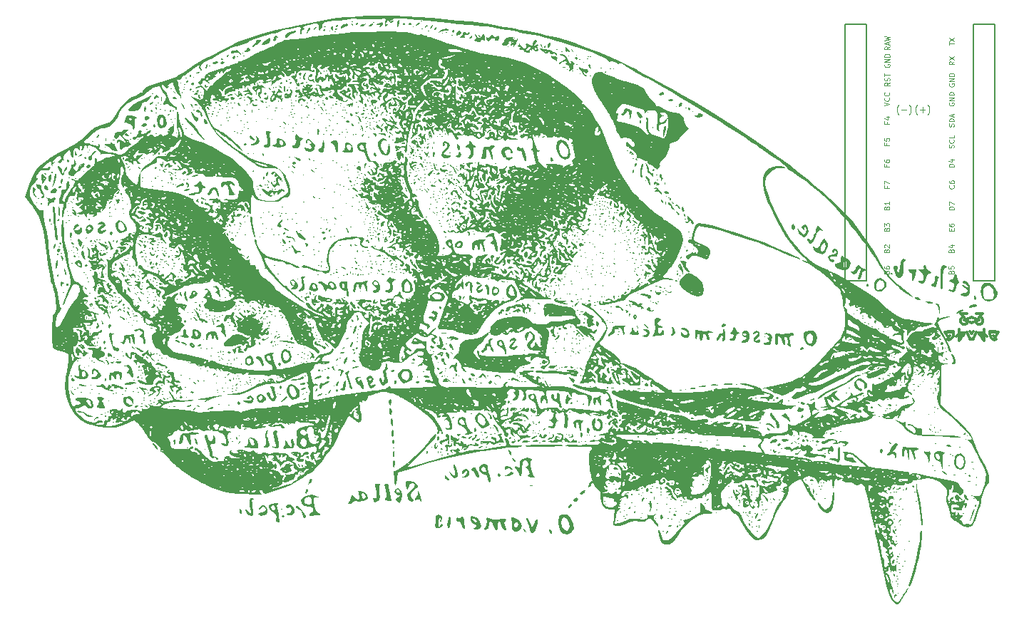
<source format=gbr>
G04 #@! TF.GenerationSoftware,KiCad,Pcbnew,6.0.0-d3dd2cf0fa~116~ubuntu20.04.1*
G04 #@! TF.CreationDate,2022-01-05T21:36:24-05:00*
G04 #@! TF.ProjectId,34,33342e6b-6963-4616-945f-706362585858,0.1*
G04 #@! TF.SameCoordinates,Original*
G04 #@! TF.FileFunction,Legend,Top*
G04 #@! TF.FilePolarity,Positive*
%FSLAX46Y46*%
G04 Gerber Fmt 4.6, Leading zero omitted, Abs format (unit mm)*
G04 Created by KiCad (PCBNEW 6.0.0-d3dd2cf0fa~116~ubuntu20.04.1) date 2022-01-05 21:36:24*
%MOMM*%
%LPD*%
G01*
G04 APERTURE LIST*
%ADD10C,0.312500*%
%ADD11C,0.100000*%
%ADD12C,0.080000*%
%ADD13C,0.150000*%
G04 APERTURE END LIST*
D10*
X140232886Y-89350893D02*
X139280505Y-89708036D01*
X140232886Y-90065179D01*
X140709077Y-88934227D02*
X141482886Y-88934227D01*
X141066220Y-89410417D01*
X141244791Y-89410417D01*
X141363839Y-89469941D01*
X141423363Y-89529465D01*
X141482886Y-89648512D01*
X141482886Y-89946131D01*
X141423363Y-90065179D01*
X141363839Y-90124703D01*
X141244791Y-90184227D01*
X140887648Y-90184227D01*
X140768601Y-90124703D01*
X140709077Y-90065179D01*
X137375744Y-91065774D02*
X138030505Y-91065774D01*
X138030505Y-91363393D01*
X137970982Y-91661012D01*
X137851934Y-91839584D01*
X137673363Y-91958631D01*
X137435267Y-92077679D01*
X138744791Y-91244346D02*
X139340029Y-91244346D01*
X139280505Y-91422917D01*
X139161458Y-91601489D01*
X139042410Y-91422917D02*
X139042410Y-91661012D01*
X138982886Y-91839584D01*
X138863839Y-92018155D01*
X139994791Y-91065774D02*
X140232886Y-91303870D01*
X139994791Y-92018155D02*
X140292410Y-91958631D01*
X140470982Y-91780060D01*
X140590029Y-91601489D01*
X140709077Y-91184822D01*
X141661458Y-90827679D02*
X141661458Y-92137203D01*
X141661458Y-91363393D02*
X142018601Y-91661012D01*
X142554315Y-91184822D02*
X143328125Y-91184822D01*
X143209077Y-91422917D01*
X143090029Y-91601489D01*
X142970982Y-91720536D01*
X142732886Y-91541965D02*
X142911458Y-91720536D01*
X142970982Y-91839584D01*
X143090029Y-92018155D01*
X140121109Y-89350893D02*
X141073490Y-89708036D01*
X140121109Y-90065179D01*
X139644918Y-88934227D02*
X138871109Y-88934227D01*
X139287775Y-89410417D01*
X139109204Y-89410417D01*
X138990156Y-89469941D01*
X138930632Y-89529465D01*
X138871109Y-89648512D01*
X138871109Y-89946131D01*
X138930632Y-90065179D01*
X138990156Y-90124703D01*
X139109204Y-90184227D01*
X139466347Y-90184227D01*
X139585394Y-90124703D01*
X139644918Y-90065179D01*
X142978251Y-91065774D02*
X142323490Y-91065774D01*
X142323490Y-91363393D01*
X142383013Y-91661012D01*
X142502061Y-91839584D01*
X142680632Y-91958631D01*
X142918728Y-92077679D01*
X141609204Y-91244346D02*
X141013966Y-91244346D01*
X141073490Y-91422917D01*
X141192537Y-91601489D01*
X141311585Y-91422917D02*
X141311585Y-91661012D01*
X141371109Y-91839584D01*
X141490156Y-92018155D01*
X140359204Y-91065774D02*
X140121109Y-91303870D01*
X140359204Y-92018155D02*
X140061585Y-91958631D01*
X139883013Y-91780060D01*
X139763966Y-91601489D01*
X139644918Y-91184822D01*
X138692537Y-90827679D02*
X138692537Y-92137203D01*
X138692537Y-91363393D02*
X138335394Y-91661012D01*
X137799680Y-91184822D02*
X137025871Y-91184822D01*
X137144918Y-91422917D01*
X137263966Y-91601489D01*
X137383013Y-91720536D01*
X137621109Y-91541965D02*
X137442537Y-91720536D01*
X137383013Y-91839584D01*
X137263966Y-92018155D01*
D11*
X131520178Y-65339223D02*
X131482082Y-65301128D01*
X131405892Y-65186842D01*
X131367797Y-65110652D01*
X131329702Y-64996366D01*
X131291606Y-64805890D01*
X131291606Y-64653509D01*
X131329702Y-64463033D01*
X131367797Y-64348747D01*
X131405892Y-64272557D01*
X131482082Y-64158271D01*
X131520178Y-64120176D01*
X131824940Y-64729699D02*
X132434463Y-64729699D01*
X132739225Y-65339223D02*
X132777321Y-65301128D01*
X132853511Y-65186842D01*
X132891606Y-65110652D01*
X132929702Y-64996366D01*
X132967797Y-64805890D01*
X132967797Y-64653509D01*
X132929702Y-64463033D01*
X132891606Y-64348747D01*
X132853511Y-64272557D01*
X132777321Y-64158271D01*
X132739225Y-64120176D01*
X133720178Y-65339223D02*
X133682082Y-65301128D01*
X133605892Y-65186842D01*
X133567797Y-65110652D01*
X133529702Y-64996366D01*
X133491606Y-64805890D01*
X133491606Y-64653509D01*
X133529702Y-64463033D01*
X133567797Y-64348747D01*
X133605892Y-64272557D01*
X133682082Y-64158271D01*
X133720178Y-64120176D01*
X134024940Y-64729699D02*
X134634463Y-64729699D01*
X134329702Y-65034461D02*
X134329702Y-64424937D01*
X134939225Y-65339223D02*
X134977321Y-65301128D01*
X135053511Y-65186842D01*
X135091606Y-65110652D01*
X135129702Y-64996366D01*
X135167797Y-64805890D01*
X135167797Y-64653509D01*
X135129702Y-64463033D01*
X135091606Y-64348747D01*
X135053511Y-64272557D01*
X134977321Y-64158271D01*
X134939225Y-64120176D01*
D12*
X130110498Y-73821851D02*
X130110498Y-74021851D01*
X130424784Y-74021851D02*
X129824784Y-74021851D01*
X129824784Y-73736136D01*
X129824784Y-73564708D02*
X129824784Y-73164708D01*
X130424784Y-73421851D01*
X137489527Y-57062145D02*
X137489527Y-56719288D01*
X138089527Y-56890717D02*
X137489527Y-56890717D01*
X137489527Y-56576431D02*
X138089527Y-56176431D01*
X137489527Y-56176431D02*
X138089527Y-56576431D01*
X130085511Y-81470121D02*
X130114083Y-81384406D01*
X130142654Y-81355835D01*
X130199797Y-81327264D01*
X130285511Y-81327264D01*
X130342654Y-81355835D01*
X130371226Y-81384406D01*
X130399797Y-81441549D01*
X130399797Y-81670121D01*
X129799797Y-81670121D01*
X129799797Y-81470121D01*
X129828369Y-81412978D01*
X129856940Y-81384406D01*
X129914083Y-81355835D01*
X129971226Y-81355835D01*
X130028369Y-81384406D01*
X130056940Y-81412978D01*
X130085511Y-81470121D01*
X130085511Y-81670121D01*
X129856940Y-81098692D02*
X129828369Y-81070121D01*
X129799797Y-81012978D01*
X129799797Y-80870121D01*
X129828369Y-80812978D01*
X129856940Y-80784406D01*
X129914083Y-80755835D01*
X129971226Y-80755835D01*
X130056940Y-80784406D01*
X130399797Y-81127264D01*
X130399797Y-80755835D01*
X130092305Y-78935226D02*
X130120877Y-78849511D01*
X130149448Y-78820940D01*
X130206591Y-78792369D01*
X130292305Y-78792369D01*
X130349448Y-78820940D01*
X130378020Y-78849511D01*
X130406591Y-78906654D01*
X130406591Y-79135226D01*
X129806591Y-79135226D01*
X129806591Y-78935226D01*
X129835163Y-78878083D01*
X129863734Y-78849511D01*
X129920877Y-78820940D01*
X129978020Y-78820940D01*
X130035163Y-78849511D01*
X130063734Y-78878083D01*
X130092305Y-78935226D01*
X130092305Y-79135226D01*
X129806591Y-78592369D02*
X129806591Y-78220940D01*
X130035163Y-78420940D01*
X130035163Y-78335226D01*
X130063734Y-78278083D01*
X130092305Y-78249511D01*
X130149448Y-78220940D01*
X130292305Y-78220940D01*
X130349448Y-78249511D01*
X130378020Y-78278083D01*
X130406591Y-78335226D01*
X130406591Y-78506654D01*
X130378020Y-78563797D01*
X130349448Y-78592369D01*
X137524934Y-61643672D02*
X137496362Y-61700815D01*
X137496362Y-61786530D01*
X137524934Y-61872244D01*
X137582076Y-61929387D01*
X137639219Y-61957958D01*
X137753505Y-61986530D01*
X137839219Y-61986530D01*
X137953505Y-61957958D01*
X138010648Y-61929387D01*
X138067791Y-61872244D01*
X138096362Y-61786530D01*
X138096362Y-61729387D01*
X138067791Y-61643672D01*
X138039219Y-61615101D01*
X137839219Y-61615101D01*
X137839219Y-61729387D01*
X138096362Y-61357958D02*
X137496362Y-61357958D01*
X138096362Y-61015101D01*
X137496362Y-61015101D01*
X138096362Y-60729387D02*
X137496362Y-60729387D01*
X137496362Y-60586530D01*
X137524934Y-60500815D01*
X137582076Y-60443672D01*
X137639219Y-60415101D01*
X137753505Y-60386530D01*
X137839219Y-60386530D01*
X137953505Y-60415101D01*
X138010648Y-60443672D01*
X138067791Y-60500815D01*
X138096362Y-60586530D01*
X138096362Y-60729387D01*
X130089498Y-68731276D02*
X130089498Y-68931276D01*
X130403784Y-68931276D02*
X129803784Y-68931276D01*
X129803784Y-68645561D01*
X129803784Y-68131276D02*
X129803784Y-68416990D01*
X130089498Y-68445561D01*
X130060927Y-68416990D01*
X130032356Y-68359847D01*
X130032356Y-68216990D01*
X130060927Y-68159847D01*
X130089498Y-68131276D01*
X130146641Y-68102704D01*
X130289498Y-68102704D01*
X130346641Y-68131276D01*
X130375213Y-68159847D01*
X130403784Y-68216990D01*
X130403784Y-68359847D01*
X130375213Y-68416990D01*
X130346641Y-68445561D01*
X138034048Y-69247088D02*
X138062619Y-69161374D01*
X138062619Y-69018517D01*
X138034048Y-68961374D01*
X138005476Y-68932803D01*
X137948333Y-68904231D01*
X137891191Y-68904231D01*
X137834048Y-68932803D01*
X137805476Y-68961374D01*
X137776905Y-69018517D01*
X137748333Y-69132803D01*
X137719762Y-69189945D01*
X137691191Y-69218517D01*
X137634048Y-69247088D01*
X137576905Y-69247088D01*
X137519762Y-69218517D01*
X137491191Y-69189945D01*
X137462619Y-69132803D01*
X137462619Y-68989945D01*
X137491191Y-68904231D01*
X138005476Y-68304231D02*
X138034048Y-68332803D01*
X138062619Y-68418517D01*
X138062619Y-68475660D01*
X138034048Y-68561374D01*
X137976905Y-68618517D01*
X137919762Y-68647088D01*
X137805476Y-68675660D01*
X137719762Y-68675660D01*
X137605476Y-68647088D01*
X137548333Y-68618517D01*
X137491191Y-68561374D01*
X137462619Y-68475660D01*
X137462619Y-68418517D01*
X137491191Y-68332803D01*
X137519762Y-68304231D01*
X138062619Y-67761374D02*
X138062619Y-68047088D01*
X137462619Y-68047088D01*
X130092305Y-76395226D02*
X130120877Y-76309511D01*
X130149448Y-76280940D01*
X130206591Y-76252369D01*
X130292305Y-76252369D01*
X130349448Y-76280940D01*
X130378020Y-76309511D01*
X130406591Y-76366654D01*
X130406591Y-76595226D01*
X129806591Y-76595226D01*
X129806591Y-76395226D01*
X129835163Y-76338083D01*
X129863734Y-76309511D01*
X129920877Y-76280940D01*
X129978020Y-76280940D01*
X130035163Y-76309511D01*
X130063734Y-76338083D01*
X130092305Y-76395226D01*
X130092305Y-76595226D01*
X130406591Y-75680940D02*
X130406591Y-76023797D01*
X130406591Y-75852369D02*
X129806591Y-75852369D01*
X129892305Y-75909511D01*
X129949448Y-75966654D01*
X129978020Y-76023797D01*
X137751140Y-79108181D02*
X137751140Y-78908181D01*
X138065426Y-78822467D02*
X138065426Y-79108181D01*
X137465426Y-79108181D01*
X137465426Y-78822467D01*
X137465426Y-78308181D02*
X137465426Y-78422467D01*
X137493998Y-78479610D01*
X137522569Y-78508181D01*
X137608283Y-78565324D01*
X137722569Y-78593896D01*
X137951140Y-78593896D01*
X138008283Y-78565324D01*
X138036855Y-78536753D01*
X138065426Y-78479610D01*
X138065426Y-78365324D01*
X138036855Y-78308181D01*
X138008283Y-78279610D01*
X137951140Y-78251038D01*
X137808283Y-78251038D01*
X137751140Y-78279610D01*
X137722569Y-78308181D01*
X137693998Y-78365324D01*
X137693998Y-78479610D01*
X137722569Y-78536753D01*
X137751140Y-78565324D01*
X137808283Y-78593896D01*
X138062619Y-71515660D02*
X137462619Y-71515660D01*
X137462619Y-71372803D01*
X137491191Y-71287088D01*
X137548333Y-71229945D01*
X137605476Y-71201374D01*
X137719762Y-71172803D01*
X137805476Y-71172803D01*
X137919762Y-71201374D01*
X137976905Y-71229945D01*
X138034048Y-71287088D01*
X138062619Y-71372803D01*
X138062619Y-71515660D01*
X137662619Y-70658517D02*
X138062619Y-70658517D01*
X137434048Y-70801374D02*
X137862619Y-70944231D01*
X137862619Y-70572803D01*
X129866099Y-59352145D02*
X129837527Y-59409288D01*
X129837527Y-59495003D01*
X129866099Y-59580717D01*
X129923241Y-59637860D01*
X129980384Y-59666431D01*
X130094670Y-59695003D01*
X130180384Y-59695003D01*
X130294670Y-59666431D01*
X130351813Y-59637860D01*
X130408956Y-59580717D01*
X130437527Y-59495003D01*
X130437527Y-59437860D01*
X130408956Y-59352145D01*
X130380384Y-59323574D01*
X130180384Y-59323574D01*
X130180384Y-59437860D01*
X130437527Y-59066431D02*
X129837527Y-59066431D01*
X130437527Y-58723574D01*
X129837527Y-58723574D01*
X130437527Y-58437860D02*
X129837527Y-58437860D01*
X129837527Y-58295003D01*
X129866099Y-58209288D01*
X129923241Y-58152145D01*
X129980384Y-58123574D01*
X130094670Y-58095003D01*
X130180384Y-58095003D01*
X130294670Y-58123574D01*
X130351813Y-58152145D01*
X130408956Y-58209288D01*
X130437527Y-58295003D01*
X130437527Y-58437860D01*
X137744346Y-84011648D02*
X137772918Y-83925933D01*
X137801489Y-83897362D01*
X137858632Y-83868791D01*
X137944346Y-83868791D01*
X138001489Y-83897362D01*
X138030061Y-83925933D01*
X138058632Y-83983076D01*
X138058632Y-84211648D01*
X137458632Y-84211648D01*
X137458632Y-84011648D01*
X137487204Y-83954505D01*
X137515775Y-83925933D01*
X137572918Y-83897362D01*
X137630061Y-83897362D01*
X137687204Y-83925933D01*
X137715775Y-83954505D01*
X137744346Y-84011648D01*
X137744346Y-84211648D01*
X137458632Y-83325933D02*
X137458632Y-83611648D01*
X137744346Y-83640219D01*
X137715775Y-83611648D01*
X137687204Y-83554505D01*
X137687204Y-83411648D01*
X137715775Y-83354505D01*
X137744346Y-83325933D01*
X137801489Y-83297362D01*
X137944346Y-83297362D01*
X138001489Y-83325933D01*
X138030061Y-83354505D01*
X138058632Y-83411648D01*
X138058632Y-83554505D01*
X138030061Y-83611648D01*
X138001489Y-83640219D01*
X129810578Y-64256381D02*
X130410578Y-64056381D01*
X129810578Y-63856381D01*
X130353435Y-63313523D02*
X130382007Y-63342095D01*
X130410578Y-63427809D01*
X130410578Y-63484952D01*
X130382007Y-63570666D01*
X130324864Y-63627809D01*
X130267721Y-63656381D01*
X130153435Y-63684952D01*
X130067721Y-63684952D01*
X129953435Y-63656381D01*
X129896292Y-63627809D01*
X129839150Y-63570666D01*
X129810578Y-63484952D01*
X129810578Y-63427809D01*
X129839150Y-63342095D01*
X129867721Y-63313523D01*
X130353435Y-62713523D02*
X130382007Y-62742095D01*
X130410578Y-62827809D01*
X130410578Y-62884952D01*
X130382007Y-62970666D01*
X130324864Y-63027809D01*
X130267721Y-63056381D01*
X130153435Y-63084952D01*
X130067721Y-63084952D01*
X129953435Y-63056381D01*
X129896292Y-63027809D01*
X129839150Y-62970666D01*
X129810578Y-62884952D01*
X129810578Y-62827809D01*
X129839150Y-62742095D01*
X129867721Y-62713523D01*
X138026476Y-73723378D02*
X138055048Y-73751949D01*
X138083619Y-73837663D01*
X138083619Y-73894806D01*
X138055048Y-73980520D01*
X137997905Y-74037663D01*
X137940762Y-74066235D01*
X137826476Y-74094806D01*
X137740762Y-74094806D01*
X137626476Y-74066235D01*
X137569333Y-74037663D01*
X137512191Y-73980520D01*
X137483619Y-73894806D01*
X137483619Y-73837663D01*
X137512191Y-73751949D01*
X137540762Y-73723378D01*
X137483619Y-73209092D02*
X137483619Y-73323378D01*
X137512191Y-73380520D01*
X137540762Y-73409092D01*
X137626476Y-73466235D01*
X137740762Y-73494806D01*
X137969333Y-73494806D01*
X138026476Y-73466235D01*
X138055048Y-73437663D01*
X138083619Y-73380520D01*
X138083619Y-73266235D01*
X138055048Y-73209092D01*
X138026476Y-73180520D01*
X137969333Y-73151949D01*
X137826476Y-73151949D01*
X137769333Y-73180520D01*
X137740762Y-73209092D01*
X137712191Y-73266235D01*
X137712191Y-73380520D01*
X137740762Y-73437663D01*
X137769333Y-73466235D01*
X137826476Y-73494806D01*
X138065426Y-76596753D02*
X137465426Y-76596753D01*
X137465426Y-76453896D01*
X137493998Y-76368181D01*
X137551140Y-76311038D01*
X137608283Y-76282467D01*
X137722569Y-76253896D01*
X137808283Y-76253896D01*
X137922569Y-76282467D01*
X137979712Y-76311038D01*
X138036855Y-76368181D01*
X138065426Y-76453896D01*
X138065426Y-76596753D01*
X137465426Y-76053896D02*
X137465426Y-75653896D01*
X138065426Y-75911038D01*
X130085511Y-84010121D02*
X130114083Y-83924406D01*
X130142654Y-83895835D01*
X130199797Y-83867264D01*
X130285511Y-83867264D01*
X130342654Y-83895835D01*
X130371226Y-83924406D01*
X130399797Y-83981549D01*
X130399797Y-84210121D01*
X129799797Y-84210121D01*
X129799797Y-84010121D01*
X129828369Y-83952978D01*
X129856940Y-83924406D01*
X129914083Y-83895835D01*
X129971226Y-83895835D01*
X130028369Y-83924406D01*
X130056940Y-83952978D01*
X130085511Y-84010121D01*
X130085511Y-84210121D01*
X129799797Y-83352978D02*
X129799797Y-83467264D01*
X129828369Y-83524406D01*
X129856940Y-83552978D01*
X129942654Y-83610121D01*
X130056940Y-83638692D01*
X130285511Y-83638692D01*
X130342654Y-83610121D01*
X130371226Y-83581549D01*
X130399797Y-83524406D01*
X130399797Y-83410121D01*
X130371226Y-83352978D01*
X130342654Y-83324406D01*
X130285511Y-83295835D01*
X130142654Y-83295835D01*
X130085511Y-83324406D01*
X130056940Y-83352978D01*
X130028369Y-83410121D01*
X130028369Y-83524406D01*
X130056940Y-83581549D01*
X130085511Y-83610121D01*
X130142654Y-83638692D01*
X130089498Y-71271276D02*
X130089498Y-71471276D01*
X130403784Y-71471276D02*
X129803784Y-71471276D01*
X129803784Y-71185561D01*
X129803784Y-70699847D02*
X129803784Y-70814133D01*
X129832356Y-70871276D01*
X129860927Y-70899847D01*
X129946641Y-70956990D01*
X130060927Y-70985561D01*
X130289498Y-70985561D01*
X130346641Y-70956990D01*
X130375213Y-70928418D01*
X130403784Y-70871276D01*
X130403784Y-70756990D01*
X130375213Y-70699847D01*
X130346641Y-70671276D01*
X130289498Y-70642704D01*
X130146641Y-70642704D01*
X130089498Y-70671276D01*
X130060927Y-70699847D01*
X130032356Y-70756990D01*
X130032356Y-70871276D01*
X130060927Y-70928418D01*
X130089498Y-70956990D01*
X130146641Y-70985561D01*
X137744346Y-81471648D02*
X137772918Y-81385933D01*
X137801489Y-81357362D01*
X137858632Y-81328791D01*
X137944346Y-81328791D01*
X138001489Y-81357362D01*
X138030061Y-81385933D01*
X138058632Y-81443076D01*
X138058632Y-81671648D01*
X137458632Y-81671648D01*
X137458632Y-81471648D01*
X137487204Y-81414505D01*
X137515775Y-81385933D01*
X137572918Y-81357362D01*
X137630061Y-81357362D01*
X137687204Y-81385933D01*
X137715775Y-81414505D01*
X137744346Y-81471648D01*
X137744346Y-81671648D01*
X137658632Y-80814505D02*
X138058632Y-80814505D01*
X137430061Y-80957362D02*
X137858632Y-81100219D01*
X137858632Y-80728791D01*
X130437527Y-57219288D02*
X130151813Y-57419288D01*
X130437527Y-57562145D02*
X129837527Y-57562145D01*
X129837527Y-57333574D01*
X129866099Y-57276431D01*
X129894670Y-57247860D01*
X129951813Y-57219288D01*
X130037527Y-57219288D01*
X130094670Y-57247860D01*
X130123241Y-57276431D01*
X130151813Y-57333574D01*
X130151813Y-57562145D01*
X130266099Y-56990717D02*
X130266099Y-56705003D01*
X130437527Y-57047860D02*
X129837527Y-56847860D01*
X130437527Y-56647860D01*
X129837527Y-56505003D02*
X130437527Y-56362145D01*
X130008956Y-56247860D01*
X130437527Y-56133574D01*
X129837527Y-55990717D01*
X138040842Y-66726479D02*
X138069413Y-66640765D01*
X138069413Y-66497908D01*
X138040842Y-66440765D01*
X138012270Y-66412193D01*
X137955127Y-66383622D01*
X137897985Y-66383622D01*
X137840842Y-66412193D01*
X137812270Y-66440765D01*
X137783699Y-66497908D01*
X137755127Y-66612193D01*
X137726556Y-66669336D01*
X137697985Y-66697908D01*
X137640842Y-66726479D01*
X137583699Y-66726479D01*
X137526556Y-66697908D01*
X137497985Y-66669336D01*
X137469413Y-66612193D01*
X137469413Y-66469336D01*
X137497985Y-66383622D01*
X138069413Y-66126479D02*
X137469413Y-66126479D01*
X137469413Y-65983622D01*
X137497985Y-65897908D01*
X137555127Y-65840765D01*
X137612270Y-65812193D01*
X137726556Y-65783622D01*
X137812270Y-65783622D01*
X137926556Y-65812193D01*
X137983699Y-65840765D01*
X138040842Y-65897908D01*
X138069413Y-65983622D01*
X138069413Y-66126479D01*
X137897985Y-65555050D02*
X137897985Y-65269336D01*
X138069413Y-65612193D02*
X137469413Y-65412193D01*
X138069413Y-65212193D01*
X130096292Y-66196381D02*
X130096292Y-66396381D01*
X130410578Y-66396381D02*
X129810578Y-66396381D01*
X129810578Y-66110666D01*
X130010578Y-65624952D02*
X130410578Y-65624952D01*
X129782007Y-65767809D02*
X130210578Y-65910666D01*
X130210578Y-65539238D01*
X137497985Y-63915050D02*
X137469413Y-63972193D01*
X137469413Y-64057908D01*
X137497985Y-64143622D01*
X137555127Y-64200765D01*
X137612270Y-64229336D01*
X137726556Y-64257908D01*
X137812270Y-64257908D01*
X137926556Y-64229336D01*
X137983699Y-64200765D01*
X138040842Y-64143622D01*
X138069413Y-64057908D01*
X138069413Y-64000765D01*
X138040842Y-63915050D01*
X138012270Y-63886479D01*
X137812270Y-63886479D01*
X137812270Y-64000765D01*
X138069413Y-63629336D02*
X137469413Y-63629336D01*
X138069413Y-63286479D01*
X137469413Y-63286479D01*
X138069413Y-63000765D02*
X137469413Y-63000765D01*
X137469413Y-62857908D01*
X137497985Y-62772193D01*
X137555127Y-62715050D01*
X137612270Y-62686479D01*
X137726556Y-62657908D01*
X137812270Y-62657908D01*
X137926556Y-62686479D01*
X137983699Y-62715050D01*
X138040842Y-62772193D01*
X138069413Y-62857908D01*
X138069413Y-63000765D01*
X138096362Y-58996530D02*
X137810648Y-59196530D01*
X138096362Y-59339387D02*
X137496362Y-59339387D01*
X137496362Y-59110815D01*
X137524934Y-59053672D01*
X137553505Y-59025101D01*
X137610648Y-58996530D01*
X137696362Y-58996530D01*
X137753505Y-59025101D01*
X137782076Y-59053672D01*
X137810648Y-59110815D01*
X137810648Y-59339387D01*
X137496362Y-58796530D02*
X138096362Y-58396530D01*
X137496362Y-58396530D02*
X138096362Y-58796530D01*
X130437527Y-61513574D02*
X130151813Y-61713574D01*
X130437527Y-61856431D02*
X129837527Y-61856431D01*
X129837527Y-61627860D01*
X129866099Y-61570717D01*
X129894670Y-61542145D01*
X129951813Y-61513574D01*
X130037527Y-61513574D01*
X130094670Y-61542145D01*
X130123241Y-61570717D01*
X130151813Y-61627860D01*
X130151813Y-61856431D01*
X130408956Y-61285003D02*
X130437527Y-61199288D01*
X130437527Y-61056431D01*
X130408956Y-60999288D01*
X130380384Y-60970717D01*
X130323241Y-60942145D01*
X130266099Y-60942145D01*
X130208956Y-60970717D01*
X130180384Y-60999288D01*
X130151813Y-61056431D01*
X130123241Y-61170717D01*
X130094670Y-61227860D01*
X130066099Y-61256431D01*
X130008956Y-61285003D01*
X129951813Y-61285003D01*
X129894670Y-61256431D01*
X129866099Y-61227860D01*
X129837527Y-61170717D01*
X129837527Y-61027860D01*
X129866099Y-60942145D01*
X129837527Y-60770717D02*
X129837527Y-60427860D01*
X130437527Y-60599288D02*
X129837527Y-60599288D01*
D13*
X125102099Y-54585003D02*
X125102099Y-85065003D01*
X140342099Y-85065003D02*
X142882099Y-85065003D01*
X127642099Y-54585003D02*
X127642099Y-85065003D01*
X142882099Y-54585003D02*
X142882099Y-85065003D01*
X140342099Y-54585003D02*
X142882099Y-54585003D01*
X125102099Y-54585003D02*
X127642099Y-54585003D01*
X127642099Y-85065003D02*
X125102099Y-85065003D01*
X140342099Y-54585003D02*
X140342099Y-85065003D01*
G36*
X78070656Y-71207184D02*
G01*
X77987773Y-71276731D01*
X77918226Y-71193848D01*
X78001109Y-71124302D01*
X78070656Y-71207184D01*
G37*
G36*
X67861730Y-75536301D02*
G01*
X67778847Y-75605848D01*
X67709300Y-75522965D01*
X67792183Y-75453419D01*
X67861730Y-75536301D01*
G37*
G36*
X121396644Y-80927599D02*
G01*
X121524419Y-80964626D01*
X121556788Y-81040392D01*
X121672559Y-81228546D01*
X121861281Y-81147934D01*
X122135938Y-80790354D01*
X122253650Y-80600131D01*
X122646874Y-79941310D01*
X122923111Y-80363627D01*
X123089725Y-80676850D01*
X123101682Y-80963646D01*
X122967984Y-81367970D01*
X122729005Y-81774445D01*
X122415224Y-81911191D01*
X121981609Y-81788751D01*
X121740903Y-81655270D01*
X121451215Y-81395020D01*
X121433065Y-81354197D01*
X122240111Y-81354197D01*
X122248724Y-81396210D01*
X122403066Y-81600640D01*
X122608787Y-81535882D01*
X122704101Y-81397001D01*
X122828650Y-80983794D01*
X122811071Y-80628336D01*
X122722849Y-80489446D01*
X122571572Y-80527608D01*
X122403353Y-80755861D01*
X122274198Y-81067095D01*
X122240111Y-81354197D01*
X121433065Y-81354197D01*
X121400403Y-81280733D01*
X121326870Y-81115336D01*
X121396644Y-80927599D01*
G37*
G36*
X59276326Y-92909566D02*
G01*
X59193443Y-92979113D01*
X59123896Y-92896230D01*
X59206779Y-92826683D01*
X59276326Y-92909566D01*
G37*
G36*
X70117773Y-83106313D02*
G01*
X70034891Y-83175860D01*
X69965344Y-83092977D01*
X70048227Y-83023430D01*
X70117773Y-83106313D01*
G37*
G36*
X115488784Y-112265593D02*
G01*
X115405901Y-112335140D01*
X115336354Y-112252257D01*
X115419237Y-112182710D01*
X115488784Y-112265593D01*
G37*
G36*
X79076721Y-73752748D02*
G01*
X78993838Y-73822295D01*
X78924291Y-73739412D01*
X79007174Y-73669865D01*
X79076721Y-73752748D01*
G37*
G36*
X52865557Y-79574585D02*
G01*
X52867973Y-79757080D01*
X52847776Y-79777824D01*
X52758987Y-79748972D01*
X52755047Y-79667314D01*
X52821794Y-79546727D01*
X52865557Y-79574585D01*
G37*
G36*
X135855159Y-100684522D02*
G01*
X135772276Y-100754069D01*
X135702729Y-100671186D01*
X135785612Y-100601639D01*
X135855159Y-100684522D01*
G37*
G36*
X67079964Y-82702936D02*
G01*
X67098317Y-82724387D01*
X67201234Y-82934774D01*
X67178480Y-83006819D01*
X67069094Y-82951155D01*
X67005522Y-82802251D01*
X66974693Y-82620110D01*
X67079964Y-82702936D01*
G37*
G36*
X63366986Y-77754202D02*
G01*
X63284103Y-77823750D01*
X63214556Y-77740867D01*
X63297439Y-77671320D01*
X63366986Y-77754202D01*
G37*
G36*
X77626703Y-71014747D02*
G01*
X77543820Y-71084294D01*
X77474273Y-71001411D01*
X77557156Y-70931864D01*
X77626703Y-71014747D01*
G37*
G36*
X101631009Y-110899598D02*
G01*
X101548127Y-110969145D01*
X101478580Y-110886262D01*
X101561463Y-110816715D01*
X101631009Y-110899598D01*
G37*
G36*
X53880586Y-64775457D02*
G01*
X54030799Y-64943255D01*
X53989510Y-65028554D01*
X53968072Y-65028174D01*
X53848616Y-64908626D01*
X53807486Y-64836796D01*
X53798647Y-64730917D01*
X53880586Y-64775457D01*
G37*
G36*
X100843658Y-84719686D02*
G01*
X100839827Y-84830532D01*
X100693463Y-85072536D01*
X100560422Y-85142396D01*
X100392207Y-85168942D01*
X100455264Y-85051143D01*
X100532532Y-84964393D01*
X100736071Y-84739359D01*
X100811936Y-84652530D01*
X100843658Y-84719686D01*
G37*
G36*
X64881679Y-70974877D02*
G01*
X64798796Y-71044424D01*
X64729249Y-70961541D01*
X64812132Y-70891994D01*
X64881679Y-70974877D01*
G37*
G36*
X78017589Y-96392373D02*
G01*
X77934706Y-96461919D01*
X77865160Y-96379037D01*
X77948042Y-96309490D01*
X78017589Y-96392373D01*
G37*
G36*
X89002139Y-104265240D02*
G01*
X88919256Y-104334787D01*
X88849709Y-104251904D01*
X88932592Y-104182357D01*
X89002139Y-104265240D01*
G37*
G36*
X60091050Y-79123250D02*
G01*
X60125717Y-79198590D01*
X60302309Y-79388887D01*
X60397822Y-79414391D01*
X60629935Y-79558745D01*
X60686284Y-79670023D01*
X60860483Y-79889397D01*
X60966356Y-79924921D01*
X61150832Y-80029490D01*
X61165356Y-80095928D01*
X61050683Y-80236291D01*
X60797548Y-80184134D01*
X60477539Y-79969480D01*
X60220426Y-79699592D01*
X60003037Y-79370267D01*
X59930021Y-79141108D01*
X59948832Y-79099844D01*
X60091050Y-79123250D01*
G37*
G36*
X65264688Y-73619527D02*
G01*
X65181805Y-73689074D01*
X65112258Y-73606191D01*
X65195141Y-73536645D01*
X65264688Y-73619527D01*
G37*
G36*
X43819834Y-81727120D02*
G01*
X43736952Y-81796667D01*
X43667405Y-81713784D01*
X43750288Y-81644237D01*
X43819834Y-81727120D01*
G37*
G36*
X84669004Y-88537419D02*
G01*
X84688370Y-88614044D01*
X84584528Y-88689266D01*
X84505556Y-88649652D01*
X84392481Y-88632210D01*
X84414353Y-88794182D01*
X84423034Y-88972823D01*
X84361621Y-88967404D01*
X84195863Y-88985555D01*
X84154061Y-89048699D01*
X84062208Y-89093687D01*
X83997636Y-88951195D01*
X83987662Y-88767001D01*
X84061085Y-88781581D01*
X84193241Y-88757304D01*
X84224412Y-88650252D01*
X84360666Y-88452773D01*
X84473848Y-88432614D01*
X84669004Y-88537419D01*
G37*
G36*
X115208211Y-113425881D02*
G01*
X115231094Y-113455387D01*
X115103301Y-113543247D01*
X114989532Y-113583028D01*
X114792978Y-113569025D01*
X114766129Y-113503118D01*
X114901125Y-113382914D01*
X115007691Y-113375476D01*
X115208211Y-113425881D01*
G37*
G36*
X74623850Y-71980803D02*
G01*
X74540967Y-72050350D01*
X74471420Y-71967467D01*
X74554303Y-71897920D01*
X74623850Y-71980803D01*
G37*
G36*
X92501310Y-100552269D02*
G01*
X92503726Y-100734763D01*
X92483529Y-100755508D01*
X92394740Y-100726656D01*
X92390800Y-100644998D01*
X92457548Y-100524410D01*
X92501310Y-100552269D01*
G37*
G36*
X112972825Y-91170207D02*
G01*
X113196635Y-90992317D01*
X113503543Y-90982995D01*
X113727863Y-91147185D01*
X113728111Y-91147677D01*
X113795614Y-91485599D01*
X113758827Y-91898714D01*
X113640915Y-92245209D01*
X113528566Y-92369221D01*
X113216820Y-92457906D01*
X112925061Y-92442268D01*
X112781365Y-92332546D01*
X112780426Y-92309402D01*
X112919732Y-92178183D01*
X113104040Y-92121700D01*
X113358515Y-92005060D01*
X113425713Y-91838173D01*
X113275099Y-91723115D01*
X113225395Y-91716031D01*
X112958986Y-91580718D01*
X112938271Y-91381504D01*
X113044642Y-91381504D01*
X113106062Y-91526934D01*
X113229735Y-91562814D01*
X113426211Y-91502069D01*
X113443500Y-91416400D01*
X113299912Y-91245148D01*
X113258407Y-91235091D01*
X113069295Y-91338124D01*
X113044642Y-91381504D01*
X112938271Y-91381504D01*
X112937295Y-91372113D01*
X112928319Y-91285799D01*
X112972825Y-91170207D01*
G37*
G36*
X31836980Y-76259103D02*
G01*
X31887760Y-76531972D01*
X31914984Y-76891502D01*
X31909488Y-77228036D01*
X31874319Y-77409505D01*
X31816239Y-77393232D01*
X31762770Y-77134678D01*
X31742477Y-76924919D01*
X31729156Y-76501798D01*
X31752151Y-76227340D01*
X31771805Y-76182554D01*
X31836980Y-76259103D01*
G37*
G36*
X68776170Y-63328582D02*
G01*
X68693287Y-63398129D01*
X68623740Y-63315246D01*
X68706623Y-63245699D01*
X68776170Y-63328582D01*
G37*
G36*
X108882825Y-108769312D02*
G01*
X108799943Y-108838859D01*
X108730396Y-108755976D01*
X108813279Y-108686429D01*
X108882825Y-108769312D01*
G37*
G36*
X139350775Y-85093108D02*
G01*
X139705524Y-85252423D01*
X139927410Y-85668649D01*
X139987758Y-85944992D01*
X139998740Y-86500671D01*
X139816436Y-86819235D01*
X139441483Y-86900120D01*
X139026230Y-86801631D01*
X138847474Y-86669750D01*
X138916046Y-86540611D01*
X139178128Y-86471380D01*
X139334628Y-86474063D01*
X139639711Y-86423723D01*
X139708295Y-86244370D01*
X139537727Y-86004389D01*
X139357636Y-85880594D01*
X139112085Y-85704401D01*
X139062947Y-85587318D01*
X139243076Y-85603051D01*
X139472893Y-85720648D01*
X139702912Y-85844858D01*
X139753552Y-85774522D01*
X139743015Y-85718326D01*
X139569828Y-85516740D01*
X139366530Y-85429396D01*
X139104528Y-85301140D01*
X139077070Y-85157360D01*
X139288468Y-85090109D01*
X139350775Y-85093108D01*
G37*
G36*
X41238689Y-80551124D02*
G01*
X41341684Y-80645937D01*
X41536342Y-80852444D01*
X41585098Y-80936028D01*
X41506959Y-80975166D01*
X41321455Y-80761626D01*
X41279097Y-80698453D01*
X41163065Y-80506367D01*
X41238689Y-80551124D01*
G37*
G36*
X39275298Y-89342098D02*
G01*
X39531896Y-89483014D01*
X39598924Y-89593167D01*
X39558894Y-89709585D01*
X39425988Y-89650785D01*
X39216436Y-89472631D01*
X39031731Y-89296121D01*
X39095077Y-89282424D01*
X39275298Y-89342098D01*
G37*
G36*
X130215257Y-100191094D02*
G01*
X130132374Y-100260641D01*
X130062827Y-100177758D01*
X130145710Y-100108211D01*
X130215257Y-100191094D01*
G37*
G36*
X64222348Y-64466139D02*
G01*
X64139465Y-64535686D01*
X64069918Y-64452803D01*
X64152801Y-64383256D01*
X64222348Y-64466139D01*
G37*
G36*
X34987169Y-85854784D02*
G01*
X35137382Y-86022581D01*
X35096094Y-86107880D01*
X35074654Y-86107500D01*
X34955199Y-85987953D01*
X34914070Y-85916122D01*
X34905229Y-85810244D01*
X34987169Y-85854784D01*
G37*
G36*
X131209989Y-111644265D02*
G01*
X131127107Y-111713812D01*
X131057560Y-111630929D01*
X131140442Y-111561382D01*
X131209989Y-111644265D01*
G37*
G36*
X33536489Y-76373145D02*
G01*
X33453606Y-76442692D01*
X33384059Y-76359809D01*
X33466942Y-76290262D01*
X33536489Y-76373145D01*
G37*
G36*
X123929537Y-83076658D02*
G01*
X123949417Y-83065683D01*
X124955289Y-83065683D01*
X124975049Y-83419496D01*
X125109152Y-83501535D01*
X125274014Y-83330825D01*
X125336363Y-83099022D01*
X125290902Y-82791047D01*
X125182500Y-82663171D01*
X125031013Y-82729844D01*
X124955289Y-83065683D01*
X123949417Y-83065683D01*
X124087019Y-82989719D01*
X124189846Y-82932952D01*
X124272020Y-82916667D01*
X124558541Y-82836550D01*
X124651968Y-82754986D01*
X124671586Y-82429766D01*
X124737512Y-82155665D01*
X124819642Y-82036388D01*
X124853596Y-82060404D01*
X125054576Y-82234190D01*
X125394446Y-82418089D01*
X125766683Y-82692124D01*
X125847165Y-83054134D01*
X125633601Y-83492803D01*
X125616334Y-83515060D01*
X125416859Y-83733654D01*
X125210596Y-83811363D01*
X124887872Y-83766898D01*
X124593512Y-83689582D01*
X124152302Y-83505297D01*
X124036765Y-83393414D01*
X124312230Y-83393414D01*
X124381777Y-83476297D01*
X124464660Y-83406750D01*
X124395113Y-83323867D01*
X124312230Y-83393414D01*
X124036765Y-83393414D01*
X124009407Y-83366921D01*
X123923999Y-83284214D01*
X123929537Y-83076658D01*
G37*
G36*
X92406519Y-58330530D02*
G01*
X92323636Y-58400076D01*
X92254089Y-58317194D01*
X92336972Y-58247647D01*
X92406519Y-58330530D01*
G37*
G36*
X105735311Y-98002940D02*
G01*
X105786597Y-98037864D01*
X105735075Y-98103168D01*
X105579529Y-98100419D01*
X105420138Y-98048963D01*
X105495493Y-98000269D01*
X105735311Y-98002940D01*
G37*
G36*
X100426496Y-82532455D02*
G01*
X100343613Y-82602002D01*
X100274066Y-82519119D01*
X100356949Y-82449572D01*
X100426496Y-82532455D01*
G37*
G36*
X61496093Y-93871754D02*
G01*
X61413211Y-93941300D01*
X61343664Y-93858418D01*
X61426546Y-93788871D01*
X61496093Y-93871754D01*
G37*
G36*
X32455304Y-86390325D02*
G01*
X32426452Y-86479114D01*
X32344793Y-86483054D01*
X32224206Y-86416305D01*
X32252064Y-86372544D01*
X32434559Y-86370127D01*
X32455304Y-86390325D01*
G37*
G36*
X43634455Y-78754168D02*
G01*
X43533355Y-79087627D01*
X43361842Y-79144461D01*
X43237015Y-79040722D01*
X43248775Y-78857063D01*
X43333161Y-78741941D01*
X43421383Y-78582342D01*
X43236742Y-78512067D01*
X43100553Y-78469439D01*
X43254235Y-78411355D01*
X43343636Y-78392018D01*
X43682943Y-78363537D01*
X43634455Y-78754168D01*
G37*
G36*
X83421768Y-55929275D02*
G01*
X83443126Y-55980598D01*
X83560469Y-56096329D01*
X83794719Y-56025438D01*
X84024244Y-55961680D01*
X84087768Y-56128460D01*
X84087484Y-56211732D01*
X83980520Y-56484361D01*
X83786876Y-56537420D01*
X83587943Y-56484886D01*
X83584635Y-56413539D01*
X83557152Y-56253151D01*
X83480534Y-56198658D01*
X83248246Y-56229838D01*
X83080437Y-56377955D01*
X82823338Y-56614055D01*
X82638559Y-56556356D01*
X82552919Y-56307698D01*
X82541817Y-56093803D01*
X82654157Y-56142622D01*
X82699274Y-56185714D01*
X82864744Y-56296593D01*
X82920405Y-56153473D01*
X83036343Y-55936801D01*
X83248210Y-55847270D01*
X83421768Y-55929275D01*
G37*
G36*
X136258313Y-93064383D02*
G01*
X136274959Y-93339242D01*
X136249351Y-93545876D01*
X136221159Y-93574303D01*
X136154298Y-93530055D01*
X136128308Y-93333012D01*
X136138662Y-93072740D01*
X136174588Y-92891721D01*
X136203456Y-92879839D01*
X136258313Y-93064383D01*
G37*
G36*
X105778449Y-82255124D02*
G01*
X105745335Y-82306609D01*
X105588978Y-82439615D01*
X105561578Y-82444129D01*
X105559792Y-82344757D01*
X105592905Y-82293273D01*
X105749262Y-82160268D01*
X105776663Y-82155754D01*
X105778449Y-82255124D01*
G37*
G36*
X60053538Y-77003524D02*
G01*
X59970655Y-77073071D01*
X59901108Y-76990188D01*
X59983991Y-76920641D01*
X60053538Y-77003524D01*
G37*
G36*
X104472507Y-75221035D02*
G01*
X104506176Y-75410722D01*
X104397869Y-75520390D01*
X104288175Y-75531408D01*
X104324725Y-75460925D01*
X104323249Y-75268409D01*
X104254966Y-75212821D01*
X104159669Y-75133363D01*
X104252827Y-75122717D01*
X104472507Y-75221035D01*
G37*
G36*
X93933235Y-104082269D02*
G01*
X93850353Y-104151816D01*
X93780806Y-104068933D01*
X93863689Y-103999386D01*
X93933235Y-104082269D01*
G37*
G36*
X83468924Y-102552374D02*
G01*
X83386041Y-102621921D01*
X83316494Y-102539038D01*
X83399377Y-102469491D01*
X83468924Y-102552374D01*
G37*
G36*
X38480922Y-76037744D02*
G01*
X38398039Y-76107291D01*
X38328492Y-76024409D01*
X38411375Y-75954862D01*
X38480922Y-76037744D01*
G37*
G36*
X94436130Y-93067316D02*
G01*
X94353247Y-93136863D01*
X94283700Y-93053980D01*
X94366583Y-92984433D01*
X94436130Y-93067316D01*
G37*
G36*
X75353591Y-70662279D02*
G01*
X75270709Y-70731826D01*
X75201162Y-70648943D01*
X75284044Y-70579396D01*
X75353591Y-70662279D01*
G37*
G36*
X77596339Y-79170899D02*
G01*
X77800132Y-79312674D01*
X77757231Y-79389067D01*
X77671043Y-79389637D01*
X77474030Y-79260847D01*
X77447663Y-79218256D01*
X77479777Y-79133784D01*
X77596339Y-79170899D01*
G37*
G36*
X131770234Y-117529948D02*
G01*
X131687351Y-117599495D01*
X131617804Y-117516612D01*
X131700687Y-117447065D01*
X131770234Y-117529948D01*
G37*
G36*
X138228382Y-108085589D02*
G01*
X138199529Y-108174377D01*
X138117871Y-108178318D01*
X137997284Y-108111569D01*
X138025142Y-108067808D01*
X138207637Y-108065391D01*
X138228382Y-108085589D01*
G37*
G36*
X86871853Y-97013424D02*
G01*
X86788970Y-97082971D01*
X86719423Y-97000088D01*
X86802306Y-96930541D01*
X86871853Y-97013424D01*
G37*
G36*
X63476287Y-54852283D02*
G01*
X63447434Y-54941072D01*
X63365776Y-54945012D01*
X63245189Y-54878264D01*
X63273047Y-54834502D01*
X63455542Y-54832086D01*
X63476287Y-54852283D01*
G37*
G36*
X69389897Y-80892280D02*
G01*
X69307015Y-80961827D01*
X69237468Y-80878944D01*
X69320350Y-80809397D01*
X69389897Y-80892280D01*
G37*
G36*
X101424943Y-80964920D02*
G01*
X101414213Y-81139830D01*
X101478977Y-81266433D01*
X101579728Y-81431250D01*
X101516990Y-81432853D01*
X101250739Y-81265116D01*
X101185655Y-81221534D01*
X100851386Y-80997043D01*
X101187086Y-80939932D01*
X101409004Y-80925635D01*
X101424943Y-80964920D01*
G37*
G36*
X131735962Y-119677301D02*
G01*
X131653079Y-119746848D01*
X131583532Y-119663965D01*
X131666415Y-119594419D01*
X131735962Y-119677301D01*
G37*
G36*
X62047120Y-75012921D02*
G01*
X62197079Y-75168822D01*
X62207704Y-75204299D01*
X62129884Y-75260621D01*
X61991556Y-75107061D01*
X61974020Y-75074259D01*
X61965179Y-74968381D01*
X62047120Y-75012921D01*
G37*
G36*
X34538960Y-98271557D02*
G01*
X34456077Y-98341104D01*
X34386530Y-98258221D01*
X34469413Y-98188674D01*
X34538960Y-98271557D01*
G37*
G36*
X100790426Y-65079463D02*
G01*
X100988454Y-65322937D01*
X101072703Y-65560991D01*
X101053076Y-65627240D01*
X100857353Y-65737525D01*
X100623099Y-65561436D01*
X100572962Y-65496695D01*
X100430387Y-65200546D01*
X100458397Y-64995840D01*
X100570698Y-64958268D01*
X100790426Y-65079463D01*
G37*
G36*
X58189970Y-66703112D02*
G01*
X58107087Y-66772659D01*
X58037540Y-66689776D01*
X58120423Y-66620229D01*
X58189970Y-66703112D01*
G37*
G36*
X82356395Y-96203285D02*
G01*
X82471105Y-96436413D01*
X82553805Y-96672099D01*
X82507375Y-96641987D01*
X82414888Y-96508292D01*
X82229934Y-96294378D01*
X82084101Y-96207646D01*
X82055427Y-96285692D01*
X82081844Y-96347862D01*
X82034604Y-96494344D01*
X81837289Y-96576625D01*
X81645822Y-96534420D01*
X81633231Y-96521309D01*
X81680926Y-96386847D01*
X81886664Y-96212842D01*
X82131232Y-96089281D01*
X82225526Y-96074220D01*
X82356395Y-96203285D01*
G37*
G36*
X82133055Y-84464707D02*
G01*
X82050173Y-84534254D01*
X81980626Y-84451371D01*
X82063509Y-84381824D01*
X82133055Y-84464707D01*
G37*
G36*
X38549912Y-86441907D02*
G01*
X38601196Y-86476831D01*
X38549675Y-86542135D01*
X38394128Y-86539387D01*
X38234738Y-86487930D01*
X38310092Y-86439236D01*
X38549912Y-86441907D01*
G37*
G36*
X85352738Y-107159764D02*
G01*
X85604293Y-107338371D01*
X85650426Y-107463165D01*
X85555376Y-107505722D01*
X85424841Y-107408189D01*
X85190749Y-107273927D01*
X84967551Y-107368181D01*
X84777949Y-107458681D01*
X84742073Y-107314436D01*
X84743942Y-107290627D01*
X84870757Y-107086125D01*
X84981757Y-107062231D01*
X85352738Y-107159764D01*
G37*
G36*
X47438817Y-92440901D02*
G01*
X47644656Y-92436970D01*
X47860194Y-92556835D01*
X47962920Y-92738953D01*
X47901689Y-92963811D01*
X47683814Y-92997800D01*
X47495541Y-92890058D01*
X47373026Y-92658816D01*
X47372910Y-92658189D01*
X47624982Y-92658189D01*
X47694529Y-92741071D01*
X47777412Y-92671524D01*
X47707865Y-92588642D01*
X47624982Y-92658189D01*
X47372910Y-92658189D01*
X47368771Y-92635773D01*
X47361564Y-92596743D01*
X47438817Y-92440901D01*
G37*
G36*
X135992387Y-104382844D02*
G01*
X135909505Y-104452391D01*
X135839958Y-104369508D01*
X135922840Y-104299961D01*
X135992387Y-104382844D01*
G37*
G36*
X138406040Y-84375599D02*
G01*
X138421765Y-84561104D01*
X138498277Y-84901556D01*
X138609559Y-85048037D01*
X138731919Y-85207914D01*
X138623268Y-85284347D01*
X138476140Y-85463497D01*
X138385059Y-85817053D01*
X138381830Y-85849483D01*
X138271625Y-86264347D01*
X138017049Y-86417980D01*
X137683782Y-86366822D01*
X137467132Y-86236793D01*
X137433324Y-86157242D01*
X137561083Y-86098374D01*
X137742319Y-86136654D01*
X137954906Y-86163162D01*
X138052812Y-85990568D01*
X138081766Y-85767980D01*
X138067718Y-85421521D01*
X137912755Y-85281707D01*
X137818470Y-85266241D01*
X137578962Y-85156406D01*
X137532132Y-85027861D01*
X137670027Y-84870220D01*
X137815554Y-84860662D01*
X138043157Y-84786408D01*
X138110202Y-84565156D01*
X138191427Y-84303599D01*
X138292465Y-84237489D01*
X138406040Y-84375599D01*
G37*
G36*
X81000802Y-71072180D02*
G01*
X80899089Y-71170272D01*
X80841064Y-71142371D01*
X80701017Y-71160324D01*
X80632653Y-71405838D01*
X80633910Y-71546637D01*
X80573515Y-71658800D01*
X80416614Y-71568586D01*
X80260359Y-71347560D01*
X80181842Y-71114930D01*
X80286884Y-71060982D01*
X80577558Y-71024429D01*
X80739916Y-70981786D01*
X80966487Y-70980314D01*
X81000802Y-71072180D01*
G37*
G36*
X32262576Y-72937449D02*
G01*
X32279696Y-73182195D01*
X32201964Y-73483175D01*
X32089228Y-73548392D01*
X32013770Y-73360412D01*
X32009256Y-73247422D01*
X32079118Y-72961567D01*
X32163375Y-72867848D01*
X32262576Y-72937449D01*
G37*
G36*
X69234278Y-85016119D02*
G01*
X69272535Y-85003295D01*
X69563082Y-85047730D01*
X69782509Y-85298497D01*
X69903851Y-85659107D01*
X69900143Y-86033070D01*
X69744420Y-86323897D01*
X69658256Y-86383552D01*
X69333718Y-86479817D01*
X69109818Y-86425826D01*
X69068903Y-86316874D01*
X69204196Y-86192443D01*
X69310884Y-86184448D01*
X69517936Y-86112243D01*
X69537894Y-85920238D01*
X69378172Y-85724889D01*
X69278541Y-85676324D01*
X69045795Y-85477949D01*
X69037078Y-85326081D01*
X69155587Y-85326081D01*
X69265858Y-85523450D01*
X69435659Y-85580978D01*
X69660492Y-85526235D01*
X69667998Y-85370911D01*
X69493799Y-85151536D01*
X69387926Y-85116013D01*
X69189374Y-85221946D01*
X69155587Y-85326081D01*
X69037078Y-85326081D01*
X69036480Y-85315660D01*
X69030649Y-85214095D01*
X69234278Y-85016119D01*
G37*
G36*
X43568318Y-81090729D02*
G01*
X43485436Y-81160276D01*
X43415889Y-81077393D01*
X43498772Y-81007847D01*
X43568318Y-81090729D01*
G37*
G36*
X47914292Y-103061001D02*
G01*
X48325008Y-103109300D01*
X48463262Y-103155378D01*
X48361733Y-103220230D01*
X48232910Y-103265707D01*
X47836367Y-103347003D01*
X47573568Y-103342252D01*
X47396792Y-103345539D01*
X47381541Y-103518843D01*
X47427055Y-103700190D01*
X47518964Y-104182360D01*
X47493273Y-104469868D01*
X47381900Y-104532854D01*
X47216761Y-104341460D01*
X47080692Y-104024229D01*
X46892549Y-103620756D01*
X46708133Y-103427794D01*
X46573674Y-103463012D01*
X46535401Y-103744072D01*
X46541868Y-103818309D01*
X46492108Y-104226267D01*
X46245228Y-104418113D01*
X46079560Y-104426712D01*
X46085485Y-104291637D01*
X46136567Y-103957890D01*
X46159451Y-103829947D01*
X46315783Y-103382203D01*
X46553902Y-103147148D01*
X46825956Y-103168372D01*
X46860285Y-103191453D01*
X47045846Y-103180124D01*
X47090795Y-103135321D01*
X47295885Y-103062554D01*
X47690329Y-103045956D01*
X47914292Y-103061001D01*
G37*
G36*
X60664854Y-106870728D02*
G01*
X60683206Y-106892178D01*
X60786122Y-107102566D01*
X60763370Y-107174611D01*
X60653983Y-107118946D01*
X60590411Y-106970043D01*
X60559582Y-106787901D01*
X60664854Y-106870728D01*
G37*
G36*
X95670631Y-77201282D02*
G01*
X95587748Y-77270829D01*
X95518201Y-77187946D01*
X95601084Y-77118399D01*
X95670631Y-77201282D01*
G37*
G36*
X48040942Y-97183846D02*
G01*
X48069938Y-97228214D01*
X48111595Y-97370005D01*
X47971897Y-97305754D01*
X47841292Y-97208210D01*
X47734814Y-97075591D01*
X47807321Y-97053994D01*
X48040942Y-97183846D01*
G37*
G36*
X93050494Y-97375154D02*
G01*
X93307526Y-97459505D01*
X93756613Y-97572330D01*
X94176157Y-97663383D01*
X94774609Y-97757978D01*
X95160327Y-97745998D01*
X95363699Y-97660882D01*
X95589387Y-97552901D01*
X95683813Y-97668183D01*
X95684058Y-97669194D01*
X95864522Y-97810172D01*
X96295747Y-97916796D01*
X96518135Y-97944957D01*
X96950323Y-98003394D01*
X97089103Y-98063778D01*
X96989291Y-98119072D01*
X96772407Y-98199145D01*
X96837983Y-98261312D01*
X96947733Y-98296636D01*
X97169308Y-98512346D01*
X97375024Y-99002656D01*
X97441377Y-99237812D01*
X97572159Y-99751528D01*
X97634652Y-100034888D01*
X97634292Y-100154545D01*
X97576512Y-100177153D01*
X97517523Y-100171949D01*
X97394635Y-100031026D01*
X97319314Y-99770616D01*
X97161766Y-99440726D01*
X96917352Y-99346787D01*
X96690107Y-99307345D01*
X96751334Y-99233134D01*
X96858040Y-99180369D01*
X97098415Y-98980256D01*
X97156299Y-98843577D01*
X97049986Y-98612673D01*
X96789786Y-98468679D01*
X96559517Y-98483937D01*
X96430363Y-98455445D01*
X96426203Y-98410539D01*
X96292066Y-98327452D01*
X95912893Y-98277081D01*
X95525173Y-98266458D01*
X95002641Y-98223829D01*
X94410132Y-98108909D01*
X93822095Y-97945544D01*
X93312982Y-97757582D01*
X92957244Y-97568868D01*
X92829328Y-97403246D01*
X92829347Y-97403006D01*
X92945945Y-97341642D01*
X93050494Y-97375154D01*
G37*
G36*
X94866747Y-93412184D02*
G01*
X94783864Y-93481731D01*
X94714317Y-93398848D01*
X94797200Y-93329301D01*
X94866747Y-93412184D01*
G37*
G36*
X102578361Y-73322105D02*
G01*
X102831168Y-73359500D01*
X103072803Y-73468532D01*
X103162218Y-73575650D01*
X103071980Y-73684909D01*
X102832063Y-73718595D01*
X102591681Y-73666818D01*
X102526930Y-73617754D01*
X102491383Y-73506691D01*
X102598517Y-73506691D01*
X102668064Y-73589573D01*
X102750946Y-73520026D01*
X102681400Y-73437144D01*
X102598517Y-73506691D01*
X102491383Y-73506691D01*
X102488296Y-73497047D01*
X102454894Y-73392691D01*
X102578361Y-73322105D01*
G37*
G36*
X37859071Y-93679234D02*
G01*
X38091088Y-93870011D01*
X38132839Y-94034398D01*
X38088990Y-94189495D01*
X37995257Y-94063866D01*
X37882370Y-93925121D01*
X37797595Y-94038806D01*
X37706927Y-94115558D01*
X37632963Y-93952422D01*
X37567246Y-93671569D01*
X37647594Y-93612966D01*
X37859071Y-93679234D01*
G37*
G36*
X32546504Y-83637524D02*
G01*
X32624369Y-83836094D01*
X32665648Y-84115288D01*
X32654381Y-84325101D01*
X32623063Y-84357048D01*
X32536705Y-84228831D01*
X32492684Y-84102685D01*
X32436796Y-83790266D01*
X32463459Y-83612980D01*
X32546504Y-83637524D01*
G37*
G36*
X40841787Y-85920875D02*
G01*
X40758904Y-85990422D01*
X40689358Y-85907539D01*
X40772240Y-85837992D01*
X40841787Y-85920875D01*
G37*
G36*
X66159141Y-54572569D02*
G01*
X66241404Y-54693140D01*
X66058895Y-54771796D01*
X65943836Y-54792670D01*
X65634296Y-54884503D01*
X65511684Y-54995810D01*
X65385439Y-55119581D01*
X65360851Y-55119559D01*
X65272775Y-54987935D01*
X65284397Y-54844076D01*
X65439180Y-54629146D01*
X65561000Y-54599482D01*
X65814467Y-54555266D01*
X65864649Y-54518958D01*
X66043803Y-54509232D01*
X66159141Y-54572569D01*
G37*
G36*
X101199136Y-83649628D02*
G01*
X101201552Y-83832123D01*
X101181355Y-83852868D01*
X101092566Y-83824016D01*
X101088626Y-83742358D01*
X101155374Y-83621770D01*
X101199136Y-83649628D01*
G37*
G36*
X78490578Y-103392333D02*
G01*
X78579504Y-103527781D01*
X78716227Y-103701382D01*
X78761755Y-103687065D01*
X78856378Y-103669913D01*
X78970901Y-103759215D01*
X79159797Y-103872827D01*
X79265428Y-103765391D01*
X79340923Y-103696480D01*
X79351333Y-103832032D01*
X79214652Y-104065297D01*
X79069279Y-104122178D01*
X78950673Y-104169021D01*
X79123861Y-104251907D01*
X79195562Y-104274105D01*
X79479717Y-104321502D01*
X79539967Y-104210512D01*
X79532373Y-104179003D01*
X79560435Y-104040640D01*
X79707699Y-104080820D01*
X79854009Y-104249528D01*
X79829674Y-104349730D01*
X79832768Y-104448507D01*
X79977291Y-104428169D01*
X80189360Y-104439403D01*
X80224906Y-104519336D01*
X80297313Y-104600796D01*
X80447756Y-104521323D01*
X80782837Y-104442177D01*
X81007221Y-104491120D01*
X81235815Y-104546322D01*
X81239751Y-104447355D01*
X81233021Y-104298189D01*
X81409681Y-104328597D01*
X81588487Y-104442387D01*
X81662780Y-104583954D01*
X81513030Y-104670576D01*
X81219127Y-104683040D01*
X80886437Y-104611234D01*
X80584922Y-104567187D01*
X80424869Y-104743114D01*
X80407147Y-104789209D01*
X80257497Y-105019243D01*
X80055866Y-105164354D01*
X79899679Y-105172939D01*
X79869173Y-105074151D01*
X80000555Y-104945232D01*
X80059925Y-104942065D01*
X80160336Y-104881749D01*
X80133658Y-104833559D01*
X79968789Y-104836675D01*
X79770959Y-104993823D01*
X79586542Y-105186633D01*
X79570136Y-105139842D01*
X79641696Y-104951143D01*
X79694877Y-104708809D01*
X79536880Y-104650934D01*
X79448781Y-104657442D01*
X79236388Y-104632482D01*
X79228450Y-104554098D01*
X79198413Y-104427959D01*
X79083734Y-104395869D01*
X78912824Y-104453163D01*
X78917968Y-104534963D01*
X78893594Y-104674368D01*
X78837414Y-104681513D01*
X78677227Y-104553528D01*
X78670270Y-104513292D01*
X78657722Y-104218884D01*
X78655240Y-104166385D01*
X78532732Y-104001794D01*
X78460792Y-103995187D01*
X78339392Y-103886265D01*
X78341880Y-103630642D01*
X78403943Y-103372364D01*
X78490578Y-103392333D01*
G37*
G36*
X68231403Y-78333381D02*
G01*
X68148520Y-78402928D01*
X68078973Y-78320045D01*
X68161856Y-78250498D01*
X68231403Y-78333381D01*
G37*
G36*
X60724339Y-86892389D02*
G01*
X60641457Y-86961936D01*
X60571910Y-86879053D01*
X60654792Y-86809506D01*
X60724339Y-86892389D01*
G37*
G36*
X91044498Y-87180587D02*
G01*
X91060102Y-87294762D01*
X90975324Y-87249727D01*
X90819726Y-87215700D01*
X90796694Y-87264618D01*
X90927582Y-87345526D01*
X91276940Y-87404642D01*
X91589191Y-87423322D01*
X92014860Y-87443791D01*
X92149235Y-87479705D01*
X92006824Y-87535037D01*
X92001700Y-87536263D01*
X91609547Y-87629551D01*
X92060213Y-87745258D01*
X92336236Y-87819927D01*
X92337015Y-87841703D01*
X92048850Y-87822323D01*
X91977194Y-87816369D01*
X91488726Y-87754778D01*
X91068414Y-87670071D01*
X90669431Y-87507425D01*
X90565905Y-87320409D01*
X90709584Y-87151763D01*
X90930278Y-87063448D01*
X91044498Y-87180587D01*
G37*
G36*
X102943384Y-73076073D02*
G01*
X102860501Y-73145620D01*
X102790954Y-73062737D01*
X102873837Y-72993190D01*
X102943384Y-73076073D01*
G37*
G36*
X44119265Y-82474864D02*
G01*
X44170550Y-82509787D01*
X44119028Y-82575091D01*
X43963482Y-82572343D01*
X43804091Y-82520886D01*
X43879446Y-82472193D01*
X44119265Y-82474864D01*
G37*
G36*
X95363906Y-80707168D02*
G01*
X95281023Y-80776715D01*
X95211476Y-80693832D01*
X95294359Y-80624285D01*
X95363906Y-80707168D01*
G37*
G36*
X93989896Y-59544232D02*
G01*
X93907013Y-59613779D01*
X93837466Y-59530897D01*
X93920349Y-59461350D01*
X93989896Y-59544232D01*
G37*
G36*
X61898785Y-60523889D02*
G01*
X61896641Y-60691547D01*
X61714510Y-60828878D01*
X61641958Y-60822861D01*
X61480711Y-60845160D01*
X61495050Y-60993654D01*
X61670959Y-61149737D01*
X61870036Y-61152291D01*
X61912814Y-61072133D01*
X61978947Y-61035807D01*
X62071129Y-61179123D01*
X62141693Y-61447901D01*
X62110481Y-61553757D01*
X62027763Y-61523441D01*
X62026714Y-61472489D01*
X61916017Y-61360102D01*
X61750691Y-61358318D01*
X61485634Y-61288530D01*
X61365270Y-61048399D01*
X61433462Y-60756516D01*
X61498201Y-60675619D01*
X61734522Y-60516706D01*
X61898785Y-60523889D01*
G37*
G36*
X51311558Y-64565364D02*
G01*
X51228675Y-64634911D01*
X51159129Y-64552028D01*
X51242011Y-64482481D01*
X51311558Y-64565364D01*
G37*
G36*
X131516853Y-120426114D02*
G01*
X131433970Y-120495661D01*
X131364423Y-120412778D01*
X131447306Y-120343231D01*
X131516853Y-120426114D01*
G37*
G36*
X65781195Y-87027614D02*
G01*
X65698312Y-87097161D01*
X65628765Y-87014278D01*
X65711648Y-86944731D01*
X65781195Y-87027614D01*
G37*
G36*
X81470131Y-97308817D02*
G01*
X81387248Y-97378364D01*
X81317701Y-97295481D01*
X81400584Y-97225934D01*
X81470131Y-97308817D01*
G37*
G36*
X77667538Y-91240095D02*
G01*
X77812372Y-91276653D01*
X77855946Y-91324984D01*
X77643071Y-91330598D01*
X77539521Y-91323025D01*
X77263593Y-91282870D01*
X77234372Y-91240444D01*
X77278868Y-91229977D01*
X77667538Y-91240095D01*
G37*
G36*
X120629311Y-78508619D02*
G01*
X120750196Y-78781073D01*
X120808672Y-79216319D01*
X120683516Y-79543222D01*
X120468182Y-79782183D01*
X120225230Y-79886837D01*
X120053741Y-79832457D01*
X120026845Y-79707101D01*
X119948565Y-79600995D01*
X119903791Y-79614720D01*
X119761135Y-79541172D01*
X119625443Y-79285013D01*
X119509023Y-78909359D01*
X119524959Y-78808606D01*
X119675366Y-78980726D01*
X119780736Y-79136332D01*
X120054350Y-79481984D01*
X120271182Y-79553158D01*
X120480912Y-79362291D01*
X120510244Y-79318887D01*
X120595916Y-79003489D01*
X120478087Y-78740085D01*
X120326904Y-78536773D01*
X120294833Y-78605509D01*
X120316802Y-78806653D01*
X120335059Y-79062800D01*
X120253199Y-79042212D01*
X120128059Y-78899782D01*
X119976940Y-78673053D01*
X120049266Y-78541328D01*
X120133023Y-78493481D01*
X120440752Y-78387380D01*
X120629311Y-78508619D01*
G37*
G36*
X101166119Y-112702083D02*
G01*
X101083237Y-112771630D01*
X101013690Y-112688747D01*
X101096573Y-112619200D01*
X101166119Y-112702083D01*
G37*
G36*
X67523255Y-64856819D02*
G01*
X67514010Y-64905955D01*
X67340715Y-65166829D01*
X67168562Y-65236090D01*
X66976155Y-65202282D01*
X67000375Y-65105437D01*
X67185307Y-65013860D01*
X67243322Y-65037009D01*
X67390333Y-64998065D01*
X67469135Y-64867275D01*
X67537635Y-64718386D01*
X67523255Y-64856819D01*
G37*
G36*
X38681237Y-98326766D02*
G01*
X38598354Y-98396313D01*
X38528807Y-98313431D01*
X38611690Y-98243884D01*
X38681237Y-98326766D01*
G37*
G36*
X103061680Y-87524496D02*
G01*
X102978796Y-87594043D01*
X102909249Y-87511160D01*
X102992132Y-87441613D01*
X103061680Y-87524496D01*
G37*
G36*
X78453665Y-73851834D02*
G01*
X78370782Y-73921381D01*
X78301235Y-73838499D01*
X78384118Y-73768952D01*
X78453665Y-73851834D01*
G37*
G36*
X37309754Y-80374913D02*
G01*
X37459966Y-80542710D01*
X37418679Y-80628009D01*
X37397240Y-80627628D01*
X37277784Y-80508081D01*
X37236654Y-80436250D01*
X37227814Y-80330372D01*
X37309754Y-80374913D01*
G37*
G36*
X108788480Y-107204178D02*
G01*
X108949408Y-107062613D01*
X108939003Y-106968040D01*
X108944201Y-106881318D01*
X109027579Y-106928760D01*
X109106487Y-107126375D01*
X109045309Y-107222838D01*
X108918876Y-107509167D01*
X108909383Y-107658061D01*
X108915154Y-107879586D01*
X108905631Y-107914400D01*
X108770783Y-107843744D01*
X108698253Y-107806659D01*
X108542160Y-107596455D01*
X108558200Y-107523202D01*
X108684653Y-107523202D01*
X108754200Y-107606085D01*
X108837083Y-107536538D01*
X108767536Y-107453655D01*
X108684653Y-107523202D01*
X108558200Y-107523202D01*
X108560577Y-107512347D01*
X108598026Y-107341325D01*
X108788480Y-107204178D01*
G37*
G36*
X106803740Y-79864865D02*
G01*
X106720858Y-79934412D01*
X106651311Y-79851529D01*
X106734194Y-79781982D01*
X106803740Y-79864865D01*
G37*
G36*
X138003561Y-93857725D02*
G01*
X138169788Y-94171369D01*
X138286491Y-94527287D01*
X138302164Y-94795959D01*
X138284141Y-94834477D01*
X138058058Y-94944311D01*
X137922204Y-94949546D01*
X137762610Y-94904620D01*
X137880926Y-94812721D01*
X138008459Y-94684473D01*
X137983387Y-94446611D01*
X137892044Y-94201659D01*
X137795404Y-93879688D01*
X137817928Y-93719969D01*
X137839317Y-93715874D01*
X138003561Y-93857725D01*
G37*
G36*
X65047212Y-96971532D02*
G01*
X65040195Y-97129490D01*
X64959859Y-97431763D01*
X64861019Y-97545270D01*
X64725697Y-97543963D01*
X64721849Y-97503760D01*
X64805547Y-97281026D01*
X64901027Y-97087981D01*
X65020474Y-96887720D01*
X65047212Y-96971532D01*
G37*
G36*
X93460607Y-95439513D02*
G01*
X93377724Y-95509060D01*
X93308177Y-95426177D01*
X93391060Y-95356630D01*
X93460607Y-95439513D01*
G37*
G36*
X108591302Y-108590211D02*
G01*
X108508419Y-108659758D01*
X108438872Y-108576875D01*
X108521755Y-108507328D01*
X108591302Y-108590211D01*
G37*
G36*
X93858678Y-82111442D02*
G01*
X93775796Y-82180989D01*
X93706249Y-82098106D01*
X93789132Y-82028559D01*
X93858678Y-82111442D01*
G37*
G36*
X52942820Y-88054753D02*
G01*
X52859937Y-88124300D01*
X52790390Y-88041417D01*
X52873273Y-87971870D01*
X52942820Y-88054753D01*
G37*
G36*
X106228294Y-77664168D02*
G01*
X106145411Y-77733715D01*
X106075864Y-77650832D01*
X106158747Y-77581285D01*
X106228294Y-77664168D01*
G37*
G36*
X60893818Y-98449374D02*
G01*
X60860705Y-98500858D01*
X60704346Y-98633864D01*
X60676947Y-98638378D01*
X60675161Y-98539006D01*
X60708275Y-98487522D01*
X60864632Y-98354516D01*
X60892032Y-98350002D01*
X60893818Y-98449374D01*
G37*
G36*
X54632883Y-88049018D02*
G01*
X54550000Y-88118565D01*
X54480453Y-88035682D01*
X54563336Y-87966135D01*
X54632883Y-88049018D01*
G37*
G36*
X40601741Y-88664611D02*
G01*
X40518859Y-88734158D01*
X40449312Y-88651275D01*
X40532195Y-88581728D01*
X40601741Y-88664611D01*
G37*
G36*
X105320752Y-110275230D02*
G01*
X105291900Y-110364019D01*
X105210242Y-110367960D01*
X105089655Y-110301211D01*
X105117513Y-110257449D01*
X105300007Y-110255032D01*
X105320752Y-110275230D01*
G37*
G36*
X42950919Y-81071697D02*
G01*
X42998438Y-81187844D01*
X43018651Y-81406038D01*
X42919902Y-81355392D01*
X42857000Y-81248673D01*
X42827599Y-81045072D01*
X42849752Y-81011020D01*
X42950919Y-81071697D01*
G37*
G36*
X132957609Y-104835996D02*
G01*
X133491954Y-104889775D01*
X133838328Y-104969349D01*
X133937455Y-105047827D01*
X133799359Y-105162249D01*
X133631544Y-105174674D01*
X133445620Y-105191364D01*
X133391902Y-105341478D01*
X133441621Y-105706418D01*
X133442300Y-105710108D01*
X133500826Y-106153087D01*
X133472819Y-106311186D01*
X133376820Y-106186946D01*
X133231373Y-105782905D01*
X133200323Y-105676978D01*
X133027598Y-105221053D01*
X132873223Y-105058277D01*
X132767128Y-105185763D01*
X132739240Y-105600618D01*
X132745897Y-105720847D01*
X132756229Y-106100576D01*
X132729173Y-106309010D01*
X132713171Y-106323100D01*
X132655856Y-106182727D01*
X132604934Y-105839861D01*
X132592801Y-105698182D01*
X132519959Y-105273427D01*
X132404867Y-105084668D01*
X132287786Y-105151473D01*
X132208975Y-105493409D01*
X132207382Y-105510866D01*
X132135139Y-105828081D01*
X132016844Y-105954950D01*
X132014944Y-105954819D01*
X131929487Y-105811495D01*
X131906499Y-105471893D01*
X131913471Y-105359048D01*
X131964428Y-104776613D01*
X132957609Y-104835996D01*
G37*
G36*
X53388777Y-97002368D02*
G01*
X53305894Y-97071915D01*
X53236347Y-96989032D01*
X53319230Y-96919485D01*
X53388777Y-97002368D01*
G37*
G36*
X66456614Y-83989175D02*
G01*
X66459030Y-84171670D01*
X66438833Y-84192415D01*
X66350044Y-84163563D01*
X66346104Y-84081904D01*
X66412853Y-83961317D01*
X66456614Y-83989175D01*
G37*
G36*
X35933492Y-80576365D02*
G01*
X35850610Y-80645912D01*
X35781063Y-80563029D01*
X35863946Y-80493482D01*
X35933492Y-80576365D01*
G37*
G36*
X66116318Y-67396578D02*
G01*
X66033436Y-67466125D01*
X65963889Y-67383242D01*
X66046771Y-67313695D01*
X66116318Y-67396578D01*
G37*
G36*
X56679670Y-73160962D02*
G01*
X56829629Y-73316862D01*
X56840255Y-73352340D01*
X56762434Y-73408661D01*
X56624106Y-73255100D01*
X56606570Y-73222300D01*
X56597730Y-73116421D01*
X56679670Y-73160962D01*
G37*
G36*
X114137853Y-110150646D02*
G01*
X114054970Y-110220193D01*
X113985423Y-110137310D01*
X114068306Y-110067764D01*
X114137853Y-110150646D01*
G37*
G36*
X43227459Y-99031702D02*
G01*
X43144576Y-99101249D01*
X43075029Y-99018366D01*
X43157912Y-98948819D01*
X43227459Y-99031702D01*
G37*
G36*
X58985412Y-62292806D02*
G01*
X58987829Y-62475300D01*
X58967631Y-62496045D01*
X58878842Y-62467193D01*
X58874902Y-62385535D01*
X58941651Y-62264948D01*
X58985412Y-62292806D01*
G37*
G36*
X44111496Y-94193956D02*
G01*
X44028613Y-94263503D01*
X43959066Y-94180620D01*
X44041949Y-94111073D01*
X44111496Y-94193956D01*
G37*
G36*
X61539322Y-68223074D02*
G01*
X61843438Y-68427980D01*
X62105138Y-68730635D01*
X62215839Y-68978565D01*
X62179640Y-69361369D01*
X61942492Y-69624677D01*
X61599304Y-69727204D01*
X61244990Y-69627659D01*
X61080308Y-69472540D01*
X60939099Y-69265153D01*
X60997330Y-69216732D01*
X61300538Y-69293865D01*
X61317183Y-69298731D01*
X61656876Y-69363575D01*
X61795930Y-69276907D01*
X61811234Y-69202282D01*
X61726801Y-68939081D01*
X61647982Y-68873734D01*
X61557018Y-68796445D01*
X61674426Y-68786449D01*
X61809269Y-68744316D01*
X61720068Y-68554927D01*
X61714926Y-68547472D01*
X61503414Y-68335423D01*
X61395098Y-68289095D01*
X61299378Y-68393210D01*
X61312759Y-68512286D01*
X61298756Y-68708841D01*
X61232849Y-68735690D01*
X61113414Y-68613645D01*
X61137314Y-68384225D01*
X61287813Y-68200877D01*
X61291374Y-68199048D01*
X61539322Y-68223074D01*
G37*
G36*
X70252695Y-77997383D02*
G01*
X70386487Y-77986690D01*
X70544844Y-78030773D01*
X70421029Y-78124716D01*
X70303320Y-78253816D01*
X70351439Y-78308271D01*
X70385990Y-78438940D01*
X70285150Y-78544617D01*
X70093451Y-78635452D01*
X70017763Y-78521224D01*
X70027967Y-78340981D01*
X70073897Y-78340981D01*
X70143443Y-78423865D01*
X70226326Y-78354317D01*
X70156779Y-78271434D01*
X70073897Y-78340981D01*
X70027967Y-78340981D01*
X70028193Y-78336983D01*
X70036789Y-78185136D01*
X70252695Y-77997383D01*
G37*
G36*
X47559723Y-99862803D02*
G01*
X47448817Y-99938611D01*
X47159651Y-100043284D01*
X47054815Y-100053033D01*
X47033052Y-99987748D01*
X47143957Y-99911939D01*
X47433125Y-99807266D01*
X47537959Y-99797517D01*
X47559723Y-99862803D01*
G37*
G36*
X60150872Y-111835472D02*
G01*
X60440199Y-112058969D01*
X60747779Y-112387574D01*
X61006564Y-112747632D01*
X61129140Y-113025393D01*
X61120817Y-113111395D01*
X60925613Y-113244918D01*
X60767029Y-113076279D01*
X60669128Y-112730579D01*
X60508566Y-112322904D01*
X60284360Y-112197727D01*
X60021658Y-112085707D01*
X59950985Y-111976161D01*
X59973393Y-111800431D01*
X60150872Y-111835472D01*
G37*
G36*
X68365786Y-83234627D02*
G01*
X68368203Y-83417122D01*
X68348005Y-83437867D01*
X68259217Y-83409015D01*
X68255276Y-83327357D01*
X68322025Y-83206769D01*
X68365786Y-83234627D01*
G37*
G36*
X30211571Y-72242339D02*
G01*
X30345003Y-72392035D01*
X30349878Y-72417101D01*
X30226216Y-72472254D01*
X30191567Y-72470984D01*
X30055247Y-72340979D01*
X30053260Y-72296222D01*
X30154609Y-72213355D01*
X30211571Y-72242339D01*
G37*
G36*
X84125008Y-92098661D02*
G01*
X84176913Y-92083004D01*
X84382580Y-92064067D01*
X84531479Y-92185496D01*
X84674517Y-92508628D01*
X84770165Y-92797812D01*
X84912502Y-93365862D01*
X84899429Y-93687772D01*
X84856701Y-93746825D01*
X84732120Y-93763490D01*
X84717449Y-93548511D01*
X84637385Y-93231864D01*
X84487666Y-93102614D01*
X84039025Y-92843909D01*
X83820438Y-92558622D01*
X84061418Y-92558622D01*
X84190545Y-92742622D01*
X84211035Y-92753295D01*
X84438778Y-92794332D01*
X84471997Y-92604364D01*
X84448346Y-92507316D01*
X84305711Y-92287227D01*
X84221450Y-92250445D01*
X84072777Y-92343541D01*
X84061418Y-92558622D01*
X83820438Y-92558622D01*
X83818656Y-92556296D01*
X83839276Y-92323112D01*
X83842128Y-92290855D01*
X84125008Y-92098661D01*
G37*
G36*
X93757451Y-60445475D02*
G01*
X93674568Y-60515022D01*
X93605021Y-60432139D01*
X93687904Y-60362592D01*
X93757451Y-60445475D01*
G37*
G36*
X63677442Y-67183204D02*
G01*
X63594560Y-67252751D01*
X63525013Y-67169868D01*
X63607896Y-67100321D01*
X63677442Y-67183204D01*
G37*
G36*
X65668615Y-93030446D02*
G01*
X65635502Y-93081930D01*
X65479145Y-93214936D01*
X65451744Y-93219450D01*
X65449959Y-93120078D01*
X65483072Y-93068594D01*
X65639429Y-92935589D01*
X65666830Y-92931075D01*
X65668615Y-93030446D01*
G37*
G36*
X102147101Y-87444481D02*
G01*
X102064218Y-87514027D01*
X101994671Y-87431145D01*
X102077554Y-87361598D01*
X102147101Y-87444481D01*
G37*
G36*
X54891911Y-63945331D02*
G01*
X54893432Y-64003536D01*
X54994896Y-64118824D01*
X55114613Y-64108852D01*
X55311449Y-64120826D01*
X55338394Y-64184449D01*
X55213142Y-64296280D01*
X54976258Y-64282077D01*
X54789072Y-64154151D01*
X54782381Y-64142018D01*
X54787085Y-63938615D01*
X54809090Y-63913960D01*
X54891911Y-63945331D01*
G37*
G36*
X130700946Y-84105951D02*
G01*
X130834377Y-84255647D01*
X130839252Y-84280712D01*
X130715591Y-84335865D01*
X130680942Y-84334596D01*
X130544622Y-84204591D01*
X130542635Y-84159833D01*
X130643984Y-84076967D01*
X130700946Y-84105951D01*
G37*
G36*
X71563783Y-68333959D02*
G01*
X71480901Y-68403505D01*
X71411354Y-68320623D01*
X71494237Y-68251076D01*
X71563783Y-68333959D01*
G37*
G36*
X95571545Y-76578227D02*
G01*
X95488662Y-76647774D01*
X95419115Y-76564891D01*
X95501998Y-76495344D01*
X95571545Y-76578227D01*
G37*
G36*
X138429835Y-105636061D02*
G01*
X138485452Y-105605291D01*
X138900259Y-105551429D01*
X139213933Y-105785741D01*
X139356242Y-106075188D01*
X139455902Y-106617367D01*
X139377565Y-107065250D01*
X139165017Y-107373180D01*
X138862042Y-107495505D01*
X138512425Y-107386568D01*
X138292610Y-107184257D01*
X138136896Y-106821981D01*
X138130114Y-106658856D01*
X138330722Y-106658856D01*
X138374243Y-106862774D01*
X138568267Y-107216773D01*
X138832435Y-107287149D01*
X139109172Y-107066533D01*
X139173540Y-106965107D01*
X139291760Y-106543514D01*
X139222108Y-106137581D01*
X138997899Y-105851531D01*
X138794707Y-105779989D01*
X138509175Y-105883825D01*
X138344503Y-106202559D01*
X138330722Y-106658856D01*
X138130114Y-106658856D01*
X138117773Y-106362039D01*
X138159130Y-106186341D01*
X138220375Y-105926158D01*
X138429835Y-105636061D01*
G37*
G36*
X84185857Y-96351609D02*
G01*
X84248198Y-96419885D01*
X84256762Y-96630433D01*
X84229821Y-96664498D01*
X84148868Y-96629714D01*
X84146797Y-96559867D01*
X84042729Y-96430054D01*
X83849929Y-96441847D01*
X83606039Y-96446322D01*
X83548001Y-96381670D01*
X83679456Y-96273461D01*
X83943239Y-96266234D01*
X84185857Y-96351609D01*
G37*
G36*
X78790932Y-75263710D02*
G01*
X78708050Y-75333257D01*
X78638503Y-75250374D01*
X78721385Y-75180827D01*
X78790932Y-75263710D01*
G37*
G36*
X79155146Y-100946195D02*
G01*
X79072263Y-101015742D01*
X79002717Y-100932859D01*
X79085599Y-100863312D01*
X79155146Y-100946195D01*
G37*
G36*
X81947739Y-104110398D02*
G01*
X82095735Y-104081386D01*
X82104508Y-104102778D01*
X82228959Y-104130763D01*
X82529126Y-104093522D01*
X82976170Y-104086666D01*
X83302986Y-104171703D01*
X83552637Y-104253528D01*
X83595668Y-104149502D01*
X83592572Y-104137311D01*
X83445801Y-103968371D01*
X83379501Y-103960462D01*
X83206285Y-103854112D01*
X83148228Y-103731131D01*
X83153734Y-103560308D01*
X83311580Y-103596683D01*
X83601148Y-103705489D01*
X83695227Y-103724147D01*
X83769515Y-103823999D01*
X83744074Y-103871403D01*
X83746062Y-104068846D01*
X83790502Y-104114926D01*
X83933808Y-104112597D01*
X83951952Y-104053800D01*
X84049042Y-103957164D01*
X84097602Y-103980892D01*
X84179769Y-103938935D01*
X84175256Y-103766356D01*
X84059974Y-103504583D01*
X83949815Y-103434557D01*
X83923863Y-103368928D01*
X84069799Y-103277378D01*
X84338577Y-103206815D01*
X84444433Y-103238027D01*
X84408435Y-103317709D01*
X84338516Y-103319638D01*
X84271845Y-103417345D01*
X84396357Y-103719640D01*
X84435913Y-103788948D01*
X84608652Y-104104784D01*
X84676222Y-104274264D01*
X84671953Y-104282867D01*
X84500341Y-104286535D01*
X84172921Y-104283892D01*
X83827972Y-104330817D01*
X83649505Y-104447386D01*
X83481926Y-104530594D01*
X83222000Y-104445501D01*
X82996805Y-104237126D01*
X82980624Y-104210418D01*
X82890462Y-104171259D01*
X82857272Y-104303620D01*
X82759355Y-104523002D01*
X82670174Y-104556045D01*
X82587165Y-104454748D01*
X82615966Y-104398171D01*
X82589957Y-104318656D01*
X82326008Y-104366934D01*
X81997532Y-104405128D01*
X81856640Y-104336019D01*
X81872165Y-104261508D01*
X81937025Y-104261508D01*
X82006571Y-104344391D01*
X82089454Y-104274844D01*
X82019907Y-104191961D01*
X81937025Y-104261508D01*
X81872165Y-104261508D01*
X81873326Y-104255935D01*
X81895907Y-104147556D01*
X81947739Y-104110398D01*
G37*
G36*
X83763902Y-71090893D02*
G01*
X83681019Y-71160440D01*
X83611472Y-71077557D01*
X83694355Y-71008010D01*
X83763902Y-71090893D01*
G37*
G36*
X31349377Y-75110561D02*
G01*
X31411453Y-75284848D01*
X31326366Y-75401209D01*
X31220462Y-75610759D01*
X31242669Y-75687405D01*
X31193291Y-75762173D01*
X31015104Y-75768561D01*
X30719925Y-75855256D01*
X30618891Y-76002691D01*
X30549419Y-76185214D01*
X30487699Y-76079750D01*
X30460068Y-75988796D01*
X30463328Y-75764220D01*
X30549642Y-75727839D01*
X30595313Y-75638607D01*
X30465198Y-75405254D01*
X30298937Y-75171485D01*
X30348131Y-75141317D01*
X30595132Y-75254256D01*
X30901024Y-75357458D01*
X31063194Y-75265449D01*
X31088975Y-75218931D01*
X31256746Y-75083879D01*
X31349377Y-75110561D01*
G37*
G36*
X55346168Y-63510378D02*
G01*
X55317316Y-63599167D01*
X55235658Y-63603107D01*
X55115070Y-63536359D01*
X55142929Y-63492597D01*
X55325423Y-63490181D01*
X55346168Y-63510378D01*
G37*
G36*
X68738028Y-60253314D02*
G01*
X68655145Y-60322861D01*
X68585598Y-60239979D01*
X68668481Y-60170432D01*
X68738028Y-60253314D01*
G37*
G36*
X37643802Y-94591827D02*
G01*
X37742307Y-94841012D01*
X37681670Y-95046012D01*
X37603594Y-95004048D01*
X37599424Y-94891396D01*
X37517844Y-94625421D01*
X37436728Y-94556494D01*
X37334421Y-94478111D01*
X37449291Y-94467996D01*
X37643802Y-94591827D01*
G37*
G36*
X53497509Y-63327106D02*
G01*
X53441845Y-63436493D01*
X53292941Y-63500065D01*
X53110800Y-63530894D01*
X53193626Y-63425622D01*
X53215077Y-63407270D01*
X53425465Y-63304354D01*
X53497509Y-63327106D01*
G37*
G36*
X76378727Y-74745476D02*
G01*
X76295844Y-74815023D01*
X76226297Y-74732140D01*
X76309180Y-74662593D01*
X76378727Y-74745476D01*
G37*
G36*
X40973280Y-87929133D02*
G01*
X40890398Y-87998680D01*
X40820851Y-87915797D01*
X40903733Y-87846250D01*
X40973280Y-87929133D01*
G37*
G36*
X135812307Y-102344735D02*
G01*
X135814724Y-102527230D01*
X135794526Y-102547974D01*
X135705738Y-102519122D01*
X135701797Y-102437464D01*
X135768546Y-102316877D01*
X135812307Y-102344735D01*
G37*
G36*
X100899722Y-66033431D02*
G01*
X100897051Y-66273250D01*
X100862127Y-66324535D01*
X100796823Y-66273013D01*
X100799571Y-66117467D01*
X100851028Y-65958076D01*
X100899722Y-66033431D01*
G37*
G36*
X39509079Y-98837928D02*
G01*
X39623255Y-98813152D01*
X39661717Y-98850020D01*
X39841852Y-98867001D01*
X39969381Y-98803316D01*
X40234847Y-98758374D01*
X40471489Y-98930792D01*
X40632855Y-99232412D01*
X40672493Y-99575080D01*
X40543946Y-99870639D01*
X40536090Y-99878784D01*
X40189519Y-100053883D01*
X39830643Y-99955248D01*
X39551994Y-99632905D01*
X39460163Y-99342591D01*
X39453458Y-99141239D01*
X39758905Y-99141239D01*
X39798612Y-99387371D01*
X39812979Y-99421880D01*
X39995050Y-99636759D01*
X40256220Y-99767633D01*
X40482098Y-99776141D01*
X40560256Y-99672490D01*
X40476434Y-99367865D01*
X40246461Y-99111482D01*
X39978910Y-99017078D01*
X39941380Y-99024165D01*
X39758905Y-99141239D01*
X39453458Y-99141239D01*
X39452565Y-99114437D01*
X39450286Y-99046002D01*
X39509079Y-98837928D01*
G37*
G36*
X71493235Y-63873487D02*
G01*
X71410352Y-63943034D01*
X71340805Y-63860151D01*
X71423688Y-63790605D01*
X71493235Y-63873487D01*
G37*
G36*
X35342706Y-69772921D02*
G01*
X35259824Y-69842468D01*
X35190277Y-69759585D01*
X35273160Y-69690039D01*
X35342706Y-69772921D01*
G37*
G36*
X94679630Y-58682997D02*
G01*
X94596747Y-58752544D01*
X94527200Y-58669662D01*
X94610083Y-58600115D01*
X94679630Y-58682997D01*
G37*
G36*
X100756438Y-110362293D02*
G01*
X100673555Y-110431840D01*
X100604008Y-110348958D01*
X100686891Y-110279411D01*
X100756438Y-110362293D01*
G37*
G36*
X60820291Y-84522390D02*
G01*
X61031729Y-84570808D01*
X60953951Y-84660535D01*
X60941571Y-84667064D01*
X60799175Y-84829831D01*
X60864537Y-85108664D01*
X60971969Y-85560093D01*
X60931027Y-85968766D01*
X60757860Y-86228027D01*
X60690428Y-86258604D01*
X60411138Y-86318975D01*
X60326213Y-86250749D01*
X60327062Y-86166448D01*
X60456005Y-86028596D01*
X60492827Y-86027354D01*
X60621874Y-85908046D01*
X60678067Y-85586037D01*
X60652638Y-85157869D01*
X60595751Y-84894384D01*
X60543270Y-84606262D01*
X60655945Y-84516751D01*
X60820291Y-84522390D01*
G37*
G36*
X40813250Y-89758291D02*
G01*
X40730367Y-89827838D01*
X40660820Y-89744955D01*
X40743703Y-89675408D01*
X40813250Y-89758291D01*
G37*
G36*
X70762504Y-109197331D02*
G01*
X70973393Y-109268434D01*
X70981322Y-109352211D01*
X70962088Y-109560081D01*
X71011738Y-109963600D01*
X71086366Y-110328831D01*
X71286449Y-111178029D01*
X70941053Y-111176408D01*
X70638620Y-111118407D01*
X70522933Y-111030298D01*
X70568728Y-110869918D01*
X70633302Y-110842070D01*
X70726336Y-110718864D01*
X70705465Y-110389692D01*
X70628230Y-110033164D01*
X70508729Y-109545257D01*
X70465456Y-109287450D01*
X70509478Y-109190835D01*
X70651868Y-109186503D01*
X70762504Y-109197331D01*
G37*
G36*
X49330248Y-88967466D02*
G01*
X49247365Y-89037013D01*
X49177818Y-88954130D01*
X49260701Y-88884583D01*
X49330248Y-88967466D01*
G37*
G36*
X75782049Y-68725426D02*
G01*
X75748934Y-68776910D01*
X75592577Y-68909916D01*
X75565178Y-68914430D01*
X75563392Y-68815059D01*
X75596505Y-68763574D01*
X75752862Y-68630568D01*
X75780263Y-68626054D01*
X75782049Y-68725426D01*
G37*
G36*
X34313405Y-80141371D02*
G01*
X34403650Y-80197672D01*
X34609683Y-80466763D01*
X34585654Y-80689223D01*
X34429919Y-80991633D01*
X34283636Y-80989941D01*
X34141551Y-80683256D01*
X34120114Y-80610315D01*
X34035240Y-80210956D01*
X34093367Y-80063814D01*
X34313405Y-80141371D01*
G37*
G36*
X123049191Y-103096865D02*
G01*
X122966308Y-103166412D01*
X122896761Y-103083529D01*
X122979644Y-103013982D01*
X123049191Y-103096865D01*
G37*
G36*
X76241745Y-92805906D02*
G01*
X76382286Y-92947896D01*
X76343496Y-93050673D01*
X76129312Y-93130977D01*
X76004898Y-93067800D01*
X75882911Y-92885918D01*
X76002683Y-92781794D01*
X76241745Y-92805906D01*
G37*
G36*
X58333132Y-61535394D02*
G01*
X58331862Y-61570043D01*
X58201857Y-61706363D01*
X58157100Y-61708350D01*
X58074234Y-61607001D01*
X58103218Y-61550039D01*
X58252914Y-61416607D01*
X58277979Y-61411731D01*
X58333132Y-61535394D01*
G37*
G36*
X97194929Y-77334640D02*
G01*
X97112046Y-77404187D01*
X97042499Y-77321304D01*
X97125382Y-77251758D01*
X97194929Y-77334640D01*
G37*
G36*
X94086414Y-85945680D02*
G01*
X94088830Y-86128175D01*
X94068633Y-86148920D01*
X93979844Y-86120067D01*
X93975904Y-86038409D01*
X94042652Y-85917822D01*
X94086414Y-85945680D01*
G37*
G36*
X101354411Y-82460041D02*
G01*
X101271528Y-82529588D01*
X101201981Y-82446705D01*
X101284864Y-82377158D01*
X101354411Y-82460041D01*
G37*
G36*
X72668935Y-71502577D02*
G01*
X72586052Y-71572124D01*
X72516504Y-71489241D01*
X72599388Y-71419695D01*
X72668935Y-71502577D01*
G37*
G36*
X82043712Y-103042070D02*
G01*
X81960829Y-103111617D01*
X81891282Y-103028734D01*
X81974165Y-102959187D01*
X82043712Y-103042070D01*
G37*
G36*
X84907471Y-101910247D02*
G01*
X84824588Y-101979794D01*
X84755041Y-101896912D01*
X84837924Y-101827365D01*
X84907471Y-101910247D01*
G37*
G36*
X76702658Y-76309782D02*
G01*
X76619775Y-76379329D01*
X76550228Y-76296446D01*
X76633111Y-76226900D01*
X76702658Y-76309782D01*
G37*
G36*
X70661567Y-68271678D02*
G01*
X70727416Y-68354040D01*
X70706313Y-68458345D01*
X70519548Y-68408074D01*
X70235545Y-68397718D01*
X70070186Y-68602347D01*
X70033604Y-68950808D01*
X70135930Y-69371948D01*
X70332189Y-69723775D01*
X70565052Y-69972753D01*
X70722653Y-69955697D01*
X70824101Y-69657865D01*
X70868683Y-69309922D01*
X70920220Y-68897894D01*
X70980065Y-68758002D01*
X71063711Y-68856437D01*
X71070246Y-68870077D01*
X71138283Y-69219413D01*
X71113253Y-69641822D01*
X71001608Y-69989408D01*
X70783242Y-70124384D01*
X70603008Y-70141302D01*
X70282419Y-70086650D01*
X70046620Y-69850416D01*
X69919543Y-69620717D01*
X69710410Y-69061320D01*
X69716949Y-68602490D01*
X69812723Y-68346920D01*
X70036526Y-68182290D01*
X70372562Y-68157623D01*
X70661567Y-68271678D01*
G37*
G36*
X51852791Y-79392966D02*
G01*
X51900310Y-79509112D01*
X51920523Y-79727307D01*
X51821775Y-79676660D01*
X51758872Y-79569941D01*
X51729472Y-79366340D01*
X51751624Y-79332288D01*
X51852791Y-79392966D01*
G37*
G36*
X49720581Y-65194154D02*
G01*
X49637698Y-65263701D01*
X49568151Y-65180818D01*
X49651034Y-65111271D01*
X49720581Y-65194154D01*
G37*
G36*
X73312316Y-83105772D02*
G01*
X73485201Y-83398875D01*
X73492577Y-83615299D01*
X73500669Y-83872951D01*
X73578780Y-83946699D01*
X73714896Y-84075547D01*
X73716077Y-84112308D01*
X73616705Y-84249791D01*
X73441904Y-84188734D01*
X73316792Y-83987698D01*
X73226896Y-83824886D01*
X73098599Y-83930210D01*
X72980602Y-84046312D01*
X72967691Y-83915202D01*
X72872130Y-83768877D01*
X72738950Y-83778233D01*
X72580668Y-83775120D01*
X72600757Y-83705777D01*
X72830705Y-83589362D01*
X72945381Y-83584091D01*
X73103431Y-83557999D01*
X73030803Y-83384477D01*
X73011205Y-83355743D01*
X72919576Y-83092095D01*
X73044467Y-82988903D01*
X73312316Y-83105772D01*
G37*
G36*
X39171502Y-88483909D02*
G01*
X39182520Y-88593604D01*
X39112037Y-88557053D01*
X38919521Y-88558529D01*
X38863933Y-88626812D01*
X38784475Y-88722110D01*
X38773829Y-88628951D01*
X38872147Y-88409271D01*
X39061834Y-88375603D01*
X39171502Y-88483909D01*
G37*
G36*
X65147831Y-95575339D02*
G01*
X65434427Y-95651276D01*
X65524134Y-95671576D01*
X65622903Y-95797715D01*
X65485142Y-96067585D01*
X65358993Y-96215510D01*
X65187591Y-96383937D01*
X65162247Y-96325047D01*
X65241570Y-96058088D01*
X65304005Y-95755171D01*
X65211438Y-95710377D01*
X65208014Y-95712066D01*
X65001007Y-95699693D01*
X64959921Y-95649955D01*
X65011221Y-95559648D01*
X65147831Y-95575339D01*
G37*
G36*
X77563893Y-76999517D02*
G01*
X77481010Y-77069064D01*
X77411463Y-76986181D01*
X77494346Y-76916634D01*
X77563893Y-76999517D01*
G37*
G36*
X38913543Y-85137788D02*
G01*
X38830660Y-85207335D01*
X38761113Y-85124452D01*
X38843996Y-85054905D01*
X38913543Y-85137788D01*
G37*
G36*
X120260428Y-91289958D02*
G01*
X120408161Y-91068331D01*
X120455151Y-91050991D01*
X121006737Y-90956078D01*
X121351506Y-90976671D01*
X121572728Y-91130808D01*
X121694172Y-91319414D01*
X121826477Y-91785720D01*
X121775431Y-92249967D01*
X121573397Y-92621799D01*
X121252738Y-92810861D01*
X121157080Y-92818974D01*
X120717448Y-92675146D01*
X120465363Y-92444243D01*
X120297240Y-92101313D01*
X120591111Y-92101313D01*
X120633612Y-92235402D01*
X120826202Y-92505488D01*
X121065361Y-92476586D01*
X121212254Y-92352685D01*
X121348025Y-92056911D01*
X121331071Y-91701321D01*
X121186789Y-91414529D01*
X121008708Y-91321807D01*
X120752229Y-91428169D01*
X120597918Y-91724810D01*
X120591111Y-92101313D01*
X120297240Y-92101313D01*
X120289822Y-92086182D01*
X120225630Y-91692239D01*
X120221246Y-91665332D01*
X120260428Y-91289958D01*
G37*
G36*
X60921715Y-61522294D02*
G01*
X60944599Y-61551800D01*
X60816807Y-61639659D01*
X60703037Y-61679442D01*
X60506482Y-61665437D01*
X60479633Y-61599531D01*
X60614630Y-61479326D01*
X60721196Y-61471889D01*
X60921715Y-61522294D01*
G37*
G36*
X115614542Y-112583788D02*
G01*
X115531659Y-112653335D01*
X115462112Y-112570452D01*
X115544995Y-112500905D01*
X115614542Y-112583788D01*
G37*
G36*
X34802616Y-80840420D02*
G01*
X34744798Y-81113588D01*
X34676632Y-81193154D01*
X34573296Y-81223973D01*
X34621899Y-81003138D01*
X34627476Y-80987379D01*
X34735750Y-80790967D01*
X34802616Y-80840420D01*
G37*
G36*
X72852932Y-81969961D02*
G01*
X72906352Y-82098643D01*
X73045542Y-82276228D01*
X73148952Y-82271716D01*
X73236122Y-82277526D01*
X73193454Y-82353290D01*
X72971271Y-82502407D01*
X72787447Y-82359438D01*
X72740846Y-82238642D01*
X72717590Y-81982801D01*
X72749529Y-81910225D01*
X72852932Y-81969961D01*
G37*
G36*
X67002360Y-71314009D02*
G01*
X66919478Y-71383556D01*
X66849931Y-71300673D01*
X66932813Y-71231127D01*
X67002360Y-71314009D01*
G37*
G36*
X81430407Y-100923212D02*
G01*
X81680186Y-100733742D01*
X81924838Y-100772123D01*
X82072871Y-100857062D01*
X82376059Y-101144796D01*
X82653813Y-101559209D01*
X82685904Y-101623583D01*
X82942831Y-102167458D01*
X82569269Y-102419417D01*
X82249092Y-102610541D01*
X82030110Y-102617883D01*
X81803602Y-102415965D01*
X81631084Y-102199589D01*
X81305258Y-101699809D01*
X81224647Y-101347658D01*
X81549371Y-101347658D01*
X81569878Y-101752270D01*
X81813452Y-102053202D01*
X82155701Y-102262974D01*
X82364470Y-102201042D01*
X82451661Y-101890417D01*
X82381068Y-101517229D01*
X82165583Y-101165383D01*
X81889288Y-100961932D01*
X81829172Y-100949747D01*
X81660843Y-101067941D01*
X81549371Y-101347658D01*
X81224647Y-101347658D01*
X81218254Y-101319729D01*
X81218700Y-101318728D01*
X81360737Y-100999967D01*
X81430407Y-100923212D01*
G37*
G36*
X41767836Y-89381017D02*
G01*
X41684953Y-89450564D01*
X41615406Y-89367681D01*
X41698289Y-89298134D01*
X41767836Y-89381017D01*
G37*
G36*
X51042272Y-93392353D02*
G01*
X51044689Y-93574847D01*
X51024491Y-93595592D01*
X50935703Y-93566740D01*
X50931762Y-93485082D01*
X50998511Y-93364494D01*
X51042272Y-93392353D01*
G37*
G36*
X124187852Y-81313718D02*
G01*
X124270342Y-81613349D01*
X124274712Y-81738969D01*
X124251884Y-82078830D01*
X124114228Y-82201284D01*
X123799485Y-82196580D01*
X123447986Y-82216504D01*
X123369790Y-82350983D01*
X123540483Y-82505760D01*
X123691093Y-82522215D01*
X123884998Y-82577635D01*
X123881895Y-82682905D01*
X123684738Y-82889402D01*
X123420749Y-82811115D01*
X123239903Y-82621829D01*
X123084135Y-82300708D01*
X123201772Y-82087440D01*
X123604378Y-81964164D01*
X123671885Y-81954636D01*
X124044003Y-81851067D01*
X124144793Y-81686190D01*
X124014972Y-81524249D01*
X123873453Y-81524046D01*
X123856661Y-81578132D01*
X123725921Y-81722649D01*
X123678931Y-81725244D01*
X123575976Y-81594316D01*
X123590034Y-81448673D01*
X123782186Y-81244326D01*
X123967515Y-81212904D01*
X124187852Y-81313718D01*
G37*
G36*
X49505617Y-95741057D02*
G01*
X49422735Y-95810604D01*
X49353188Y-95727721D01*
X49436071Y-95658173D01*
X49505617Y-95741057D01*
G37*
G36*
X60305330Y-102215384D02*
G01*
X60222447Y-102284931D01*
X60152900Y-102202048D01*
X60235783Y-102132501D01*
X60305330Y-102215384D01*
G37*
G36*
X101536043Y-90813014D02*
G01*
X101561205Y-90818804D01*
X101874389Y-90935089D01*
X101957140Y-91136899D01*
X101931408Y-91322589D01*
X101795758Y-91622783D01*
X101494361Y-91726639D01*
X101410151Y-91730887D01*
X101109900Y-91698090D01*
X101086183Y-91587346D01*
X101327399Y-91456071D01*
X101421621Y-91451318D01*
X101626550Y-91346098D01*
X101661274Y-91241890D01*
X101561559Y-91029427D01*
X101461629Y-90994029D01*
X101220348Y-90897177D01*
X101175742Y-90843212D01*
X101254623Y-90782268D01*
X101536043Y-90813014D01*
G37*
G36*
X44721215Y-94247300D02*
G01*
X44638332Y-94316847D01*
X44568785Y-94233964D01*
X44651668Y-94164417D01*
X44721215Y-94247300D01*
G37*
G36*
X44635327Y-81184080D02*
G01*
X44552444Y-81253627D01*
X44482897Y-81170745D01*
X44565780Y-81101198D01*
X44635327Y-81184080D01*
G37*
G36*
X134736939Y-83281173D02*
G01*
X134752249Y-83445366D01*
X134867925Y-83727519D01*
X135117322Y-83868771D01*
X135362864Y-84017470D01*
X135348151Y-84148625D01*
X135099359Y-84183569D01*
X134925636Y-84297701D01*
X134850810Y-84469017D01*
X134702463Y-85008383D01*
X134563999Y-85303938D01*
X134400909Y-85414656D01*
X134295078Y-85418774D01*
X134010815Y-85343248D01*
X133925798Y-85284069D01*
X133842097Y-85074010D01*
X133964594Y-84998753D01*
X134060527Y-85029553D01*
X134307560Y-85049697D01*
X134440516Y-84869407D01*
X134459195Y-84572293D01*
X134363401Y-84241968D01*
X134152932Y-83962042D01*
X134063213Y-83897880D01*
X133839580Y-83755085D01*
X133885596Y-83714660D01*
X134137347Y-83725808D01*
X134429431Y-83700084D01*
X134501078Y-83530124D01*
X134490110Y-83439082D01*
X134514969Y-83195173D01*
X134607267Y-83142139D01*
X134736939Y-83281173D01*
G37*
G36*
X97787857Y-109180996D02*
G01*
X97704974Y-109250543D01*
X97635427Y-109167661D01*
X97718310Y-109098114D01*
X97787857Y-109180996D01*
G37*
G36*
X57322020Y-61993681D02*
G01*
X57324437Y-62176175D01*
X57304239Y-62196921D01*
X57215450Y-62168069D01*
X57211509Y-62086411D01*
X57278258Y-61965822D01*
X57322020Y-61993681D01*
G37*
G36*
X69375220Y-79033170D02*
G01*
X69525179Y-79189071D01*
X69535805Y-79224549D01*
X69457984Y-79280870D01*
X69319656Y-79127310D01*
X69302119Y-79094509D01*
X69293280Y-78988630D01*
X69375220Y-79033170D01*
G37*
G36*
X74270403Y-71924281D02*
G01*
X74272819Y-72106776D01*
X74252622Y-72127521D01*
X74163833Y-72098669D01*
X74159892Y-72017010D01*
X74226641Y-71896423D01*
X74270403Y-71924281D01*
G37*
G36*
X35786937Y-94540828D02*
G01*
X35704054Y-94610375D01*
X35634507Y-94527492D01*
X35717390Y-94457944D01*
X35786937Y-94540828D01*
G37*
G36*
X93396580Y-58566193D02*
G01*
X93377309Y-58645857D01*
X93234219Y-58779707D01*
X93211544Y-58784951D01*
X93099656Y-58668035D01*
X93072450Y-58619186D01*
X93119945Y-58493215D01*
X93238215Y-58480092D01*
X93396580Y-58566193D01*
G37*
G36*
X103481369Y-112953280D02*
G01*
X103563647Y-113171537D01*
X103452479Y-113311790D01*
X103275905Y-113377923D01*
X103181760Y-113204682D01*
X103171686Y-112917731D01*
X103306585Y-112830583D01*
X103481369Y-112953280D01*
G37*
G36*
X134485157Y-97031942D02*
G01*
X134402274Y-97101489D01*
X134332728Y-97018606D01*
X134415610Y-96949059D01*
X134485157Y-97031942D01*
G37*
G36*
X83671852Y-103158915D02*
G01*
X83643000Y-103247703D01*
X83561342Y-103251644D01*
X83440755Y-103184895D01*
X83468613Y-103141134D01*
X83651107Y-103138717D01*
X83671852Y-103158915D01*
G37*
G36*
X66218335Y-91834809D02*
G01*
X66198246Y-91904151D01*
X66024157Y-92016247D01*
X65847587Y-92022166D01*
X65810309Y-91961683D01*
X65938440Y-91874247D01*
X66060053Y-91831696D01*
X66218335Y-91834809D01*
G37*
G36*
X87477994Y-81767410D02*
G01*
X87439787Y-82087546D01*
X87349623Y-82220205D01*
X87271310Y-82334970D01*
X87072695Y-82101500D01*
X87054660Y-81809824D01*
X87211042Y-81614657D01*
X87394222Y-81563954D01*
X87477994Y-81767410D01*
G37*
G36*
X135908503Y-100074802D02*
G01*
X135825620Y-100144350D01*
X135756073Y-100061466D01*
X135838956Y-99991919D01*
X135908503Y-100074802D01*
G37*
G36*
X66125083Y-84267363D02*
G01*
X66096231Y-84356152D01*
X66014572Y-84360092D01*
X65893985Y-84293344D01*
X65921843Y-84249582D01*
X66104337Y-84247166D01*
X66125083Y-84267363D01*
G37*
G36*
X33343904Y-98203766D02*
G01*
X33385833Y-98244552D01*
X33578440Y-98477879D01*
X33522009Y-98561693D01*
X33454921Y-98560707D01*
X33301907Y-98424213D01*
X33244677Y-98290193D01*
X33219988Y-98122215D01*
X33343904Y-98203766D01*
G37*
G36*
X78386848Y-62326249D02*
G01*
X78303965Y-62395796D01*
X78234418Y-62312913D01*
X78317301Y-62243366D01*
X78386848Y-62326249D01*
G37*
G36*
X62888898Y-91996853D02*
G01*
X62806015Y-92066400D01*
X62736468Y-91983517D01*
X62819351Y-91913970D01*
X62888898Y-91996853D01*
G37*
G36*
X41290714Y-86999682D02*
G01*
X41435914Y-87159570D01*
X41591099Y-87404457D01*
X41587351Y-87531566D01*
X41464690Y-87474193D01*
X41334887Y-87244341D01*
X41240242Y-86991902D01*
X41290714Y-86999682D01*
G37*
G36*
X61127014Y-99014610D02*
G01*
X61071350Y-99123997D01*
X60922447Y-99187569D01*
X60740305Y-99218398D01*
X60823131Y-99113126D01*
X60844582Y-99094774D01*
X61054969Y-98991858D01*
X61127014Y-99014610D01*
G37*
G36*
X64834819Y-55124736D02*
G01*
X64805967Y-55213525D01*
X64724309Y-55217465D01*
X64603721Y-55150717D01*
X64631580Y-55106954D01*
X64814074Y-55104539D01*
X64834819Y-55124736D01*
G37*
G36*
X69145982Y-78413397D02*
G01*
X69063099Y-78482944D01*
X68993552Y-78400061D01*
X69076435Y-78330514D01*
X69145982Y-78413397D01*
G37*
G36*
X91984116Y-78586376D02*
G01*
X92010965Y-78652283D01*
X91875968Y-78772489D01*
X91769403Y-78779925D01*
X91568883Y-78729520D01*
X91545999Y-78700015D01*
X91673791Y-78612156D01*
X91787561Y-78572373D01*
X91984116Y-78586376D01*
G37*
G36*
X70616936Y-79156474D02*
G01*
X70534053Y-79226021D01*
X70464506Y-79143138D01*
X70547389Y-79073591D01*
X70616936Y-79156474D01*
G37*
G36*
X45845437Y-98953553D02*
G01*
X45762554Y-99023100D01*
X45693007Y-98940217D01*
X45775890Y-98870670D01*
X45845437Y-98953553D01*
G37*
G36*
X80112164Y-103617498D02*
G01*
X80200092Y-103692642D01*
X80128833Y-103782814D01*
X79958775Y-103792213D01*
X79678302Y-103714442D01*
X79590373Y-103639298D01*
X79661632Y-103549126D01*
X79831691Y-103539728D01*
X80112164Y-103617498D01*
G37*
G36*
X110071722Y-103958238D02*
G01*
X109988840Y-104027785D01*
X109919293Y-103944902D01*
X110002175Y-103875355D01*
X110071722Y-103958238D01*
G37*
G36*
X57374615Y-79533886D02*
G01*
X57291733Y-79603433D01*
X57222186Y-79520550D01*
X57305068Y-79451003D01*
X57374615Y-79533886D01*
G37*
G36*
X55857918Y-77558035D02*
G01*
X55775035Y-77627581D01*
X55705488Y-77544699D01*
X55788371Y-77475152D01*
X55857918Y-77558035D01*
G37*
G36*
X102258821Y-110160943D02*
G01*
X102229968Y-110249731D01*
X102148310Y-110253672D01*
X102027723Y-110186923D01*
X102055581Y-110143161D01*
X102238075Y-110140745D01*
X102258821Y-110160943D01*
G37*
G36*
X59633412Y-77709152D02*
G01*
X59604560Y-77797940D01*
X59522902Y-77801881D01*
X59402313Y-77735132D01*
X59430172Y-77691370D01*
X59612666Y-77688954D01*
X59633412Y-77709152D01*
G37*
G36*
X53335865Y-87408751D02*
G01*
X53604715Y-87502723D01*
X53675429Y-87581261D01*
X53724833Y-87704510D01*
X53637747Y-87693194D01*
X53370570Y-87554589D01*
X53187859Y-87437138D01*
X53277273Y-87407003D01*
X53335865Y-87408751D01*
G37*
G36*
X34500179Y-92588093D02*
G01*
X34777457Y-92724623D01*
X34779709Y-92727284D01*
X34894853Y-92974643D01*
X34800576Y-93122772D01*
X34605219Y-93171346D01*
X34447754Y-92997552D01*
X34272443Y-92810244D01*
X34076077Y-92885879D01*
X34067579Y-92892837D01*
X33951409Y-93036186D01*
X34118203Y-93089259D01*
X34121647Y-93089563D01*
X34384745Y-93228730D01*
X34453297Y-93348973D01*
X34590218Y-93564323D01*
X34666149Y-93597990D01*
X34750201Y-93510272D01*
X34730396Y-93450014D01*
X34754770Y-93310610D01*
X34810951Y-93303466D01*
X34957954Y-93412818D01*
X34960890Y-93448881D01*
X35080861Y-93549403D01*
X35295353Y-93576083D01*
X35466346Y-93585798D01*
X35359364Y-93614896D01*
X35067314Y-93754204D01*
X34975252Y-93867342D01*
X34802685Y-94048088D01*
X34727963Y-94064188D01*
X34651004Y-93967886D01*
X34668864Y-93936164D01*
X34632993Y-93767568D01*
X34485138Y-93617678D01*
X34284135Y-93500505D01*
X34238202Y-93615708D01*
X34244264Y-93693858D01*
X34177497Y-93919371D01*
X34064839Y-93954973D01*
X33928297Y-93872930D01*
X33946163Y-93816593D01*
X33942984Y-93693217D01*
X33912473Y-93685540D01*
X33824130Y-93545625D01*
X33800683Y-93284941D01*
X33917688Y-92921855D01*
X34119790Y-92730741D01*
X34409333Y-92730741D01*
X34478880Y-92813624D01*
X34561763Y-92744077D01*
X34492216Y-92661194D01*
X34409333Y-92730741D01*
X34119790Y-92730741D01*
X34144310Y-92707554D01*
X34182222Y-92671704D01*
X34500179Y-92588093D01*
G37*
G36*
X77230772Y-105385730D02*
G01*
X77147890Y-105455277D01*
X77078343Y-105372394D01*
X77161225Y-105302848D01*
X77230772Y-105385730D01*
G37*
G36*
X79606425Y-74720670D02*
G01*
X79523542Y-74790217D01*
X79453995Y-74707334D01*
X79536878Y-74637787D01*
X79606425Y-74720670D01*
G37*
G36*
X99631940Y-81080572D02*
G01*
X99549057Y-81150119D01*
X99479510Y-81067236D01*
X99562393Y-80997689D01*
X99631940Y-81080572D01*
G37*
G36*
X114694229Y-110813709D02*
G01*
X114611346Y-110883256D01*
X114541799Y-110800373D01*
X114624682Y-110730826D01*
X114694229Y-110813709D01*
G37*
G36*
X64859723Y-68461869D02*
G01*
X64928302Y-68744468D01*
X64954798Y-69192837D01*
X64934077Y-69635667D01*
X64848913Y-69802438D01*
X64730210Y-69683360D01*
X64615318Y-69300411D01*
X64501219Y-68964315D01*
X64361154Y-68811738D01*
X64343295Y-68810967D01*
X64158809Y-68706623D01*
X64115240Y-68614842D01*
X64191062Y-68430411D01*
X64433740Y-68360969D01*
X64709153Y-68356840D01*
X64859723Y-68461869D01*
G37*
G36*
X82562252Y-103041000D02*
G01*
X82613537Y-103075924D01*
X82562016Y-103141228D01*
X82406468Y-103138479D01*
X82247078Y-103087023D01*
X82322433Y-103038329D01*
X82562252Y-103041000D01*
G37*
G36*
X44581983Y-81793799D02*
G01*
X44499100Y-81863346D01*
X44429553Y-81780464D01*
X44512436Y-81710917D01*
X44581983Y-81793799D01*
G37*
G36*
X133126164Y-83688384D02*
G01*
X133645641Y-83733832D01*
X133499001Y-84343069D01*
X133358234Y-84808695D01*
X133227360Y-85054781D01*
X133133033Y-85060525D01*
X133101908Y-84805123D01*
X133111271Y-84645674D01*
X133108857Y-84294036D01*
X133037765Y-84144836D01*
X133008790Y-84149502D01*
X132836462Y-84093641D01*
X132731432Y-83934626D01*
X132685269Y-83741740D01*
X132820746Y-83675484D01*
X133126164Y-83688384D01*
G37*
G36*
X100091095Y-77588022D02*
G01*
X100008212Y-77657569D01*
X99938665Y-77574686D01*
X100021548Y-77505139D01*
X100091095Y-77588022D01*
G37*
G36*
X59042902Y-91481176D02*
G01*
X59045318Y-91663670D01*
X59025121Y-91684416D01*
X58936331Y-91655563D01*
X58932391Y-91573905D01*
X58999139Y-91453318D01*
X59042902Y-91481176D01*
G37*
G36*
X85064519Y-88996280D02*
G01*
X85035667Y-89085069D01*
X84954009Y-89089009D01*
X84833421Y-89022261D01*
X84861279Y-88978498D01*
X85043773Y-88976083D01*
X85064519Y-88996280D01*
G37*
G36*
X69875585Y-64807137D02*
G01*
X69792702Y-64876684D01*
X69723155Y-64793801D01*
X69806038Y-64724254D01*
X69875585Y-64807137D01*
G37*
G36*
X58936215Y-92700614D02*
G01*
X58907363Y-92789403D01*
X58825704Y-92793343D01*
X58705117Y-92726595D01*
X58732975Y-92682833D01*
X58915469Y-92680417D01*
X58936215Y-92700614D01*
G37*
G36*
X37670462Y-100516683D02*
G01*
X37672879Y-100699178D01*
X37652681Y-100719923D01*
X37563893Y-100691070D01*
X37559952Y-100609412D01*
X37626700Y-100488825D01*
X37670462Y-100516683D01*
G37*
G36*
X118144049Y-100796412D02*
G01*
X118321854Y-101021437D01*
X118456040Y-101244692D01*
X118653720Y-101628320D01*
X118663876Y-101779297D01*
X118490299Y-101691291D01*
X118293825Y-101515628D01*
X117983329Y-101276152D01*
X117736850Y-101172928D01*
X117597677Y-101130411D01*
X117698177Y-101000315D01*
X117762853Y-100944808D01*
X117985654Y-100782956D01*
X118144049Y-100796412D01*
G37*
G36*
X39214095Y-82944541D02*
G01*
X39239951Y-82963993D01*
X39428809Y-83171791D01*
X39439792Y-83294615D01*
X39452632Y-83414491D01*
X39482762Y-83421229D01*
X39586211Y-83559621D01*
X39608042Y-83739382D01*
X39569834Y-84007610D01*
X39469742Y-83981317D01*
X39411505Y-83882493D01*
X39219816Y-83777087D01*
X39129148Y-83787601D01*
X38959590Y-83724540D01*
X38943437Y-83625693D01*
X39056612Y-83484433D01*
X39195588Y-83518555D01*
X39332847Y-83557295D01*
X39310864Y-83427144D01*
X39191263Y-83190394D01*
X39040253Y-82897332D01*
X39044761Y-82829814D01*
X39214095Y-82944541D01*
G37*
G36*
X37935176Y-88712910D02*
G01*
X37937593Y-88895404D01*
X37917395Y-88916150D01*
X37828606Y-88887298D01*
X37824665Y-88805640D01*
X37891414Y-88685051D01*
X37935176Y-88712910D01*
G37*
G36*
X69725160Y-73548979D02*
G01*
X69642277Y-73618526D01*
X69572730Y-73535643D01*
X69655613Y-73466096D01*
X69725160Y-73548979D01*
G37*
G36*
X76756001Y-75700062D02*
G01*
X76673118Y-75769609D01*
X76603571Y-75686727D01*
X76686454Y-75617180D01*
X76756001Y-75700062D01*
G37*
G36*
X77563337Y-76402383D02*
G01*
X77534353Y-76459345D01*
X77384656Y-76592776D01*
X77359592Y-76597651D01*
X77304438Y-76473990D01*
X77305709Y-76439341D01*
X77435712Y-76303021D01*
X77480470Y-76301034D01*
X77563337Y-76402383D01*
G37*
G36*
X44598683Y-71760152D02*
G01*
X44644078Y-71796483D01*
X44594086Y-71870288D01*
X44438447Y-71876618D01*
X44243860Y-71884824D01*
X44326611Y-71993257D01*
X44361803Y-72021157D01*
X44468283Y-72153777D01*
X44395775Y-72175373D01*
X44161692Y-72044638D01*
X44132587Y-72000019D01*
X44178508Y-71844519D01*
X44383015Y-71745010D01*
X44598683Y-71760152D01*
G37*
G36*
X48944394Y-87525740D02*
G01*
X48915542Y-87614529D01*
X48833882Y-87618470D01*
X48713295Y-87551721D01*
X48741153Y-87507959D01*
X48923648Y-87505542D01*
X48944394Y-87525740D01*
G37*
G36*
X78743185Y-65275758D02*
G01*
X78660302Y-65345305D01*
X78590755Y-65262422D01*
X78673638Y-65192875D01*
X78743185Y-65275758D01*
G37*
G36*
X53263019Y-96684173D02*
G01*
X53180136Y-96753720D01*
X53110589Y-96670837D01*
X53193472Y-96601290D01*
X53263019Y-96684173D01*
G37*
G36*
X33511960Y-97720917D02*
G01*
X33429077Y-97790464D01*
X33359530Y-97707581D01*
X33442413Y-97638034D01*
X33511960Y-97720917D01*
G37*
G36*
X90799742Y-84740216D02*
G01*
X90740574Y-84811259D01*
X90483909Y-85001793D01*
X90296881Y-85188032D01*
X90118024Y-85378368D01*
X90091303Y-85331320D01*
X90133607Y-85164664D01*
X90209281Y-84881216D01*
X90234007Y-84783744D01*
X90380223Y-84721818D01*
X90596126Y-84707027D01*
X90799742Y-84740216D01*
G37*
G36*
X42491843Y-86372429D02*
G01*
X42408960Y-86441976D01*
X42339413Y-86359093D01*
X42422296Y-86289546D01*
X42491843Y-86372429D01*
G37*
G36*
X130520116Y-100217766D02*
G01*
X130437233Y-100287313D01*
X130367686Y-100204430D01*
X130450569Y-100134883D01*
X130520116Y-100217766D01*
G37*
G36*
X42863921Y-82770890D02*
G01*
X42832087Y-82957766D01*
X42718696Y-83207102D01*
X42634258Y-83167902D01*
X42581418Y-83013853D01*
X42635403Y-82785364D01*
X42725960Y-82730798D01*
X42863921Y-82770890D01*
G37*
G36*
X90023903Y-100143672D02*
G01*
X90430031Y-100152864D01*
X90638401Y-100111901D01*
X90989054Y-100146281D01*
X91179251Y-100296609D01*
X91380652Y-100484149D01*
X91492916Y-100446307D01*
X91546033Y-100349674D01*
X91648654Y-100349674D01*
X91718201Y-100432557D01*
X91801084Y-100363010D01*
X91731537Y-100280127D01*
X91648654Y-100349674D01*
X91546033Y-100349674D01*
X91550741Y-100341108D01*
X91556335Y-100330929D01*
X91692320Y-100175606D01*
X91882678Y-100292195D01*
X91885640Y-100295117D01*
X92066646Y-100407782D01*
X92110275Y-100340172D01*
X92258688Y-100255956D01*
X92300627Y-100253118D01*
X92635696Y-100230439D01*
X92924945Y-100245440D01*
X93427052Y-100285771D01*
X93823797Y-100313181D01*
X93955237Y-100319559D01*
X94222119Y-100345648D01*
X94681757Y-100407498D01*
X95130330Y-100475442D01*
X95615189Y-100533653D01*
X95926673Y-100533465D01*
X96003542Y-100482495D01*
X96053489Y-100401067D01*
X96269678Y-100424535D01*
X96539179Y-100532438D01*
X96641119Y-100598024D01*
X96835500Y-100596149D01*
X96914750Y-100499595D01*
X97139413Y-100329429D01*
X97479341Y-100346042D01*
X97833391Y-100519834D01*
X98100425Y-100821203D01*
X98115518Y-100851022D01*
X98241221Y-101146625D01*
X98194032Y-101250799D01*
X97944627Y-101246092D01*
X97695545Y-101172977D01*
X97679686Y-101064784D01*
X97686850Y-100982848D01*
X97577601Y-101023451D01*
X97437939Y-101045602D01*
X97481135Y-100896445D01*
X97898276Y-100896445D01*
X97967822Y-100979328D01*
X98050705Y-100909781D01*
X97981158Y-100826898D01*
X97898276Y-100896445D01*
X97481135Y-100896445D01*
X97484326Y-100885426D01*
X97488285Y-100860575D01*
X97517750Y-100675611D01*
X97456206Y-100627374D01*
X97312978Y-100723880D01*
X97316290Y-100973393D01*
X97446458Y-101232794D01*
X97536241Y-101385239D01*
X97391536Y-101351134D01*
X97352839Y-101333880D01*
X97167342Y-101296121D01*
X97166592Y-101371778D01*
X97119736Y-101497711D01*
X97008896Y-101509818D01*
X96840178Y-101395528D01*
X96875446Y-101179990D01*
X97043038Y-101015969D01*
X97067970Y-100923720D01*
X96947713Y-100892432D01*
X96665307Y-100945991D01*
X96582619Y-101011735D01*
X96387479Y-101088722D01*
X96042739Y-101107951D01*
X95666283Y-101077802D01*
X95375998Y-101006651D01*
X95285116Y-100919517D01*
X95421675Y-100852294D01*
X95711214Y-100877143D01*
X95992282Y-100933799D01*
X95985220Y-100908415D01*
X95971064Y-100902180D01*
X96208212Y-100902180D01*
X96277759Y-100985063D01*
X96360642Y-100915516D01*
X96291095Y-100832633D01*
X96208212Y-100902180D01*
X95971064Y-100902180D01*
X95912284Y-100876290D01*
X95755721Y-100807331D01*
X95414322Y-100726340D01*
X95208060Y-100760938D01*
X94991487Y-100798743D01*
X94938980Y-100764204D01*
X94844098Y-100768865D01*
X94833010Y-100820264D01*
X94933276Y-101037763D01*
X95001444Y-101089576D01*
X95019578Y-101125145D01*
X94811593Y-101065064D01*
X94490305Y-100901307D01*
X94341745Y-100756583D01*
X94248119Y-100671654D01*
X94228398Y-100735429D01*
X94084726Y-100833458D01*
X93761174Y-100848548D01*
X93755410Y-100847980D01*
X93437146Y-100784863D01*
X93307843Y-100697136D01*
X93307918Y-100695990D01*
X93255148Y-100664000D01*
X96997033Y-100664000D01*
X97066580Y-100746883D01*
X97149463Y-100677336D01*
X97079916Y-100594453D01*
X96997033Y-100664000D01*
X93255148Y-100664000D01*
X93188924Y-100623854D01*
X93007187Y-100622127D01*
X92763484Y-100589618D01*
X92709761Y-100510487D01*
X92617741Y-100397282D01*
X93948437Y-100397282D01*
X94017984Y-100480165D01*
X94100867Y-100410618D01*
X94031320Y-100327735D01*
X93948437Y-100397282D01*
X92617741Y-100397282D01*
X92597323Y-100372163D01*
X92493687Y-100346806D01*
X92283008Y-100452032D01*
X92244250Y-100564443D01*
X92156550Y-100715751D01*
X92079272Y-100694541D01*
X91937753Y-100694338D01*
X91920961Y-100748424D01*
X92028056Y-100909754D01*
X92097262Y-100927809D01*
X92215225Y-101088749D01*
X92254770Y-101534078D01*
X92248317Y-101785805D01*
X92202292Y-102298789D01*
X92116152Y-102555215D01*
X92001481Y-102607691D01*
X91827102Y-102481102D01*
X91817763Y-102399622D01*
X91863064Y-101817228D01*
X91860240Y-101267869D01*
X91812077Y-100861733D01*
X91776170Y-100754698D01*
X91627075Y-100602588D01*
X91413686Y-100692044D01*
X91169830Y-100771696D01*
X91085737Y-100691875D01*
X90876639Y-100521390D01*
X90819194Y-100509852D01*
X90738248Y-100554153D01*
X90833716Y-100646126D01*
X90931067Y-100792759D01*
X90859247Y-100838004D01*
X90740637Y-100991876D01*
X90763873Y-101268222D01*
X90898303Y-101536745D01*
X91051139Y-101653722D01*
X91215406Y-101724930D01*
X91082655Y-101738268D01*
X91037525Y-101737557D01*
X90833410Y-101838892D01*
X90770658Y-102154416D01*
X90712865Y-102466499D01*
X90493648Y-102577748D01*
X90353797Y-102587538D01*
X90020407Y-102539204D01*
X89859527Y-102429328D01*
X89906917Y-102319311D01*
X90122650Y-102328347D01*
X90408038Y-102293357D01*
X90512798Y-102106129D01*
X90432697Y-101864501D01*
X90163501Y-101666305D01*
X90151499Y-101661693D01*
X89912886Y-101562660D01*
X89954023Y-101532618D01*
X90106694Y-101535650D01*
X90374264Y-101455199D01*
X90529294Y-101143025D01*
X90542346Y-101091069D01*
X90583743Y-100770471D01*
X90486025Y-100684173D01*
X90442865Y-100692846D01*
X90286540Y-100659809D01*
X90285529Y-100589680D01*
X90221591Y-100395417D01*
X90415880Y-100395417D01*
X90485427Y-100478299D01*
X90568310Y-100408752D01*
X90498763Y-100325870D01*
X90415880Y-100395417D01*
X90221591Y-100395417D01*
X90219101Y-100387853D01*
X90203073Y-100376798D01*
X90147282Y-100338317D01*
X89996190Y-100331822D01*
X89989851Y-100382143D01*
X89906532Y-100516856D01*
X89867040Y-100524035D01*
X89754846Y-100438254D01*
X89762719Y-100399711D01*
X89703529Y-100269659D01*
X90734076Y-100269659D01*
X90803623Y-100352541D01*
X90886505Y-100282994D01*
X90816958Y-100200112D01*
X90734076Y-100269659D01*
X89703529Y-100269659D01*
X89699629Y-100261089D01*
X89660399Y-100252522D01*
X89514366Y-100364152D01*
X89487966Y-100467831D01*
X89400250Y-100642473D01*
X89334109Y-100646366D01*
X89168454Y-100708643D01*
X89151188Y-100745560D01*
X88993787Y-100935849D01*
X88725454Y-101104901D01*
X88477238Y-101181732D01*
X88393870Y-101155759D01*
X88419813Y-101070041D01*
X88462496Y-101069298D01*
X88592987Y-100949030D01*
X88592456Y-100858441D01*
X88685809Y-100858441D01*
X88755355Y-100941324D01*
X88838238Y-100871777D01*
X88768691Y-100788894D01*
X88685809Y-100858441D01*
X88592456Y-100858441D01*
X88592408Y-100850269D01*
X88590670Y-100553585D01*
X88473717Y-99956705D01*
X88299960Y-99511091D01*
X88054574Y-99344229D01*
X88043892Y-99343114D01*
X87762171Y-99194706D01*
X87613888Y-98985145D01*
X87597155Y-98937406D01*
X87825451Y-98937406D01*
X87932546Y-99106587D01*
X88081457Y-99109446D01*
X88230560Y-98907010D01*
X88250243Y-98814514D01*
X88174108Y-98608902D01*
X87978553Y-98617331D01*
X87875050Y-98713955D01*
X87825451Y-98937406D01*
X87597155Y-98937406D01*
X87589932Y-98916800D01*
X87520053Y-98717445D01*
X87589816Y-98585999D01*
X87885313Y-98511536D01*
X87999767Y-98492851D01*
X88243319Y-98476027D01*
X88391042Y-98569357D01*
X88495040Y-98840326D01*
X88586303Y-99252527D01*
X88742624Y-99850699D01*
X88927009Y-100177913D01*
X89169134Y-100269232D01*
X89395547Y-100208740D01*
X89594078Y-100169922D01*
X89794993Y-100130637D01*
X90023903Y-100143672D01*
G37*
G36*
X79475851Y-103282372D02*
G01*
X79475436Y-103364258D01*
X79250752Y-103483481D01*
X79047951Y-103361057D01*
X79041443Y-103348878D01*
X79112532Y-103247755D01*
X79276915Y-103225179D01*
X79475851Y-103282372D01*
G37*
G36*
X136436203Y-92287547D02*
G01*
X136353320Y-92357094D01*
X136283773Y-92274211D01*
X136366656Y-92204664D01*
X136436203Y-92287547D01*
G37*
G36*
X38437183Y-83560147D02*
G01*
X38354300Y-83629694D01*
X38284753Y-83546811D01*
X38367636Y-83477265D01*
X38437183Y-83560147D01*
G37*
G36*
X43443585Y-87198078D02*
G01*
X43446001Y-87380572D01*
X43425804Y-87401318D01*
X43337015Y-87372466D01*
X43333075Y-87290808D01*
X43399823Y-87170220D01*
X43443585Y-87198078D01*
G37*
G36*
X96175836Y-77352642D02*
G01*
X96227120Y-77387566D01*
X96175598Y-77452870D01*
X96020052Y-77450122D01*
X95860661Y-77398665D01*
X95936016Y-77349971D01*
X96175836Y-77352642D01*
G37*
G36*
X48309644Y-96850528D02*
G01*
X48459856Y-97018324D01*
X48418568Y-97103624D01*
X48397129Y-97103243D01*
X48277674Y-96983696D01*
X48236544Y-96911865D01*
X48227704Y-96805987D01*
X48309644Y-96850528D01*
G37*
G36*
X101441772Y-85425756D02*
G01*
X101469660Y-85409864D01*
X101741484Y-85277291D01*
X101830878Y-85282819D01*
X101814781Y-85311646D01*
X101786982Y-85471459D01*
X101847514Y-85498314D01*
X102006902Y-85425964D01*
X101970668Y-85234892D01*
X101804985Y-85066702D01*
X101702677Y-84945180D01*
X101704420Y-84943510D01*
X102125884Y-84943510D01*
X102153484Y-85010281D01*
X102264273Y-85015708D01*
X102540495Y-84953801D01*
X102608401Y-84915269D01*
X102580801Y-84848498D01*
X102470013Y-84843071D01*
X102193789Y-84904977D01*
X102125884Y-84943510D01*
X101704420Y-84943510D01*
X101739679Y-84909722D01*
X101827233Y-84825822D01*
X102105435Y-84704862D01*
X102391259Y-84570889D01*
X102459344Y-84487193D01*
X102426290Y-84477272D01*
X102298101Y-84426595D01*
X102380139Y-84296798D01*
X103036873Y-84296798D01*
X103106420Y-84379681D01*
X103189303Y-84310134D01*
X103119756Y-84227252D01*
X103036873Y-84296798D01*
X102380139Y-84296798D01*
X102395265Y-84272867D01*
X102423398Y-84243126D01*
X102449158Y-84215896D01*
X102560606Y-84065594D01*
X102497207Y-84065622D01*
X102308402Y-84023689D01*
X102241329Y-83903186D01*
X102068232Y-83718752D01*
X101936065Y-83718237D01*
X101759928Y-83711012D01*
X101751156Y-83652039D01*
X101689130Y-83458004D01*
X101540391Y-83288009D01*
X101386621Y-83128564D01*
X101469662Y-83088345D01*
X101709267Y-83113365D01*
X102012619Y-83206084D01*
X102122263Y-83339339D01*
X102198680Y-83593935D01*
X102281292Y-83716146D01*
X102474167Y-83844835D01*
X102624751Y-83755155D01*
X102719014Y-83641576D01*
X102689279Y-83649221D01*
X102570064Y-83564345D01*
X102401007Y-83276474D01*
X102347005Y-83157763D01*
X102287344Y-83010681D01*
X102381411Y-83010681D01*
X102450958Y-83093564D01*
X102533841Y-83024017D01*
X102464294Y-82941134D01*
X102381411Y-83010681D01*
X102287344Y-83010681D01*
X102283883Y-83002148D01*
X102176690Y-82737887D01*
X102130662Y-82528591D01*
X102202956Y-82463536D01*
X102284653Y-82464628D01*
X102367520Y-82565977D01*
X102338536Y-82622939D01*
X102341112Y-82764576D01*
X102397332Y-82781679D01*
X102562905Y-82922742D01*
X102657360Y-83138695D01*
X102751052Y-83481158D01*
X102866823Y-83157020D01*
X102907216Y-82901486D01*
X102881470Y-82865852D01*
X104237241Y-82865852D01*
X104306788Y-82948735D01*
X104389671Y-82879188D01*
X104320124Y-82796305D01*
X104237241Y-82865852D01*
X102881470Y-82865852D01*
X102849218Y-82821214D01*
X102825871Y-82772501D01*
X103170232Y-82772501D01*
X103239779Y-82855384D01*
X103322661Y-82785837D01*
X103253114Y-82702954D01*
X103170232Y-82772501D01*
X102825871Y-82772501D01*
X102810800Y-82741055D01*
X102791748Y-82701304D01*
X102835369Y-82564411D01*
X102852197Y-82494313D01*
X103501764Y-82494313D01*
X103571311Y-82577196D01*
X103654194Y-82507649D01*
X103584647Y-82424766D01*
X103501764Y-82494313D01*
X102852197Y-82494313D01*
X102865559Y-82438653D01*
X102875901Y-82395570D01*
X102742093Y-82426386D01*
X102608894Y-82457669D01*
X102660783Y-82357199D01*
X102892593Y-82255193D01*
X102998342Y-82281381D01*
X103186708Y-82264197D01*
X103222567Y-82174306D01*
X103189602Y-82081401D01*
X103408434Y-82081401D01*
X103420353Y-82193602D01*
X103584320Y-82058633D01*
X103605107Y-82035216D01*
X103763475Y-81765820D01*
X103765515Y-81713094D01*
X105106077Y-81713094D01*
X105175624Y-81795976D01*
X105258506Y-81726430D01*
X105188959Y-81643547D01*
X105106077Y-81713094D01*
X103765515Y-81713094D01*
X103769580Y-81608054D01*
X103655912Y-81597494D01*
X103551977Y-81740919D01*
X103408434Y-82081401D01*
X103189602Y-82081401D01*
X103182591Y-82061642D01*
X103150045Y-81969921D01*
X102973197Y-81842441D01*
X102811309Y-81855036D01*
X102772875Y-81936176D01*
X102719009Y-81957287D01*
X102639112Y-81766056D01*
X102474636Y-81484553D01*
X102310408Y-81391706D01*
X102073153Y-81257182D01*
X102029340Y-81175119D01*
X101966945Y-81109593D01*
X101934542Y-81234559D01*
X101979183Y-81515424D01*
X102044145Y-81598806D01*
X102169594Y-81834096D01*
X102170116Y-81887685D01*
X102105347Y-81942587D01*
X102024141Y-81827450D01*
X101914939Y-81685342D01*
X101876592Y-81785207D01*
X101784569Y-81908995D01*
X101724929Y-81886179D01*
X101557720Y-81903139D01*
X101515717Y-81966241D01*
X101424137Y-82016186D01*
X101362179Y-81878810D01*
X101346563Y-81669742D01*
X101393396Y-81638702D01*
X101724443Y-81664388D01*
X101812645Y-81514375D01*
X101766111Y-81359440D01*
X101750987Y-81085815D01*
X101918914Y-80967290D01*
X102163320Y-81060099D01*
X102220967Y-81119410D01*
X102359133Y-81226923D01*
X102370819Y-81105892D01*
X102253212Y-80807699D01*
X102239522Y-80780453D01*
X102099433Y-80569576D01*
X101960340Y-80618442D01*
X101883648Y-80700991D01*
X101763501Y-80796698D01*
X101731688Y-80670974D01*
X101768034Y-80333865D01*
X101780520Y-79859995D01*
X101702872Y-79464537D01*
X101681010Y-79416684D01*
X101543418Y-79102140D01*
X101533866Y-79063486D01*
X101834427Y-79063486D01*
X101963826Y-79441699D01*
X102007477Y-79550054D01*
X102124624Y-79902986D01*
X102088697Y-80091988D01*
X101991645Y-80169917D01*
X101880804Y-80257136D01*
X102048169Y-80236098D01*
X102272747Y-80268012D01*
X102304368Y-80380063D01*
X102361613Y-80727385D01*
X102531942Y-81159069D01*
X102746936Y-81517502D01*
X102839261Y-81612321D01*
X103126735Y-81760366D01*
X103328704Y-81658360D01*
X103349130Y-81632373D01*
X103373207Y-81503292D01*
X103331776Y-81495447D01*
X102926019Y-81460527D01*
X102897048Y-81423605D01*
X103927391Y-81423605D01*
X103957026Y-81512034D01*
X104096190Y-81689102D01*
X104187362Y-81663254D01*
X104190711Y-81642074D01*
X104183944Y-81632418D01*
X104093722Y-81503674D01*
X104030126Y-81450696D01*
X103927391Y-81423605D01*
X102897048Y-81423605D01*
X102821103Y-81326817D01*
X102764594Y-81254799D01*
X102770058Y-81149116D01*
X103926646Y-81149116D01*
X103996193Y-81231999D01*
X104079076Y-81162452D01*
X104009529Y-81079570D01*
X103926646Y-81149116D01*
X102770058Y-81149116D01*
X102775046Y-81052645D01*
X102775266Y-81048384D01*
X102788254Y-80797510D01*
X102722396Y-80743350D01*
X102557781Y-80725672D01*
X102510076Y-80530204D01*
X102600036Y-80269683D01*
X102627945Y-80230330D01*
X102770175Y-80057035D01*
X102759961Y-80130637D01*
X102717300Y-80236931D01*
X102681590Y-80461218D01*
X102851685Y-80465960D01*
X103139307Y-80312286D01*
X103438770Y-80202934D01*
X103607370Y-80229150D01*
X103691100Y-80251087D01*
X103659753Y-80198768D01*
X103436007Y-80037112D01*
X103200331Y-80013968D01*
X103091902Y-80129698D01*
X103029386Y-80210126D01*
X102975426Y-80144317D01*
X102867105Y-80009694D01*
X104947912Y-80009694D01*
X105017459Y-80092577D01*
X105100342Y-80023030D01*
X105030795Y-79940147D01*
X104947912Y-80009694D01*
X102867105Y-80009694D01*
X102786300Y-79909268D01*
X102639446Y-79760552D01*
X102637344Y-79758995D01*
X103640275Y-79758995D01*
X103658926Y-79820124D01*
X103783179Y-79977523D01*
X103807016Y-79986677D01*
X103855995Y-79914163D01*
X103882805Y-79874471D01*
X103887572Y-79840128D01*
X103783214Y-79683304D01*
X103739481Y-79673575D01*
X103640275Y-79758995D01*
X102637344Y-79758995D01*
X102502994Y-79659495D01*
X102467536Y-79633235D01*
X102430271Y-79754037D01*
X102443444Y-79897000D01*
X102415295Y-79979593D01*
X102297044Y-79811026D01*
X102162724Y-79535627D01*
X102147523Y-79504796D01*
X102688136Y-79504796D01*
X102757683Y-79587679D01*
X102840566Y-79518132D01*
X102771019Y-79435249D01*
X102688136Y-79504796D01*
X102147523Y-79504796D01*
X102123151Y-79455366D01*
X102111818Y-79432382D01*
X103616051Y-79432382D01*
X103685598Y-79515264D01*
X103768481Y-79445718D01*
X103698934Y-79362835D01*
X103616051Y-79432382D01*
X102111818Y-79432382D01*
X102044004Y-79294845D01*
X101984058Y-79173265D01*
X102409949Y-79173265D01*
X102479496Y-79256148D01*
X102562378Y-79186601D01*
X102492831Y-79103718D01*
X102409949Y-79173265D01*
X101984058Y-79173265D01*
X101964858Y-79134324D01*
X101952244Y-79108743D01*
X101870611Y-78997964D01*
X103039671Y-78997964D01*
X103084467Y-79128310D01*
X103132401Y-79108474D01*
X103166471Y-78929171D01*
X103150182Y-78905234D01*
X103057732Y-78918230D01*
X103039671Y-78997964D01*
X101870611Y-78997964D01*
X101836690Y-78951931D01*
X101834427Y-79063486D01*
X101533866Y-79063486D01*
X101503441Y-78940359D01*
X101499069Y-78922393D01*
X101479442Y-78841734D01*
X102131761Y-78841734D01*
X102201308Y-78924616D01*
X102284191Y-78855069D01*
X102214644Y-78772187D01*
X102131761Y-78841734D01*
X101479442Y-78841734D01*
X101465253Y-78783422D01*
X101455732Y-78744293D01*
X101386198Y-78723930D01*
X101367390Y-78800459D01*
X101232233Y-78925302D01*
X101127829Y-78933097D01*
X100987159Y-78877766D01*
X101096091Y-78711861D01*
X101110063Y-78697263D01*
X101150106Y-78649296D01*
X101687808Y-78649296D01*
X101757355Y-78732179D01*
X101785751Y-78708352D01*
X102655419Y-78708352D01*
X102668415Y-78800801D01*
X102748148Y-78818862D01*
X102878494Y-78774067D01*
X102858658Y-78726133D01*
X102679356Y-78692063D01*
X102655419Y-78708352D01*
X101785751Y-78708352D01*
X101840237Y-78662632D01*
X101817055Y-78635004D01*
X101770690Y-78579749D01*
X101687808Y-78649296D01*
X101150106Y-78649296D01*
X101186704Y-78605455D01*
X101235732Y-78546724D01*
X101135914Y-78570380D01*
X101117969Y-78579022D01*
X100949830Y-78581124D01*
X100931540Y-78515398D01*
X101063718Y-78373549D01*
X101123497Y-78369531D01*
X101232634Y-78318724D01*
X101211964Y-78278584D01*
X101038192Y-78258949D01*
X100820779Y-78391748D01*
X100692203Y-78579149D01*
X100699510Y-78657033D01*
X100655977Y-78779004D01*
X100593483Y-78783950D01*
X100497506Y-78665256D01*
X100546233Y-78511022D01*
X100688103Y-78232015D01*
X102185104Y-78232015D01*
X102254651Y-78314897D01*
X102337534Y-78245350D01*
X102267987Y-78162468D01*
X102185104Y-78232015D01*
X100688103Y-78232015D01*
X100717765Y-78173681D01*
X100751993Y-78106634D01*
X100783070Y-78045756D01*
X100799309Y-77906819D01*
X100711025Y-77927662D01*
X100517753Y-77878974D01*
X100265856Y-77667612D01*
X100144719Y-77512376D01*
X100770378Y-77512376D01*
X100771979Y-77671417D01*
X100817448Y-77661198D01*
X100942026Y-77449394D01*
X100976118Y-77339739D01*
X100974516Y-77180697D01*
X100929048Y-77190915D01*
X100804469Y-77402721D01*
X100770378Y-77512376D01*
X100144719Y-77512376D01*
X100098875Y-77453627D01*
X100052556Y-77394270D01*
X99974519Y-77164870D01*
X99862241Y-77041159D01*
X99779990Y-77023216D01*
X99575977Y-76880617D01*
X99537924Y-76812537D01*
X100005344Y-76812537D01*
X100074891Y-76895420D01*
X100157774Y-76825873D01*
X100088227Y-76742991D01*
X100005344Y-76812537D01*
X99537924Y-76812537D01*
X99513892Y-76769541D01*
X99446191Y-76648421D01*
X99371968Y-76467670D01*
X99574727Y-76467670D01*
X99644274Y-76550553D01*
X99727157Y-76481006D01*
X99657610Y-76398123D01*
X99574727Y-76467670D01*
X99371968Y-76467670D01*
X99364412Y-76449270D01*
X99348302Y-76410039D01*
X99274211Y-76435687D01*
X99171061Y-76701148D01*
X99021417Y-76992971D01*
X98883109Y-77098346D01*
X98823236Y-77207549D01*
X98879858Y-77443653D01*
X98955848Y-77660511D01*
X98910643Y-77643901D01*
X98721936Y-77391438D01*
X98531158Y-77158277D01*
X98477247Y-77184287D01*
X98490625Y-77263981D01*
X98487869Y-77451987D01*
X98412716Y-77440096D01*
X98283531Y-77208704D01*
X98373322Y-76989692D01*
X98597164Y-76919732D01*
X98893080Y-76833383D01*
X98998662Y-76713338D01*
X99038701Y-76406451D01*
X98979303Y-76229490D01*
X100363547Y-76229490D01*
X100433094Y-76312373D01*
X100515977Y-76242826D01*
X100446430Y-76159943D01*
X100363547Y-76229490D01*
X98979303Y-76229490D01*
X98935655Y-76099451D01*
X98881951Y-76046588D01*
X99150777Y-76046588D01*
X99195572Y-76176935D01*
X99243507Y-76157099D01*
X99248291Y-76131918D01*
X99251113Y-76117068D01*
X100834172Y-76117068D01*
X100903720Y-76199951D01*
X100986603Y-76130404D01*
X100917056Y-76047521D01*
X100834172Y-76117068D01*
X99251113Y-76117068D01*
X99277000Y-75980833D01*
X99277577Y-75977796D01*
X99261288Y-75953859D01*
X99168838Y-75966855D01*
X99150777Y-76046588D01*
X98881951Y-76046588D01*
X98855728Y-76020775D01*
X98758056Y-75924631D01*
X100390219Y-75924631D01*
X100459766Y-76007514D01*
X100542649Y-75937967D01*
X100473102Y-75855084D01*
X100390219Y-75924631D01*
X98758056Y-75924631D01*
X98745251Y-75912026D01*
X98621727Y-75903769D01*
X98476758Y-75873636D01*
X98497626Y-75776827D01*
X98493678Y-75758705D01*
X98460176Y-75604928D01*
X98347976Y-75566762D01*
X98172169Y-75641535D01*
X98182494Y-75795478D01*
X98286895Y-76135596D01*
X98320007Y-76242699D01*
X98255834Y-76400779D01*
X98136284Y-76418621D01*
X97851137Y-76394785D01*
X97776839Y-76389140D01*
X97725360Y-76307640D01*
X97745570Y-76307640D01*
X97815117Y-76390523D01*
X97898000Y-76320976D01*
X97828453Y-76238093D01*
X97745570Y-76307640D01*
X97725360Y-76307640D01*
X97724178Y-76305768D01*
X97690755Y-76252854D01*
X97673011Y-76044341D01*
X97694346Y-75812398D01*
X97774320Y-75862907D01*
X97866451Y-76009687D01*
X98041558Y-76213857D01*
X98143002Y-76233094D01*
X98121408Y-76074941D01*
X97948338Y-75785182D01*
X97897884Y-75717874D01*
X97549880Y-75391378D01*
X97174932Y-75316846D01*
X97168143Y-75317448D01*
X96829470Y-75269584D01*
X96815793Y-75253968D01*
X97991351Y-75253968D01*
X98060898Y-75336850D01*
X98143781Y-75267303D01*
X98074234Y-75184421D01*
X97991351Y-75253968D01*
X96815793Y-75253968D01*
X96718236Y-75142584D01*
X96716140Y-75140191D01*
X96518929Y-74977821D01*
X96183911Y-74945028D01*
X95847277Y-74918640D01*
X95758608Y-74805366D01*
X96813952Y-74805366D01*
X96868169Y-75045431D01*
X97053811Y-75054654D01*
X97083608Y-75027235D01*
X97447999Y-75027235D01*
X97460995Y-75119684D01*
X97540729Y-75137745D01*
X97671076Y-75092950D01*
X97651239Y-75045016D01*
X97471937Y-75010946D01*
X97447999Y-75027235D01*
X97083608Y-75027235D01*
X97115246Y-74998122D01*
X97168512Y-74949108D01*
X98018023Y-74949108D01*
X98087570Y-75031991D01*
X98154559Y-74975780D01*
X98322882Y-74975780D01*
X98392429Y-75058663D01*
X98475312Y-74989116D01*
X98405765Y-74906233D01*
X98322882Y-74975780D01*
X98154559Y-74975780D01*
X98170452Y-74962444D01*
X98100905Y-74879561D01*
X98018023Y-74949108D01*
X97168512Y-74949108D01*
X97189607Y-74929697D01*
X97203176Y-74877818D01*
X97216748Y-74825928D01*
X97141992Y-74849690D01*
X96952657Y-74814806D01*
X96912798Y-74743335D01*
X97421639Y-74743335D01*
X97491185Y-74826218D01*
X97574068Y-74756671D01*
X97504521Y-74673788D01*
X97421639Y-74743335D01*
X96912798Y-74743335D01*
X96909771Y-74737908D01*
X96865857Y-74694710D01*
X96847322Y-74676476D01*
X96813952Y-74805366D01*
X95758608Y-74805366D01*
X95757209Y-74803579D01*
X96418614Y-74803579D01*
X96515179Y-74783519D01*
X96519878Y-74779638D01*
X96522981Y-74777076D01*
X96632295Y-74564233D01*
X97130115Y-74564233D01*
X97199662Y-74647116D01*
X97282545Y-74577569D01*
X97212998Y-74494686D01*
X97130115Y-74564233D01*
X96632295Y-74564233D01*
X96653488Y-74522968D01*
X96653468Y-74522532D01*
X96648965Y-74424341D01*
X96573524Y-74382084D01*
X96473826Y-74571301D01*
X96418614Y-74803579D01*
X95757209Y-74803579D01*
X95736962Y-74777714D01*
X95737380Y-74743978D01*
X95737877Y-74703924D01*
X95787798Y-74549996D01*
X95866050Y-74643396D01*
X95943886Y-74651107D01*
X96005990Y-74395884D01*
X96018216Y-74281733D01*
X96022430Y-74224686D01*
X96084646Y-74224686D01*
X96151972Y-74438690D01*
X96352633Y-74420827D01*
X96481197Y-74313077D01*
X96672294Y-74152991D01*
X96800576Y-74240983D01*
X96840028Y-74308458D01*
X96955155Y-74438193D01*
X96989354Y-74390642D01*
X96928922Y-74183158D01*
X97163455Y-74183158D01*
X97202473Y-74336175D01*
X97217338Y-74341469D01*
X97278858Y-74299380D01*
X97614076Y-74299380D01*
X97683623Y-74382263D01*
X97687040Y-74379396D01*
X98528655Y-74379396D01*
X98598202Y-74462279D01*
X98681085Y-74392732D01*
X98611538Y-74309849D01*
X98528655Y-74379396D01*
X97687040Y-74379396D01*
X97766506Y-74312716D01*
X97696959Y-74229833D01*
X97614076Y-74299380D01*
X97278858Y-74299380D01*
X97316865Y-74273378D01*
X97356823Y-74246041D01*
X97392099Y-74203162D01*
X97392303Y-74061643D01*
X97338217Y-74044851D01*
X97173313Y-74141922D01*
X97163455Y-74183158D01*
X96928922Y-74183158D01*
X96922789Y-74162102D01*
X96917462Y-74143812D01*
X96832823Y-74012155D01*
X96759142Y-73868763D01*
X97958944Y-73868763D01*
X98028491Y-73951646D01*
X98111374Y-73882099D01*
X98041827Y-73799216D01*
X97958944Y-73868763D01*
X96759142Y-73868763D01*
X96734742Y-73821277D01*
X96814402Y-73768629D01*
X96857584Y-73740088D01*
X96991545Y-73602546D01*
X96977252Y-73531776D01*
X96837866Y-73530059D01*
X96585347Y-73678182D01*
X96315143Y-73902052D01*
X96122698Y-74127575D01*
X96084646Y-74224686D01*
X96022430Y-74224686D01*
X96022830Y-74219277D01*
X96044607Y-73924478D01*
X96018392Y-73845757D01*
X95914115Y-74019286D01*
X95861888Y-74120328D01*
X95696252Y-74375361D01*
X95583891Y-74432762D01*
X95583109Y-74431865D01*
X95466694Y-74482612D01*
X95297097Y-74720194D01*
X95173497Y-74975881D01*
X95223308Y-75022537D01*
X95273699Y-75000792D01*
X95388938Y-75001723D01*
X95337494Y-75162746D01*
X95215625Y-75476394D01*
X95186852Y-75597154D01*
X95130716Y-75606028D01*
X95031565Y-75379011D01*
X94901519Y-74983642D01*
X94763834Y-75355588D01*
X94720220Y-75702974D01*
X94852844Y-75901083D01*
X95086943Y-75888775D01*
X95143048Y-75901966D01*
X95064945Y-75986855D01*
X94870555Y-76070544D01*
X94591064Y-75973079D01*
X94422172Y-75872410D01*
X94118842Y-75692983D01*
X93990009Y-75691050D01*
X93953675Y-75877192D01*
X93950535Y-75933274D01*
X93968374Y-76131237D01*
X94025774Y-76097397D01*
X94205608Y-75935142D01*
X94268051Y-75926598D01*
X94343770Y-76025755D01*
X94320500Y-76068689D01*
X94345468Y-76234571D01*
X94436280Y-76301164D01*
X94560998Y-76443474D01*
X94520550Y-76725706D01*
X94463702Y-76885472D01*
X94355236Y-77230828D01*
X94336680Y-77432462D01*
X94341346Y-77440599D01*
X94339854Y-77630986D01*
X94165644Y-77848597D01*
X93923249Y-77991105D01*
X93775955Y-77994058D01*
X93545202Y-78019370D01*
X93474873Y-78183637D01*
X93547314Y-78436761D01*
X93685096Y-78498863D01*
X93828670Y-78546822D01*
X93733054Y-78596249D01*
X93640898Y-78698730D01*
X93810430Y-78898668D01*
X93829760Y-78915072D01*
X94087474Y-79082546D01*
X94310695Y-79029937D01*
X94453663Y-78929460D01*
X94684254Y-78804962D01*
X94757187Y-78863921D01*
X94633825Y-79020795D01*
X94580358Y-79025852D01*
X94474917Y-79105341D01*
X94488995Y-79150927D01*
X94435676Y-79336049D01*
X94250271Y-79524039D01*
X93970379Y-79657515D01*
X93855345Y-79586814D01*
X93900644Y-79455570D01*
X94045041Y-79438796D01*
X94174416Y-79410694D01*
X94064709Y-79266120D01*
X94019830Y-79228612D01*
X94264491Y-79228612D01*
X94334038Y-79311495D01*
X94416921Y-79241948D01*
X94347374Y-79159065D01*
X94264491Y-79228612D01*
X94019830Y-79228612D01*
X93991223Y-79204704D01*
X93898922Y-79127564D01*
X93587371Y-78920254D01*
X93374449Y-78848576D01*
X93357540Y-78853322D01*
X93193820Y-78798208D01*
X93143430Y-78725314D01*
X93131059Y-78617692D01*
X93233917Y-78675307D01*
X93373268Y-78715149D01*
X93373587Y-78622941D01*
X93260017Y-78446559D01*
X93216575Y-78434227D01*
X92976459Y-78423786D01*
X92876419Y-78415987D01*
X92672448Y-78501674D01*
X92647661Y-78749199D01*
X92808527Y-79067770D01*
X92828247Y-79091986D01*
X92940268Y-79286574D01*
X92892502Y-79338973D01*
X92683782Y-79208897D01*
X92660842Y-79171818D01*
X92486377Y-79056190D01*
X92288273Y-79137055D01*
X92197487Y-79346800D01*
X92205711Y-79406796D01*
X92221204Y-79549063D01*
X92119286Y-79433272D01*
X92068969Y-79357165D01*
X91794354Y-79125437D01*
X91600078Y-79122387D01*
X91422861Y-79128975D01*
X91439103Y-79056461D01*
X91427766Y-78916168D01*
X91364934Y-78898135D01*
X91240567Y-79016308D01*
X91236169Y-79386058D01*
X91246333Y-79683632D01*
X91190490Y-79700700D01*
X91170681Y-79667072D01*
X91066056Y-79584717D01*
X90954567Y-79771886D01*
X90906800Y-79912779D01*
X90769638Y-80231767D01*
X90636011Y-80369604D01*
X90628555Y-80369676D01*
X90521305Y-80468610D01*
X90542591Y-80728291D01*
X90665798Y-81045685D01*
X90864312Y-81317759D01*
X90876329Y-81328859D01*
X91066270Y-81544138D01*
X91010271Y-81655039D01*
X90963325Y-81671966D01*
X90848864Y-81739057D01*
X90927342Y-81766059D01*
X91037608Y-81896691D01*
X91012781Y-81997919D01*
X91030990Y-82246441D01*
X91208378Y-82579116D01*
X91232726Y-82611364D01*
X91511911Y-82892318D01*
X91788361Y-82947492D01*
X91919921Y-82919958D01*
X92340621Y-82909270D01*
X92528101Y-82990897D01*
X92670661Y-83126709D01*
X92552239Y-83200899D01*
X92416889Y-83229534D01*
X92139064Y-83335358D01*
X92052753Y-83441497D01*
X91936536Y-83648992D01*
X91789847Y-83796955D01*
X91619307Y-84024987D01*
X91614027Y-84154594D01*
X91555301Y-84268479D01*
X91248301Y-84288590D01*
X90831790Y-84230038D01*
X90533595Y-84138594D01*
X90499169Y-84032086D01*
X91233100Y-84032086D01*
X91302647Y-84114968D01*
X91385530Y-84045421D01*
X91315983Y-83962539D01*
X91233100Y-84032086D01*
X90499169Y-84032086D01*
X90480188Y-83973364D01*
X90621968Y-83672074D01*
X90842204Y-83396851D01*
X91031812Y-83331746D01*
X91121476Y-83490904D01*
X91119891Y-83570456D01*
X91038891Y-83727434D01*
X90970021Y-83711823D01*
X90804839Y-83737959D01*
X90734472Y-83833904D01*
X90714638Y-84007916D01*
X90855505Y-84017187D01*
X90880933Y-84001275D01*
X91073219Y-83880948D01*
X91216263Y-83723420D01*
X91235063Y-83692006D01*
X91416450Y-83692006D01*
X91498167Y-83761070D01*
X91651465Y-83681616D01*
X91827565Y-83509204D01*
X91837009Y-83433266D01*
X91668052Y-83415198D01*
X91478621Y-83553615D01*
X91416450Y-83692006D01*
X91235063Y-83692006D01*
X91244087Y-83676927D01*
X91419246Y-83384237D01*
X91405715Y-83224407D01*
X91342976Y-83215106D01*
X91228139Y-83205236D01*
X91935399Y-83205236D01*
X92090935Y-83186617D01*
X92120803Y-83178295D01*
X92318025Y-83073872D01*
X92325371Y-83005336D01*
X92162626Y-83008327D01*
X92042939Y-83085500D01*
X91935399Y-83205236D01*
X91228139Y-83205236D01*
X90958650Y-83182074D01*
X90881013Y-83112989D01*
X90794062Y-83035615D01*
X90814039Y-82920246D01*
X90869105Y-82585060D01*
X90846496Y-82436613D01*
X90738838Y-82261172D01*
X90570822Y-82342091D01*
X90453789Y-82520505D01*
X90567937Y-82657544D01*
X90668238Y-82867912D01*
X90554926Y-83062399D01*
X90363391Y-83111214D01*
X90281202Y-82966217D01*
X90291382Y-82885061D01*
X90411872Y-82885061D01*
X90481419Y-82967944D01*
X90564302Y-82898397D01*
X90494755Y-82815514D01*
X90411872Y-82885061D01*
X90291382Y-82885061D01*
X90292690Y-82874634D01*
X90329198Y-82583613D01*
X90341350Y-82533299D01*
X90402993Y-82100341D01*
X90392315Y-81983818D01*
X90644317Y-81983818D01*
X90713864Y-82066701D01*
X90796748Y-81997154D01*
X90727200Y-81914272D01*
X90644317Y-81983818D01*
X90392315Y-81983818D01*
X90390278Y-81961593D01*
X90372271Y-81765080D01*
X90356964Y-81728284D01*
X90314318Y-81665623D01*
X90518559Y-81665623D01*
X90588106Y-81748506D01*
X90670989Y-81678959D01*
X90601442Y-81596076D01*
X90518559Y-81665623D01*
X90314318Y-81665623D01*
X90301387Y-81646623D01*
X90252370Y-81574602D01*
X90211081Y-81696634D01*
X90210477Y-81702668D01*
X90152849Y-81847037D01*
X90116430Y-81831621D01*
X90098142Y-81639064D01*
X90220197Y-81436305D01*
X90389042Y-81357950D01*
X90432413Y-81376973D01*
X90530152Y-81373081D01*
X90507159Y-81216470D01*
X90443064Y-80932877D01*
X90434899Y-80839359D01*
X90366706Y-80849676D01*
X90273711Y-80953017D01*
X90155378Y-81054747D01*
X90128326Y-80896012D01*
X90134617Y-80787252D01*
X90125932Y-80571943D01*
X90307051Y-80571943D01*
X90376598Y-80654826D01*
X90459480Y-80585279D01*
X90389933Y-80502396D01*
X90307051Y-80571943D01*
X90125932Y-80571943D01*
X90125291Y-80556041D01*
X90124826Y-80544530D01*
X90029682Y-80581525D01*
X90014154Y-80601115D01*
X89861567Y-80711915D01*
X89766471Y-80600672D01*
X89791666Y-80373198D01*
X89889631Y-80290208D01*
X89985950Y-80197276D01*
X89796609Y-80146160D01*
X89759579Y-80142406D01*
X89523948Y-80064561D01*
X89522518Y-79955498D01*
X89676418Y-79870785D01*
X89715132Y-79894574D01*
X89857196Y-79865708D01*
X90032487Y-79702164D01*
X90274351Y-79485570D01*
X90446774Y-79441364D01*
X90476295Y-79576855D01*
X90442602Y-79661340D01*
X90274222Y-79794415D01*
X90181689Y-79766914D01*
X90083951Y-79770804D01*
X90106944Y-79927415D01*
X90170961Y-80189626D01*
X90180202Y-80266214D01*
X90295531Y-80337108D01*
X90352459Y-80345521D01*
X90459289Y-80292197D01*
X90437078Y-80249988D01*
X90447091Y-80127989D01*
X90499488Y-80127989D01*
X90569035Y-80210873D01*
X90651918Y-80141325D01*
X90582371Y-80058442D01*
X90499488Y-80127989D01*
X90447091Y-80127989D01*
X90447465Y-80123437D01*
X90452350Y-80063920D01*
X90588291Y-79836465D01*
X90678590Y-79836465D01*
X90748137Y-79919348D01*
X90831019Y-79849801D01*
X90761472Y-79766918D01*
X90678590Y-79836465D01*
X90588291Y-79836465D01*
X90592778Y-79828958D01*
X90607624Y-79804119D01*
X90755110Y-79551272D01*
X90706447Y-79454911D01*
X90621072Y-79353211D01*
X90650805Y-79293941D01*
X90841176Y-79221991D01*
X90894326Y-79247514D01*
X91028559Y-79246440D01*
X91041248Y-79202508D01*
X90934575Y-79018290D01*
X90825323Y-78945916D01*
X90666679Y-78916949D01*
X90668174Y-78976438D01*
X90610773Y-79131122D01*
X90491344Y-79189603D01*
X89989511Y-79233960D01*
X89632390Y-79063000D01*
X89541374Y-78930590D01*
X89429457Y-78768250D01*
X89386406Y-78859042D01*
X89325214Y-78984233D01*
X89157617Y-78864201D01*
X88887877Y-78727906D01*
X88689619Y-78862439D01*
X88619550Y-79192072D01*
X88670940Y-79440051D01*
X88771728Y-79479770D01*
X88848846Y-79517459D01*
X88807144Y-79645291D01*
X88757140Y-79808487D01*
X88901168Y-79778307D01*
X88993839Y-79732877D01*
X89215907Y-79536182D01*
X89163567Y-79365707D01*
X88949992Y-79301241D01*
X88766447Y-79162036D01*
X88750346Y-79053380D01*
X88855151Y-78858224D01*
X88931776Y-78838858D01*
X89007531Y-78942539D01*
X88968718Y-79019882D01*
X88963394Y-79138861D01*
X89146075Y-79135432D01*
X89474754Y-79190066D01*
X89616528Y-79299510D01*
X89763298Y-79546512D01*
X89727635Y-79637329D01*
X89588161Y-79571908D01*
X89479987Y-79526526D01*
X89503887Y-79573755D01*
X89486633Y-79755410D01*
X89291087Y-79951346D01*
X89024805Y-80066570D01*
X88941098Y-80070799D01*
X88823767Y-80094675D01*
X88942393Y-80210297D01*
X89225768Y-80318101D01*
X89336208Y-80310370D01*
X89536956Y-80381843D01*
X89593693Y-80487993D01*
X89531731Y-80722534D01*
X89416371Y-80790242D01*
X89246963Y-80778229D01*
X89269043Y-80662067D01*
X89246238Y-80478752D01*
X89159750Y-80445968D01*
X89025497Y-80506014D01*
X89076442Y-80714553D01*
X89264898Y-80921496D01*
X89412598Y-80939931D01*
X89621399Y-80984879D01*
X89694866Y-81190359D01*
X89608439Y-81431633D01*
X89524715Y-81509452D01*
X89328747Y-81585370D01*
X89280756Y-81537737D01*
X89241127Y-81575018D01*
X89153482Y-81836562D01*
X89127557Y-81927917D01*
X89028847Y-82249989D01*
X88968995Y-82298570D01*
X88916123Y-82097908D01*
X88914611Y-82089884D01*
X88964063Y-81700020D01*
X89182026Y-81445331D01*
X89409023Y-81247098D01*
X89406304Y-81195260D01*
X89202013Y-81234332D01*
X88901849Y-81211970D01*
X88789751Y-81112896D01*
X88775208Y-81000046D01*
X88859561Y-81045022D01*
X89014315Y-81097749D01*
X88997595Y-80897943D01*
X88910692Y-80670074D01*
X88664362Y-80412470D01*
X88440245Y-80341556D01*
X88218032Y-80338203D01*
X88258170Y-80396725D01*
X88469461Y-80508294D01*
X88710004Y-80659168D01*
X88691018Y-80778741D01*
X88587182Y-80854450D01*
X88432403Y-81046626D01*
X88372590Y-81291176D01*
X88414675Y-81473025D01*
X88549132Y-81486136D01*
X88653919Y-81531617D01*
X88660635Y-81748943D01*
X88577559Y-82023012D01*
X88501396Y-82150037D01*
X88298172Y-82296508D01*
X88221887Y-82299390D01*
X87954172Y-82266240D01*
X87898562Y-82346737D01*
X87976020Y-82426942D01*
X88015435Y-82519719D01*
X87767171Y-82521096D01*
X87677740Y-82509825D01*
X87357560Y-82386808D01*
X87554545Y-82276998D01*
X87721480Y-82035296D01*
X87917582Y-81771721D01*
X88092960Y-81695932D01*
X88203648Y-81737243D01*
X88088955Y-81785179D01*
X87895969Y-81921571D01*
X87960588Y-82059025D01*
X88093626Y-82093454D01*
X88253112Y-82040828D01*
X88248174Y-81978978D01*
X88301557Y-81862019D01*
X88381256Y-81851775D01*
X88381278Y-81792409D01*
X88161650Y-81633273D01*
X87945664Y-81506805D01*
X87547156Y-81286483D01*
X87940589Y-81286483D01*
X88010136Y-81369366D01*
X88093019Y-81299819D01*
X88023472Y-81216937D01*
X87940589Y-81286483D01*
X87547156Y-81286483D01*
X87473194Y-81245592D01*
X87309598Y-81155145D01*
X86993774Y-81472774D01*
X86773946Y-81672646D01*
X86697433Y-81651625D01*
X86697003Y-81514211D01*
X86777637Y-81333661D01*
X86875692Y-81357083D01*
X86981714Y-81354013D01*
X86963801Y-81156389D01*
X86967112Y-81026790D01*
X87078647Y-81026790D01*
X87312104Y-81043628D01*
X87387396Y-81025942D01*
X87758241Y-80983007D01*
X87964331Y-81015114D01*
X88106420Y-81052937D01*
X87992470Y-80937753D01*
X87990001Y-80935681D01*
X87878726Y-80715577D01*
X87886724Y-80690100D01*
X88146362Y-80690100D01*
X88215909Y-80772983D01*
X88282899Y-80716772D01*
X88451222Y-80716772D01*
X88520769Y-80799655D01*
X88603652Y-80730108D01*
X88534105Y-80647225D01*
X88451222Y-80716772D01*
X88282899Y-80716772D01*
X88298792Y-80703436D01*
X88229245Y-80620553D01*
X88146362Y-80690100D01*
X87886724Y-80690100D01*
X87893664Y-80667992D01*
X87911510Y-80611144D01*
X87946890Y-80359805D01*
X87885710Y-80169323D01*
X87789592Y-80010234D01*
X87782540Y-80118000D01*
X87807114Y-80276429D01*
X87841906Y-80538832D01*
X87786089Y-80521653D01*
X87678347Y-80358811D01*
X87520736Y-80152161D01*
X87417576Y-80197086D01*
X87365840Y-80293071D01*
X87347671Y-80507225D01*
X87433367Y-80555594D01*
X87472426Y-80621641D01*
X87338369Y-80708511D01*
X87083622Y-80890606D01*
X87078647Y-81026790D01*
X86967112Y-81026790D01*
X86970844Y-80880740D01*
X86971184Y-80867459D01*
X87052465Y-80756001D01*
X87160023Y-80571964D01*
X87087848Y-80335349D01*
X86885349Y-80196413D01*
X86867741Y-80194244D01*
X86669246Y-80269428D01*
X86673979Y-80441312D01*
X86775050Y-80518927D01*
X86843662Y-80691697D01*
X86802717Y-80907510D01*
X86631743Y-81135600D01*
X86477959Y-81130708D01*
X86183135Y-81119682D01*
X86052298Y-81179561D01*
X85827430Y-81261509D01*
X85753875Y-81233356D01*
X85571831Y-81215895D01*
X85379404Y-81286059D01*
X85195686Y-81390609D01*
X85288275Y-81397032D01*
X85437195Y-81371641D01*
X85714716Y-81382498D01*
X85773020Y-81483286D01*
X85870406Y-81611076D01*
X85954323Y-81605497D01*
X86121193Y-81449979D01*
X86127868Y-81377485D01*
X86226919Y-81234524D01*
X86333408Y-81222672D01*
X86533890Y-81320097D01*
X86465375Y-81534667D01*
X86332219Y-81675171D01*
X86205509Y-81807123D01*
X86315837Y-81776422D01*
X86323671Y-81772876D01*
X86482372Y-81800895D01*
X86501828Y-81957925D01*
X86520721Y-82131130D01*
X86620744Y-82049833D01*
X86753012Y-81994592D01*
X86884909Y-82216788D01*
X86905972Y-82274010D01*
X87020644Y-82630789D01*
X87012199Y-82781415D01*
X86868351Y-82804979D01*
X86824039Y-82801561D01*
X86682106Y-82670901D01*
X86712103Y-82446176D01*
X86768296Y-82221816D01*
X86698321Y-82263785D01*
X86619929Y-82362530D01*
X86502116Y-82655069D01*
X86522480Y-82814794D01*
X86511482Y-82881934D01*
X86356951Y-82760696D01*
X86166953Y-82595708D01*
X86130752Y-82648450D01*
X86149834Y-82742576D01*
X86327828Y-82950817D01*
X86570476Y-83048068D01*
X87002732Y-83133336D01*
X87388182Y-83211475D01*
X87692141Y-83234681D01*
X87933079Y-83115526D01*
X88209139Y-82798220D01*
X88277178Y-82706104D01*
X88545532Y-82356967D01*
X88712558Y-82227288D01*
X88849190Y-82283591D01*
X88944727Y-82391045D01*
X89086950Y-82636796D01*
X89079223Y-82755670D01*
X89131285Y-82826389D01*
X89351103Y-82866702D01*
X89590623Y-82863862D01*
X89559761Y-82774974D01*
X89503961Y-82728831D01*
X89382975Y-82596611D01*
X89487981Y-82576188D01*
X89621143Y-82498758D01*
X89605530Y-82428018D01*
X89439991Y-82319185D01*
X89388754Y-82332467D01*
X89323577Y-82272179D01*
X89360037Y-82103793D01*
X89495876Y-81906355D01*
X89596054Y-81904448D01*
X89654006Y-82087760D01*
X89633520Y-82125780D01*
X89647308Y-82311931D01*
X89708408Y-82375023D01*
X89817032Y-82380575D01*
X89816014Y-82130028D01*
X89805603Y-82060123D01*
X89777262Y-81772818D01*
X89844609Y-81739434D01*
X89933828Y-81816705D01*
X90150696Y-81939712D01*
X90241499Y-81921645D01*
X90332395Y-81945894D01*
X90335012Y-82007957D01*
X90243254Y-82169231D01*
X90205139Y-82175699D01*
X90113983Y-82299995D01*
X90073093Y-82627100D01*
X90084134Y-83057681D01*
X90148773Y-83492406D01*
X90180977Y-83615925D01*
X90245402Y-83985134D01*
X90136535Y-84232057D01*
X90061288Y-84308732D01*
X89849159Y-84552097D01*
X89806269Y-84699249D01*
X89949517Y-84686069D01*
X89963648Y-84679159D01*
X90006815Y-84716046D01*
X89876780Y-84924664D01*
X89850850Y-84958149D01*
X89555255Y-85210535D01*
X89335995Y-85216828D01*
X89057161Y-85221517D01*
X88941238Y-85306758D01*
X88829425Y-85412387D01*
X88874181Y-85261744D01*
X88880348Y-85247014D01*
X88891901Y-85021950D01*
X88803947Y-84969184D01*
X88739960Y-84912391D01*
X89005732Y-84912391D01*
X89075279Y-84995274D01*
X89158161Y-84925727D01*
X89088615Y-84842845D01*
X89005732Y-84912391D01*
X88739960Y-84912391D01*
X88736151Y-84909010D01*
X88762507Y-84891112D01*
X88854299Y-84828779D01*
X89143238Y-84797980D01*
X89241044Y-84856180D01*
X89492488Y-84930492D01*
X89604493Y-84898392D01*
X89729411Y-84762172D01*
X89657516Y-84672357D01*
X89507879Y-84607941D01*
X89491411Y-84627904D01*
X89363274Y-84631848D01*
X89061422Y-84539801D01*
X89039071Y-84531317D01*
X88725959Y-84438096D01*
X88596137Y-84507541D01*
X88567515Y-84654380D01*
X88487431Y-84891188D01*
X88405653Y-84936690D01*
X88218010Y-85046548D01*
X88121090Y-85325277D01*
X88158949Y-85639297D01*
X88167545Y-85658641D01*
X88271099Y-85829504D01*
X88327145Y-85711353D01*
X88342749Y-85622370D01*
X88379197Y-85309984D01*
X88381273Y-85191934D01*
X88461426Y-85143026D01*
X88524063Y-85178954D01*
X88601326Y-85395532D01*
X88564567Y-85565175D01*
X88533305Y-85765426D01*
X88728397Y-85789184D01*
X88769685Y-85782675D01*
X89007488Y-85784733D01*
X89040994Y-85939135D01*
X88885709Y-86284259D01*
X88767934Y-86472315D01*
X88738229Y-86389477D01*
X88740658Y-86309968D01*
X88679028Y-86065986D01*
X88602520Y-86009890D01*
X88308595Y-85947393D01*
X88295435Y-85944624D01*
X88069978Y-85763930D01*
X87962946Y-85433890D01*
X87998684Y-85169878D01*
X88015290Y-84949382D01*
X87942327Y-84896154D01*
X87792247Y-85009801D01*
X87753954Y-85148467D01*
X87713336Y-85322777D01*
X87617065Y-85204313D01*
X87600524Y-85173443D01*
X87494048Y-85019506D01*
X87452265Y-85140387D01*
X87451540Y-85147609D01*
X87392967Y-85290722D01*
X87355559Y-85274257D01*
X87367246Y-85091629D01*
X87487999Y-84818884D01*
X87585949Y-84488786D01*
X87567157Y-84147044D01*
X87456214Y-83893980D01*
X87277707Y-83829917D01*
X87248528Y-83841839D01*
X87115356Y-83810492D01*
X87110040Y-83757227D01*
X87215548Y-83611336D01*
X87412975Y-83651998D01*
X87590080Y-83837804D01*
X87631505Y-83949612D01*
X87754547Y-84164671D01*
X87876514Y-84177424D01*
X87980306Y-84207072D01*
X87939970Y-84400298D01*
X87913905Y-84645119D01*
X88110084Y-84714354D01*
X88384934Y-84590103D01*
X88502684Y-84413952D01*
X88669775Y-84123571D01*
X88767552Y-84123571D01*
X88837099Y-84206454D01*
X88919981Y-84136907D01*
X88850434Y-84054024D01*
X88767552Y-84123571D01*
X88669775Y-84123571D01*
X88674461Y-84115427D01*
X88690314Y-84087877D01*
X88966094Y-83756950D01*
X89168812Y-83569862D01*
X89216049Y-83562840D01*
X89203271Y-83585126D01*
X89010217Y-84027261D01*
X89063150Y-84333794D01*
X89224065Y-84444637D01*
X89445682Y-84470820D01*
X89460864Y-84336541D01*
X89509809Y-84112834D01*
X89587793Y-84063785D01*
X89648621Y-84019877D01*
X89776840Y-84019877D01*
X89792163Y-84252557D01*
X89944399Y-84283153D01*
X90048122Y-84189873D01*
X90061718Y-83972329D01*
X90013243Y-83841230D01*
X89902061Y-83679163D01*
X89871907Y-83682602D01*
X89817198Y-83877312D01*
X89776840Y-84019877D01*
X89648621Y-84019877D01*
X89662482Y-84009872D01*
X89672044Y-84002970D01*
X89568095Y-83975341D01*
X89442958Y-83909403D01*
X89566260Y-83736447D01*
X89567187Y-83735509D01*
X89729184Y-83485591D01*
X89740808Y-83454773D01*
X89901239Y-83454773D01*
X89970786Y-83537656D01*
X90053669Y-83468109D01*
X89984122Y-83385226D01*
X89901239Y-83454773D01*
X89740808Y-83454773D01*
X89745933Y-83441186D01*
X89857230Y-83146129D01*
X89930744Y-82810612D01*
X89929146Y-82572523D01*
X89833828Y-82524341D01*
X89707134Y-82659979D01*
X89720681Y-82706570D01*
X89711163Y-82892054D01*
X89559446Y-83136942D01*
X89360412Y-83307139D01*
X89283829Y-83323959D01*
X89205992Y-83222730D01*
X89235309Y-83166116D01*
X89242784Y-83024916D01*
X89194128Y-83008917D01*
X88997689Y-83111926D01*
X88951852Y-83179716D01*
X88887823Y-83200541D01*
X88876271Y-83019507D01*
X88836039Y-82745947D01*
X88750564Y-82662917D01*
X88647945Y-82778317D01*
X88638693Y-82958092D01*
X88535984Y-83286212D01*
X88348668Y-83451709D01*
X88126797Y-83614218D01*
X88153638Y-83779773D01*
X88252318Y-83906301D01*
X88379772Y-84106088D01*
X88352794Y-84161731D01*
X88175248Y-84089508D01*
X87984078Y-83956319D01*
X87884111Y-83844082D01*
X87916889Y-83821105D01*
X87940194Y-83732370D01*
X87859300Y-83601715D01*
X87606558Y-83465671D01*
X87920182Y-83465671D01*
X88022431Y-83443943D01*
X88127811Y-83403662D01*
X88403176Y-83201906D01*
X88491497Y-83041506D01*
X88466216Y-82825940D01*
X88397427Y-82785618D01*
X88287507Y-82886907D01*
X88293302Y-82968504D01*
X88221619Y-83205200D01*
X88081260Y-83343928D01*
X87920182Y-83465671D01*
X87606558Y-83465671D01*
X87563411Y-83442446D01*
X87340184Y-83470729D01*
X87046230Y-83484166D01*
X86972795Y-83382786D01*
X86928951Y-83322259D01*
X86810933Y-83159855D01*
X86641227Y-83227726D01*
X86399386Y-83296531D01*
X86308897Y-83254348D01*
X86258001Y-83249037D01*
X86292541Y-83341520D01*
X86501607Y-83493893D01*
X86616462Y-83487991D01*
X86831234Y-83566127D01*
X86955267Y-83823596D01*
X87101077Y-84102382D01*
X87256922Y-84129050D01*
X87371618Y-84131157D01*
X87321942Y-84287070D01*
X87283051Y-84462688D01*
X87357516Y-84459911D01*
X87496284Y-84479973D01*
X87503124Y-84531121D01*
X87362626Y-84679696D01*
X87155874Y-84756991D01*
X86936053Y-84840884D01*
X86992503Y-84960992D01*
X87020854Y-84983572D01*
X87129122Y-85105414D01*
X87029116Y-85121099D01*
X86840917Y-85163039D01*
X86904826Y-85317092D01*
X87201893Y-85553332D01*
X87367870Y-85656025D01*
X87866386Y-85957709D01*
X88399680Y-86293600D01*
X88495469Y-86355685D01*
X89033091Y-86704736D01*
X89361105Y-86902955D01*
X89526887Y-86965666D01*
X89577812Y-86908201D01*
X89561256Y-86745887D01*
X89553315Y-86697945D01*
X89493821Y-86337462D01*
X89640342Y-86695874D01*
X89854333Y-86979809D01*
X90068429Y-87078919D01*
X90298650Y-87153664D01*
X90339476Y-87223797D01*
X90193227Y-87262244D01*
X89806619Y-87271079D01*
X89243853Y-87250549D01*
X88765642Y-87217727D01*
X88012061Y-87166287D01*
X87481258Y-87160207D01*
X87092508Y-87205656D01*
X86765088Y-87308800D01*
X86600820Y-87383124D01*
X86244019Y-87527567D01*
X86035607Y-87556324D01*
X86012409Y-87525131D01*
X86153302Y-87383566D01*
X86353029Y-87319704D01*
X86585819Y-87204788D01*
X86581742Y-87067672D01*
X86563886Y-86949667D01*
X86639435Y-86988089D01*
X86851428Y-87005420D01*
X86905235Y-86958277D01*
X86891162Y-86817915D01*
X86811054Y-86793936D01*
X86647677Y-86650420D01*
X86540161Y-86453227D01*
X86720574Y-86453227D01*
X86833987Y-86577743D01*
X86931401Y-86599669D01*
X87090887Y-86547042D01*
X87085948Y-86485193D01*
X86896293Y-86342123D01*
X87754327Y-86342123D01*
X87953386Y-86576063D01*
X87959454Y-86582104D01*
X88242487Y-86822379D01*
X88445363Y-86928394D01*
X88454867Y-86851706D01*
X88276652Y-86644343D01*
X88242650Y-86611991D01*
X87942700Y-86364703D01*
X87765346Y-86273208D01*
X87754327Y-86342123D01*
X86896293Y-86342123D01*
X86895910Y-86341834D01*
X86875122Y-86338751D01*
X86725492Y-86428715D01*
X86720574Y-86453227D01*
X86540161Y-86453227D01*
X86531124Y-86436652D01*
X86459306Y-86304933D01*
X86428810Y-86226155D01*
X86366546Y-86065316D01*
X86308893Y-85918455D01*
X86460168Y-85918455D01*
X86529715Y-86001338D01*
X86612598Y-85931791D01*
X86543051Y-85848908D01*
X86460168Y-85918455D01*
X86308893Y-85918455D01*
X86303513Y-85904750D01*
X86204104Y-85651520D01*
X86136121Y-85528798D01*
X86418721Y-85528798D01*
X86480269Y-85652149D01*
X86753951Y-85784830D01*
X86778363Y-85792697D01*
X87061246Y-85926272D01*
X87135523Y-86058755D01*
X87130683Y-86066415D01*
X87156844Y-86193515D01*
X87244127Y-86217438D01*
X87444059Y-86112166D01*
X87475781Y-86014067D01*
X87437249Y-85846502D01*
X87389952Y-85845100D01*
X87199627Y-85809383D01*
X86897449Y-85652117D01*
X86598250Y-85514739D01*
X86419410Y-85527896D01*
X86418721Y-85528798D01*
X86136121Y-85528798D01*
X86121727Y-85502815D01*
X86058737Y-85389106D01*
X86002325Y-85342267D01*
X85954115Y-85240939D01*
X85982648Y-85191244D01*
X85930042Y-85078744D01*
X85662367Y-85005562D01*
X85192795Y-84951914D01*
X84728567Y-84896890D01*
X84340033Y-84906762D01*
X84085952Y-85014330D01*
X84076193Y-85025999D01*
X83889106Y-85128600D01*
X83745764Y-85038040D01*
X83487712Y-84916261D01*
X83783111Y-84916261D01*
X83852658Y-84999144D01*
X83935541Y-84929597D01*
X83865994Y-84846714D01*
X83783111Y-84916261D01*
X83487712Y-84916261D01*
X83438822Y-84893189D01*
X83273364Y-84879817D01*
X83197554Y-84865031D01*
X83079674Y-84842041D01*
X83083489Y-84634602D01*
X83114116Y-84538965D01*
X83137754Y-84398004D01*
X83418862Y-84398004D01*
X83431858Y-84490454D01*
X83511591Y-84508515D01*
X83641938Y-84463720D01*
X83631299Y-84438012D01*
X83876151Y-84438012D01*
X83889147Y-84530461D01*
X83968880Y-84548522D01*
X84099227Y-84503727D01*
X84079391Y-84455793D01*
X83900089Y-84421723D01*
X83876151Y-84438012D01*
X83631299Y-84438012D01*
X83622101Y-84415785D01*
X83442800Y-84381716D01*
X83418862Y-84398004D01*
X83137754Y-84398004D01*
X83141818Y-84373766D01*
X83163545Y-84244197D01*
X83022515Y-84184031D01*
X82685593Y-84356360D01*
X82670186Y-84366576D01*
X82459445Y-84513486D01*
X82514833Y-84514294D01*
X82711068Y-84441548D01*
X82975897Y-84365969D01*
X83061781Y-84383015D01*
X82931076Y-84487541D01*
X82625284Y-84631743D01*
X82617353Y-84634913D01*
X82184245Y-84725628D01*
X81669484Y-84723575D01*
X81182330Y-84642485D01*
X80832048Y-84496090D01*
X80807325Y-84469899D01*
X81894623Y-84469899D01*
X81914099Y-84553414D01*
X82029701Y-84675559D01*
X82182475Y-84558233D01*
X82293508Y-84399754D01*
X82401715Y-84178852D01*
X82301113Y-84128462D01*
X82284101Y-84130137D01*
X82009214Y-84252724D01*
X81894623Y-84469899D01*
X80807325Y-84469899D01*
X80740428Y-84399030D01*
X80730172Y-84384691D01*
X81218477Y-84384691D01*
X81288024Y-84467574D01*
X81342791Y-84421620D01*
X81370907Y-84398027D01*
X81301360Y-84315144D01*
X81218477Y-84384691D01*
X80730172Y-84384691D01*
X80697575Y-84339118D01*
X80642922Y-84262710D01*
X80605090Y-84400145D01*
X80545060Y-84532041D01*
X80422544Y-84429242D01*
X80234158Y-84335209D01*
X79930127Y-84436484D01*
X79797784Y-84510259D01*
X79491444Y-84762388D01*
X79191312Y-85119485D01*
X78955127Y-85494485D01*
X78840624Y-85800318D01*
X78860795Y-85923258D01*
X78962080Y-85875136D01*
X79055056Y-85686275D01*
X79227885Y-85435302D01*
X79383293Y-85376107D01*
X79563166Y-85261754D01*
X79634879Y-85052526D01*
X79673563Y-84816618D01*
X79728375Y-84877039D01*
X79779929Y-85026817D01*
X79832757Y-85385136D01*
X79828871Y-85861574D01*
X79820872Y-85951979D01*
X79775690Y-86269941D01*
X79738499Y-86289192D01*
X79722459Y-86173764D01*
X79652547Y-85817706D01*
X79547004Y-85619036D01*
X79448587Y-85627352D01*
X79404643Y-85805120D01*
X79253290Y-86101505D01*
X79001900Y-86197340D01*
X78678963Y-86360424D01*
X78521432Y-86707213D01*
X78476001Y-87018673D01*
X78571820Y-87118082D01*
X78701366Y-87108526D01*
X78894571Y-87119681D01*
X78896029Y-87183200D01*
X78965990Y-87295997D01*
X79253396Y-87425576D01*
X79370717Y-87460827D01*
X79787257Y-87603247D01*
X80081648Y-87754988D01*
X80110851Y-87778990D01*
X80357214Y-87838069D01*
X80538757Y-87729394D01*
X80693545Y-87512521D01*
X80648005Y-87407440D01*
X80540392Y-87182003D01*
X80530229Y-86984545D01*
X80594269Y-86776855D01*
X80735165Y-86836629D01*
X80961028Y-86968557D01*
X81297161Y-87089422D01*
X81644618Y-87174917D01*
X81904456Y-87200728D01*
X81977724Y-87142545D01*
X81977373Y-87141838D01*
X82054251Y-87098569D01*
X82332042Y-87163422D01*
X82431829Y-87198485D01*
X82826829Y-87304824D01*
X83113299Y-87311310D01*
X83139432Y-87301548D01*
X83242974Y-87294540D01*
X83198611Y-87375734D01*
X83171631Y-87531588D01*
X83226882Y-87555536D01*
X83452100Y-87463153D01*
X83486854Y-87424685D01*
X83694656Y-87302212D01*
X83935032Y-87315857D01*
X84080610Y-87437667D01*
X84068814Y-87552398D01*
X84058393Y-87748748D01*
X84129808Y-87788129D01*
X84291022Y-87678447D01*
X84318132Y-87579031D01*
X84434996Y-87433298D01*
X84546505Y-87456974D01*
X84823786Y-87471657D01*
X85201250Y-87365256D01*
X85207552Y-87362541D01*
X85473299Y-87219234D01*
X85446062Y-87145080D01*
X85398956Y-87137332D01*
X85115256Y-86974973D01*
X84956112Y-86632012D01*
X84948658Y-86521498D01*
X85217100Y-86521498D01*
X85232457Y-86590198D01*
X85382449Y-86750150D01*
X85637673Y-86845933D01*
X85861182Y-86842848D01*
X85925250Y-86765741D01*
X85891952Y-86466301D01*
X85781576Y-86104274D01*
X85638752Y-85794395D01*
X85508102Y-85651397D01*
X85491875Y-85651532D01*
X85328429Y-85823031D01*
X85223927Y-86159735D01*
X85217100Y-86521498D01*
X84948658Y-86521498D01*
X84927648Y-86210027D01*
X84947841Y-86135581D01*
X85035994Y-85810596D01*
X85287274Y-85535298D01*
X85301860Y-85527548D01*
X85561363Y-85476661D01*
X85810201Y-85659999D01*
X85857731Y-85714819D01*
X86042895Y-86032965D01*
X86164746Y-86418369D01*
X86207327Y-86773637D01*
X86154677Y-87001381D01*
X86074343Y-87036675D01*
X85911555Y-87146525D01*
X85882856Y-87250316D01*
X85763129Y-87442479D01*
X85672523Y-87459907D01*
X85311558Y-87519338D01*
X84805334Y-87715657D01*
X84251062Y-87999044D01*
X83745950Y-88319681D01*
X83387208Y-88627747D01*
X83381770Y-88633922D01*
X82940458Y-89159410D01*
X82509536Y-89706804D01*
X82133987Y-90214881D01*
X81858794Y-90622416D01*
X81728943Y-90868185D01*
X81724561Y-90889436D01*
X81601681Y-91104376D01*
X81391177Y-91302632D01*
X81133947Y-91435428D01*
X80790787Y-91464022D01*
X80263619Y-91394941D01*
X80193832Y-91382330D01*
X79579114Y-91266900D01*
X79438242Y-91236408D01*
X80823825Y-91236408D01*
X80836821Y-91328859D01*
X80916554Y-91346918D01*
X81046900Y-91302124D01*
X81027064Y-91254189D01*
X80847761Y-91220120D01*
X80823825Y-91236408D01*
X79438242Y-91236408D01*
X79206781Y-91186308D01*
X79017754Y-91122758D01*
X78968726Y-91074108D01*
X78952954Y-91058458D01*
X78949489Y-91007561D01*
X78916559Y-90992516D01*
X81254753Y-90992516D01*
X81324300Y-91075399D01*
X81407183Y-91005852D01*
X81337636Y-90922969D01*
X81254753Y-90992516D01*
X78916559Y-90992516D01*
X78814625Y-90945944D01*
X78450179Y-90891897D01*
X77932579Y-90856417D01*
X77887683Y-90854740D01*
X77321659Y-90825524D01*
X76999646Y-90775984D01*
X76859649Y-90688626D01*
X76846283Y-90606825D01*
X76846108Y-90605752D01*
X78882245Y-90605752D01*
X78895241Y-90698203D01*
X78974974Y-90716263D01*
X79019410Y-90700992D01*
X81433855Y-90700992D01*
X81503402Y-90783875D01*
X81586284Y-90714328D01*
X81516737Y-90631445D01*
X81433855Y-90700992D01*
X79019410Y-90700992D01*
X79105320Y-90671468D01*
X79085484Y-90623534D01*
X78906182Y-90589465D01*
X78882245Y-90605752D01*
X76846108Y-90605752D01*
X76838411Y-90558653D01*
X76895503Y-90324663D01*
X76899814Y-90310551D01*
X77345667Y-90310551D01*
X77375302Y-90398981D01*
X77514466Y-90576050D01*
X77605639Y-90550200D01*
X77608987Y-90529021D01*
X77583108Y-90492093D01*
X77514553Y-90394267D01*
X77927970Y-90394267D01*
X77997517Y-90477150D01*
X78080399Y-90407603D01*
X78010852Y-90324720D01*
X77927970Y-90394267D01*
X77514553Y-90394267D01*
X77511998Y-90390621D01*
X77468074Y-90354031D01*
X77448402Y-90337643D01*
X77388525Y-90321853D01*
X78855884Y-90321853D01*
X78925431Y-90404735D01*
X78996830Y-90344824D01*
X79493019Y-90344824D01*
X79522655Y-90433253D01*
X79661819Y-90610322D01*
X79752992Y-90584473D01*
X79756339Y-90563293D01*
X79749572Y-90553637D01*
X79659352Y-90424893D01*
X79595755Y-90371916D01*
X79535874Y-90356125D01*
X81003237Y-90356125D01*
X81072784Y-90439008D01*
X81155667Y-90369461D01*
X81086120Y-90286578D01*
X81003237Y-90356125D01*
X79535874Y-90356125D01*
X79493019Y-90344824D01*
X78996830Y-90344824D01*
X79008314Y-90335188D01*
X78978637Y-90299821D01*
X78938767Y-90252306D01*
X78855884Y-90321853D01*
X77388525Y-90321853D01*
X77345667Y-90310551D01*
X76899814Y-90310551D01*
X76911420Y-90272560D01*
X76947368Y-90154879D01*
X76987737Y-90022728D01*
X77192492Y-90022728D01*
X77262039Y-90105611D01*
X77263097Y-90104723D01*
X79504840Y-90104723D01*
X79660375Y-90086102D01*
X79690243Y-90077781D01*
X79887465Y-89973358D01*
X79894811Y-89904823D01*
X79732066Y-89907813D01*
X79612379Y-89984987D01*
X79504840Y-90104723D01*
X77263097Y-90104723D01*
X77344922Y-90036064D01*
X77275374Y-89953181D01*
X77192492Y-90022728D01*
X76987737Y-90022728D01*
X76993067Y-90005281D01*
X77028863Y-89888103D01*
X77032202Y-89877174D01*
X77079797Y-89731205D01*
X77371594Y-89731205D01*
X77441141Y-89814087D01*
X77508131Y-89757876D01*
X77676454Y-89757876D01*
X77746001Y-89840759D01*
X77815297Y-89782612D01*
X78032681Y-89782612D01*
X78133501Y-89907536D01*
X78376217Y-89916038D01*
X78436576Y-89891235D01*
X79200751Y-89891235D01*
X79270298Y-89974118D01*
X79353181Y-89904571D01*
X79286021Y-89824533D01*
X80486557Y-89824533D01*
X80499553Y-89916982D01*
X80579288Y-89935043D01*
X80709634Y-89890248D01*
X80689798Y-89842314D01*
X80510495Y-89808244D01*
X80486557Y-89824533D01*
X79286021Y-89824533D01*
X79283634Y-89821688D01*
X79200751Y-89891235D01*
X78436576Y-89891235D01*
X78570715Y-89836114D01*
X78622557Y-89814811D01*
X78686896Y-89750940D01*
X78668901Y-89665508D01*
X78659475Y-89620766D01*
X78582861Y-89595986D01*
X78557853Y-89557769D01*
X81533874Y-89557769D01*
X81578669Y-89688115D01*
X81626603Y-89668280D01*
X81660672Y-89488977D01*
X81644384Y-89465040D01*
X81551934Y-89478036D01*
X81533874Y-89557769D01*
X78557853Y-89557769D01*
X78542989Y-89535053D01*
X78701411Y-89454065D01*
X78720322Y-89447282D01*
X79393188Y-89447282D01*
X79462735Y-89530165D01*
X79545618Y-89460618D01*
X79476071Y-89377735D01*
X79393188Y-89447282D01*
X78720322Y-89447282D01*
X78852268Y-89399957D01*
X78948804Y-89365332D01*
X81089920Y-89365332D01*
X81134714Y-89495678D01*
X81182650Y-89475842D01*
X81194184Y-89415137D01*
X82089596Y-89415137D01*
X82205946Y-89444438D01*
X82451828Y-89347734D01*
X82578730Y-89207311D01*
X82546442Y-89144090D01*
X82347107Y-89156117D01*
X82207630Y-89248845D01*
X82089596Y-89415137D01*
X81194184Y-89415137D01*
X81208826Y-89338079D01*
X81216719Y-89296539D01*
X81200431Y-89272603D01*
X81107980Y-89285598D01*
X81089920Y-89365332D01*
X78948804Y-89365332D01*
X79018556Y-89340314D01*
X78709683Y-89359509D01*
X78471873Y-89458458D01*
X78427638Y-89582768D01*
X78353926Y-89712358D01*
X78252024Y-89688123D01*
X78066284Y-89701557D01*
X78032681Y-89782612D01*
X77815297Y-89782612D01*
X77828883Y-89771212D01*
X77823060Y-89764272D01*
X77759336Y-89688329D01*
X77676454Y-89757876D01*
X77508131Y-89757876D01*
X77524024Y-89744540D01*
X77454477Y-89661658D01*
X77371594Y-89731205D01*
X77079797Y-89731205D01*
X77087890Y-89706384D01*
X77199701Y-89363466D01*
X77557364Y-89363466D01*
X77615879Y-89521689D01*
X77775868Y-89477199D01*
X77943020Y-89262482D01*
X77959927Y-89224795D01*
X78081684Y-89020873D01*
X78196806Y-89093545D01*
X78220451Y-89132390D01*
X78316557Y-89265102D01*
X78313536Y-89149309D01*
X78259852Y-89062407D01*
X78505282Y-89062407D01*
X78574829Y-89145290D01*
X78594140Y-89129086D01*
X79267430Y-89129086D01*
X79336977Y-89211969D01*
X79419860Y-89142422D01*
X79350313Y-89059539D01*
X79267430Y-89129086D01*
X78594140Y-89129086D01*
X78657711Y-89075743D01*
X78588164Y-88992860D01*
X78505282Y-89062407D01*
X78259852Y-89062407D01*
X78245830Y-89039708D01*
X78201842Y-88968503D01*
X78143968Y-88955596D01*
X77961007Y-88853039D01*
X77886711Y-88752613D01*
X77809678Y-88674282D01*
X77828499Y-88882056D01*
X77829636Y-88888098D01*
X77824078Y-89160394D01*
X77733401Y-89225271D01*
X77567556Y-89321534D01*
X77557364Y-89363466D01*
X77199701Y-89363466D01*
X77209621Y-89333043D01*
X77223558Y-89290298D01*
X77444623Y-88638144D01*
X77457516Y-88601417D01*
X78877565Y-88601417D01*
X78907201Y-88689847D01*
X79046364Y-88866914D01*
X79137538Y-88841066D01*
X79140885Y-88819887D01*
X79043898Y-88681487D01*
X79032265Y-88671796D01*
X79307438Y-88671796D01*
X79376985Y-88754679D01*
X79459868Y-88685132D01*
X79390321Y-88602249D01*
X79307438Y-88671796D01*
X79032265Y-88671796D01*
X78999973Y-88644896D01*
X78980300Y-88628508D01*
X78877565Y-88601417D01*
X77457516Y-88601417D01*
X77499828Y-88480881D01*
X77580624Y-88250714D01*
X78883489Y-88250714D01*
X78928284Y-88381061D01*
X78976218Y-88361225D01*
X79010288Y-88181923D01*
X78993999Y-88157985D01*
X78901549Y-88170981D01*
X78883489Y-88250714D01*
X77580624Y-88250714D01*
X77619445Y-88140125D01*
X77670450Y-87994825D01*
X77705630Y-87898956D01*
X77862611Y-87898956D01*
X77982246Y-88018269D01*
X78248608Y-88166344D01*
X78351242Y-88189670D01*
X78384107Y-88142890D01*
X78303964Y-88092495D01*
X78266136Y-88059998D01*
X79234671Y-88059998D01*
X79235298Y-88265296D01*
X79285523Y-88337086D01*
X79431994Y-88449150D01*
X79437480Y-88340428D01*
X79422816Y-88308958D01*
X79486406Y-88164015D01*
X79665641Y-88088749D01*
X79888636Y-87960413D01*
X79870847Y-87873102D01*
X80606237Y-87873102D01*
X80637518Y-88082419D01*
X80834874Y-88349428D01*
X80976174Y-88470937D01*
X81196619Y-88675021D01*
X81169257Y-88761255D01*
X81142681Y-88762269D01*
X81042787Y-88800279D01*
X81206143Y-88914710D01*
X81483729Y-89057830D01*
X81559490Y-89058669D01*
X81505559Y-88930568D01*
X81509405Y-88919877D01*
X81970485Y-88919877D01*
X81976766Y-88998225D01*
X82097711Y-89136506D01*
X82225832Y-88995105D01*
X82255069Y-88937503D01*
X82261765Y-88782161D01*
X82131761Y-88789213D01*
X81970485Y-88919877D01*
X81509405Y-88919877D01*
X81523475Y-88880769D01*
X81561205Y-88775895D01*
X81746766Y-88703361D01*
X82015819Y-88574424D01*
X82075351Y-88467889D01*
X82243612Y-88467889D01*
X82313159Y-88550771D01*
X82396042Y-88481224D01*
X82326495Y-88398342D01*
X82243612Y-88467889D01*
X82075351Y-88467889D01*
X82083194Y-88453854D01*
X82092737Y-88436775D01*
X82164300Y-88311759D01*
X82589224Y-88311759D01*
X82618859Y-88400189D01*
X82758023Y-88577257D01*
X82849196Y-88551408D01*
X82852544Y-88530229D01*
X82755556Y-88391829D01*
X82691958Y-88338851D01*
X82589224Y-88311759D01*
X82164300Y-88311759D01*
X82184566Y-88276356D01*
X82197746Y-88253332D01*
X82263616Y-88239244D01*
X82421494Y-88139700D01*
X82428963Y-88104934D01*
X82364274Y-88046907D01*
X83073185Y-88046907D01*
X83102820Y-88135337D01*
X83241984Y-88312405D01*
X83333157Y-88286556D01*
X83336505Y-88265377D01*
X83239517Y-88126976D01*
X83175920Y-88073999D01*
X83073185Y-88046907D01*
X82364274Y-88046907D01*
X82324568Y-88011290D01*
X82205559Y-88025024D01*
X81986185Y-88199223D01*
X81950661Y-88305096D01*
X81896765Y-88494536D01*
X81868336Y-88511854D01*
X81686012Y-88543959D01*
X81529537Y-88585114D01*
X81344896Y-88596803D01*
X81379072Y-88496911D01*
X81394030Y-88385353D01*
X81233311Y-88407361D01*
X81052609Y-88417413D01*
X81088781Y-88316158D01*
X81097136Y-88262115D01*
X81647229Y-88262115D01*
X81716776Y-88344998D01*
X81799658Y-88275451D01*
X81730112Y-88192568D01*
X81647229Y-88262115D01*
X81097136Y-88262115D01*
X81104477Y-88214631D01*
X81113118Y-88158743D01*
X81053173Y-88133344D01*
X80907632Y-88009113D01*
X80905084Y-87966791D01*
X81043865Y-87855345D01*
X81232275Y-87841820D01*
X81443751Y-87922376D01*
X81421971Y-88035745D01*
X81394688Y-88138294D01*
X81485930Y-88107526D01*
X81609739Y-87928816D01*
X81607563Y-87918681D01*
X81603160Y-87898177D01*
X82754245Y-87898177D01*
X82823792Y-87981060D01*
X82906674Y-87911513D01*
X82837127Y-87828630D01*
X82754245Y-87898177D01*
X81603160Y-87898177D01*
X81593357Y-87852525D01*
X81604047Y-87818677D01*
X83451678Y-87818677D01*
X83456640Y-87901430D01*
X83618060Y-87984138D01*
X83795654Y-87879251D01*
X83841625Y-87758672D01*
X83736274Y-87672574D01*
X83618340Y-87687498D01*
X83451678Y-87818677D01*
X81604047Y-87818677D01*
X81610540Y-87798116D01*
X81630288Y-87735585D01*
X81716027Y-87738473D01*
X82229685Y-87797146D01*
X82463098Y-87732187D01*
X82548364Y-87708458D01*
X82630042Y-87562204D01*
X82560790Y-87381555D01*
X82338518Y-87383102D01*
X81917070Y-87473216D01*
X81687971Y-87521893D01*
X81464188Y-87530715D01*
X81447676Y-87462470D01*
X81385499Y-87358181D01*
X81103968Y-87279027D01*
X81065795Y-87273978D01*
X80793829Y-87256854D01*
X80753278Y-87290184D01*
X80771475Y-87299427D01*
X80913877Y-87469899D01*
X80918594Y-87688463D01*
X80787307Y-87801505D01*
X80765990Y-87801026D01*
X80606237Y-87873102D01*
X79870847Y-87873102D01*
X79857500Y-87807596D01*
X79855791Y-87799205D01*
X79589168Y-87700409D01*
X79575459Y-87699220D01*
X79402712Y-87708963D01*
X79504296Y-87824034D01*
X79533215Y-87846768D01*
X79663011Y-87977156D01*
X79516192Y-87996028D01*
X79481976Y-87993530D01*
X79234671Y-88059998D01*
X78266136Y-88059998D01*
X78180759Y-87986653D01*
X78202912Y-87969731D01*
X78322711Y-87878219D01*
X78457281Y-87780099D01*
X78342684Y-87744962D01*
X78299548Y-87703874D01*
X78777734Y-87703874D01*
X78847281Y-87786757D01*
X78930164Y-87717210D01*
X78860617Y-87634327D01*
X78777734Y-87703874D01*
X78299548Y-87703874D01*
X78251185Y-87657807D01*
X78231810Y-87639351D01*
X78267514Y-87558705D01*
X78294799Y-87456157D01*
X78203555Y-87486925D01*
X78076598Y-87659634D01*
X78090720Y-87731180D01*
X78046097Y-87857046D01*
X77966266Y-87865627D01*
X77862611Y-87898956D01*
X77705630Y-87898956D01*
X77710513Y-87885649D01*
X77876085Y-87434449D01*
X77900253Y-87372343D01*
X78499547Y-87372343D01*
X78569094Y-87455226D01*
X78651976Y-87385679D01*
X78582429Y-87302796D01*
X78499547Y-87372343D01*
X77900253Y-87372343D01*
X77919985Y-87321638D01*
X77980505Y-87166116D01*
X77998055Y-86883498D01*
X77757601Y-86637069D01*
X77735385Y-86622333D01*
X77500825Y-86414377D01*
X77460828Y-86265796D01*
X77835194Y-86265796D01*
X77872431Y-86476737D01*
X77907920Y-86527000D01*
X78022667Y-86627925D01*
X78064965Y-86482549D01*
X78071463Y-86413312D01*
X78020435Y-86204256D01*
X77964442Y-86173554D01*
X77835194Y-86265796D01*
X77460828Y-86265796D01*
X77459214Y-86259799D01*
X77449581Y-86232059D01*
X77419460Y-86145324D01*
X77303912Y-86115765D01*
X77134489Y-86042700D01*
X77142494Y-85979930D01*
X77133374Y-85960468D01*
X78162280Y-85960468D01*
X78231827Y-86043350D01*
X78314710Y-85973803D01*
X78245163Y-85890921D01*
X78162280Y-85960468D01*
X77133374Y-85960468D01*
X77090044Y-85867998D01*
X77084321Y-85866158D01*
X76932080Y-85817220D01*
X76726233Y-85839001D01*
X76712423Y-85919715D01*
X76660308Y-86037622D01*
X76541763Y-86049085D01*
X76384955Y-85958550D01*
X76426268Y-85846985D01*
X76429953Y-85776345D01*
X76254711Y-85870375D01*
X76038623Y-85999853D01*
X76010849Y-85941375D01*
X76044775Y-85852008D01*
X76228148Y-85655608D01*
X78188952Y-85655608D01*
X78258499Y-85738491D01*
X78341382Y-85668944D01*
X78271835Y-85586061D01*
X78188952Y-85655608D01*
X76228148Y-85655608D01*
X76252969Y-85629024D01*
X76406266Y-85548921D01*
X76969513Y-85548921D01*
X77039060Y-85631804D01*
X77121943Y-85562257D01*
X77052396Y-85479374D01*
X76969513Y-85548921D01*
X76406266Y-85548921D01*
X76483806Y-85508404D01*
X76487228Y-85506727D01*
X76754279Y-85375857D01*
X76839411Y-85280378D01*
X76975321Y-85243268D01*
X77298317Y-85288733D01*
X77374676Y-85306928D01*
X77755006Y-85361318D01*
X77913509Y-85286568D01*
X77914804Y-85277899D01*
X77903756Y-85267878D01*
X78260532Y-85267878D01*
X78280514Y-85279627D01*
X78429008Y-85184490D01*
X78464272Y-85142107D01*
X78515581Y-85003000D01*
X78495599Y-84991251D01*
X78347107Y-85086389D01*
X78311843Y-85128771D01*
X78260532Y-85267878D01*
X77903756Y-85267878D01*
X77865671Y-85233332D01*
X77794242Y-85168543D01*
X77503993Y-85145537D01*
X77078985Y-85175455D01*
X77503805Y-84866787D01*
X77950772Y-84866787D01*
X78020319Y-84949669D01*
X78103202Y-84880123D01*
X78033655Y-84797240D01*
X77950772Y-84866787D01*
X77503805Y-84866787D01*
X77551841Y-84831885D01*
X77571055Y-84817924D01*
X77698758Y-84720069D01*
X78322000Y-84720069D01*
X78334996Y-84812519D01*
X78414729Y-84830579D01*
X78436871Y-84822970D01*
X78796494Y-84822970D01*
X78810228Y-84941979D01*
X78900873Y-85152007D01*
X78937869Y-85183541D01*
X79002045Y-85063732D01*
X79017780Y-84960138D01*
X78955759Y-84750272D01*
X78890138Y-84718576D01*
X78796494Y-84822970D01*
X78436871Y-84822970D01*
X78509846Y-84797892D01*
X78545075Y-84785785D01*
X78525240Y-84737850D01*
X78345937Y-84703781D01*
X78322000Y-84720069D01*
X77698758Y-84720069D01*
X77762624Y-84671130D01*
X77862362Y-84594703D01*
X77917925Y-84502587D01*
X77756330Y-84502485D01*
X77718669Y-84507418D01*
X77470362Y-84488616D01*
X77420745Y-84401472D01*
X77348981Y-84210174D01*
X77268482Y-84155737D01*
X77140946Y-84141637D01*
X77186605Y-84335373D01*
X77205093Y-84379591D01*
X77272373Y-84681632D01*
X77186945Y-84790055D01*
X77008161Y-84654627D01*
X76961401Y-84585845D01*
X76838538Y-84412568D01*
X76821606Y-84505380D01*
X76845929Y-84672416D01*
X76855995Y-84930616D01*
X76708562Y-84959297D01*
X76549132Y-84905182D01*
X76329497Y-84841247D01*
X76373945Y-84919745D01*
X76389082Y-84932545D01*
X76505296Y-85088268D01*
X76351353Y-85208100D01*
X76001010Y-85478621D01*
X75858369Y-85806500D01*
X75959136Y-86105407D01*
X75973899Y-86120730D01*
X76118687Y-86283233D01*
X76033946Y-86280995D01*
X75978743Y-86259625D01*
X75801824Y-86312294D01*
X75683988Y-86550283D01*
X75652335Y-86854561D01*
X75733970Y-87106098D01*
X75776521Y-87147744D01*
X75880173Y-87177264D01*
X75846092Y-87077451D01*
X75863877Y-86825066D01*
X75898189Y-86788100D01*
X76108443Y-86788100D01*
X76213115Y-87000533D01*
X76223700Y-87015924D01*
X76503389Y-87228372D01*
X76860666Y-87291542D01*
X77161974Y-87195288D01*
X77245571Y-87093536D01*
X77251459Y-86821146D01*
X77023285Y-86637315D01*
X76630685Y-86592949D01*
X76570664Y-86600158D01*
X76211308Y-86674196D01*
X76108443Y-86788100D01*
X75898189Y-86788100D01*
X75913981Y-86771087D01*
X76091945Y-86579357D01*
X76440977Y-86409370D01*
X76754894Y-86374925D01*
X77289995Y-86481028D01*
X77562918Y-86695847D01*
X77611846Y-86985112D01*
X77488992Y-87363939D01*
X77184224Y-87548985D01*
X76667364Y-87551805D01*
X76305460Y-87485248D01*
X75883436Y-87404913D01*
X75631134Y-87385678D01*
X75596132Y-87413909D01*
X75591117Y-87601193D01*
X75496261Y-87991049D01*
X75331905Y-88500541D01*
X75324582Y-88521094D01*
X75112023Y-89239135D01*
X75076629Y-89728130D01*
X75220741Y-90010208D01*
X75492128Y-90104360D01*
X75807517Y-90227202D01*
X75863292Y-90467767D01*
X75682916Y-90711778D01*
X75492101Y-90851406D01*
X75484791Y-90781115D01*
X75513749Y-90717070D01*
X75485006Y-90492342D01*
X75176426Y-90278511D01*
X74868304Y-90159848D01*
X74713739Y-90157387D01*
X74710789Y-90164541D01*
X74656417Y-90381594D01*
X74609405Y-90554175D01*
X74594694Y-90844145D01*
X74662674Y-91149167D01*
X74776137Y-91357226D01*
X74881508Y-91373375D01*
X74884076Y-91203216D01*
X74802093Y-91046079D01*
X74708075Y-90853986D01*
X74845854Y-90816165D01*
X74876912Y-90818518D01*
X75084740Y-90914141D01*
X75110886Y-90992585D01*
X75222516Y-91138619D01*
X75326195Y-91165018D01*
X75520733Y-91285304D01*
X75539860Y-91375707D01*
X75619695Y-91396499D01*
X75838494Y-91225989D01*
X75958654Y-91105154D01*
X76269953Y-90819111D01*
X76518344Y-90667255D01*
X76567725Y-90659252D01*
X76585289Y-90731836D01*
X76383488Y-90882238D01*
X76090507Y-91111357D01*
X76019833Y-91302012D01*
X76189126Y-91396463D01*
X76471995Y-91500650D01*
X76594756Y-91579484D01*
X76716896Y-91725424D01*
X76599842Y-91871245D01*
X76485830Y-91946709D01*
X76309451Y-92101861D01*
X76351719Y-92171434D01*
X76500752Y-92315171D01*
X76516160Y-92459501D01*
X76470459Y-92624340D01*
X76379267Y-92511203D01*
X76205975Y-92320721D01*
X76131519Y-92297533D01*
X76026990Y-92173726D01*
X76018330Y-92031955D01*
X76123461Y-91833274D01*
X76228871Y-91819980D01*
X76408649Y-91810238D01*
X76397929Y-91681304D01*
X76220859Y-91532106D01*
X76151370Y-91502495D01*
X75867085Y-91504533D01*
X75763298Y-91604226D01*
X75538637Y-91759577D01*
X75173275Y-91747508D01*
X74774975Y-91579255D01*
X74650942Y-91488252D01*
X74582440Y-91440878D01*
X75071665Y-91440878D01*
X75168735Y-91605782D01*
X75209972Y-91615641D01*
X75362989Y-91576622D01*
X75368283Y-91561757D01*
X75272855Y-91422272D01*
X75229976Y-91386995D01*
X75088457Y-91386792D01*
X75071665Y-91440878D01*
X74582440Y-91440878D01*
X74511587Y-91391878D01*
X74469850Y-91363013D01*
X74296111Y-91356700D01*
X74056924Y-91497050D01*
X73679491Y-91811801D01*
X73585442Y-91894223D01*
X73184863Y-92253639D01*
X72983133Y-92477232D01*
X72947844Y-92629610D01*
X73046588Y-92775371D01*
X73110671Y-92840628D01*
X73395274Y-93088532D01*
X73575336Y-93205845D01*
X73663851Y-93349322D01*
X73623888Y-93409755D01*
X73451128Y-93412717D01*
X73395358Y-93342099D01*
X73204112Y-93225243D01*
X73117978Y-93246454D01*
X73025665Y-93416606D01*
X73115929Y-93644021D01*
X73315303Y-93818350D01*
X73514861Y-93842605D01*
X73771352Y-93670467D01*
X73976762Y-93426901D01*
X74173516Y-93177039D01*
X74295998Y-93097174D01*
X74723423Y-93137423D01*
X75075150Y-93091562D01*
X75243360Y-92975015D01*
X75245839Y-92961295D01*
X75160890Y-92733705D01*
X74944361Y-92532503D01*
X74709696Y-92440351D01*
X74594250Y-92486496D01*
X74369270Y-92584577D01*
X74033142Y-92582297D01*
X73754082Y-92490732D01*
X73693788Y-92427199D01*
X73728479Y-92218831D01*
X73795076Y-92118673D01*
X73937190Y-92118673D01*
X74049558Y-92263301D01*
X74161495Y-92291893D01*
X74325733Y-92231800D01*
X74318265Y-92152012D01*
X74136217Y-91988347D01*
X74093960Y-91978792D01*
X73944460Y-92082866D01*
X73937190Y-92118673D01*
X73795076Y-92118673D01*
X73802889Y-92106923D01*
X73859170Y-92022278D01*
X74024600Y-91862761D01*
X74193057Y-91845571D01*
X74471545Y-91978188D01*
X74641291Y-92076961D01*
X75014923Y-92270420D01*
X75228293Y-92294464D01*
X75332948Y-92211271D01*
X75416184Y-92208446D01*
X75434997Y-92481120D01*
X75424547Y-92647384D01*
X75458868Y-93143728D01*
X75620064Y-93538563D01*
X75863920Y-93762141D01*
X76126702Y-93754959D01*
X76253468Y-93715413D01*
X76146905Y-93852917D01*
X76143441Y-93856574D01*
X76050213Y-94056369D01*
X76089598Y-94377221D01*
X76237981Y-94816655D01*
X76375506Y-95215757D01*
X76426743Y-95450260D01*
X76400685Y-95478415D01*
X76348645Y-95540022D01*
X76384337Y-95813309D01*
X76398846Y-95873721D01*
X76541990Y-96241153D01*
X76717921Y-96457711D01*
X76725252Y-96461558D01*
X76871352Y-96673932D01*
X76896237Y-96920181D01*
X76997869Y-97303763D01*
X77340353Y-97579387D01*
X77868038Y-97714841D01*
X78267643Y-97713964D01*
X78683183Y-97695818D01*
X79311340Y-97690682D01*
X80058981Y-97698563D01*
X80666717Y-97713801D01*
X82065329Y-97745547D01*
X83283525Y-97746817D01*
X84262497Y-97717630D01*
X84353142Y-97712556D01*
X84559455Y-97578880D01*
X84587210Y-97472107D01*
X84713005Y-97236632D01*
X84928746Y-97079564D01*
X85149497Y-96981959D01*
X85128798Y-97034568D01*
X85059700Y-97097930D01*
X84872674Y-97357378D01*
X84849045Y-97593635D01*
X84978344Y-97692544D01*
X85082375Y-97610499D01*
X85067544Y-97563171D01*
X85141753Y-97506818D01*
X85432491Y-97560567D01*
X85512451Y-97584809D01*
X85899999Y-97656984D01*
X86459523Y-97699478D01*
X87107606Y-97713497D01*
X87760834Y-97700247D01*
X88335794Y-97660935D01*
X88749068Y-97596766D01*
X88776817Y-97585541D01*
X89125747Y-97585541D01*
X89222818Y-97750443D01*
X89264054Y-97760302D01*
X89417070Y-97721285D01*
X89422365Y-97706419D01*
X89326937Y-97566934D01*
X89284057Y-97531657D01*
X89142539Y-97531454D01*
X89125747Y-97585541D01*
X88776817Y-97585541D01*
X88838864Y-97560442D01*
X88899701Y-97535831D01*
X88971260Y-97445094D01*
X88870764Y-97479243D01*
X88612108Y-97457408D01*
X88222222Y-97279519D01*
X87794667Y-96997172D01*
X87459075Y-96700684D01*
X87238569Y-96504841D01*
X87134504Y-96460416D01*
X86923924Y-96483737D01*
X86842712Y-96365047D01*
X86873925Y-96296319D01*
X86891366Y-96183244D01*
X86729395Y-96205116D01*
X86551226Y-96213244D01*
X86557219Y-96150981D01*
X86552844Y-96112181D01*
X87104298Y-96112181D01*
X87173845Y-96195064D01*
X87256728Y-96125517D01*
X87187181Y-96042634D01*
X87104298Y-96112181D01*
X86552844Y-96112181D01*
X86547350Y-96063454D01*
X86538394Y-95984032D01*
X86468750Y-95936651D01*
X86426180Y-95895975D01*
X86545357Y-95917348D01*
X86772096Y-95911315D01*
X86819862Y-95852067D01*
X86955129Y-95755792D01*
X87097529Y-95750655D01*
X87450014Y-95751720D01*
X87791220Y-95721998D01*
X88093827Y-95719279D01*
X88207745Y-95789038D01*
X88069271Y-95885738D01*
X87872775Y-95908095D01*
X87564972Y-95940865D01*
X87447776Y-95988749D01*
X87448834Y-96126331D01*
X87627248Y-96274455D01*
X87868011Y-96353252D01*
X87962110Y-96345921D01*
X88196205Y-96409934D01*
X88243545Y-96472687D01*
X88247176Y-96569426D01*
X88130579Y-96503409D01*
X88001122Y-96427453D01*
X88061115Y-96551743D01*
X88113169Y-96630060D01*
X88328101Y-96820592D01*
X88492187Y-96789384D01*
X88508717Y-96556359D01*
X88506653Y-96548992D01*
X88550781Y-96389132D01*
X88710663Y-96393183D01*
X88959151Y-96555654D01*
X89016615Y-96676898D01*
X89023085Y-96812446D01*
X88930662Y-96681373D01*
X88812944Y-96571228D01*
X88706805Y-96742441D01*
X88698116Y-96766306D01*
X88693651Y-97060462D01*
X88795349Y-97166968D01*
X88983630Y-97158729D01*
X89018624Y-97081224D01*
X89081038Y-97017009D01*
X89164967Y-97137247D01*
X89276003Y-97273798D01*
X89307610Y-97235567D01*
X89384196Y-97233776D01*
X89520405Y-97407781D01*
X89680760Y-97605152D01*
X89731733Y-97543320D01*
X89662680Y-97252743D01*
X89618058Y-97128391D01*
X89534497Y-96892280D01*
X89583798Y-96930150D01*
X89692676Y-97089999D01*
X89870298Y-97396107D01*
X89937906Y-97561478D01*
X90094939Y-97657764D01*
X90283300Y-97627057D01*
X90574359Y-97594265D01*
X91048849Y-97596304D01*
X91605646Y-97626087D01*
X92143629Y-97676530D01*
X92561677Y-97740544D01*
X92746197Y-97799639D01*
X93045198Y-97957249D01*
X93518850Y-98160382D01*
X94049667Y-98363422D01*
X94520165Y-98520747D01*
X94756693Y-98580290D01*
X95013883Y-98646858D01*
X95102389Y-98788742D01*
X95059011Y-99099945D01*
X95021687Y-99257219D01*
X94870619Y-99757202D01*
X94743937Y-99960412D01*
X94657617Y-99867134D01*
X94627636Y-99477656D01*
X94634427Y-99250265D01*
X94614830Y-98903901D01*
X94473700Y-98700358D01*
X94151660Y-98603348D01*
X93589335Y-98576586D01*
X93531758Y-98576392D01*
X93267793Y-98522308D01*
X93198804Y-98431934D01*
X93099920Y-98349015D01*
X93359655Y-98349015D01*
X93429202Y-98431898D01*
X93512085Y-98362351D01*
X93442538Y-98279468D01*
X93359655Y-98349015D01*
X93099920Y-98349015D01*
X93085474Y-98336901D01*
X92910351Y-98339221D01*
X92683598Y-98473320D01*
X92681488Y-98650410D01*
X92707351Y-98819946D01*
X92591125Y-98751013D01*
X92516346Y-98680222D01*
X92354475Y-98460934D01*
X92346854Y-98358201D01*
X92257086Y-98287829D01*
X92004002Y-98230411D01*
X91942593Y-98216479D01*
X91484542Y-98152087D01*
X90964102Y-98102591D01*
X90462444Y-98075930D01*
X90060734Y-98080039D01*
X89856155Y-98114633D01*
X89679896Y-98219765D01*
X89628338Y-98391282D01*
X89685106Y-98726508D01*
X89725379Y-98891885D01*
X89804298Y-99304379D01*
X89812016Y-99577612D01*
X89792078Y-99624152D01*
X89697481Y-99562114D01*
X89637624Y-99360641D01*
X89527242Y-99069509D01*
X89385983Y-99027960D01*
X89288647Y-99249224D01*
X89283125Y-99297936D01*
X89197621Y-99540044D01*
X89104023Y-99589460D01*
X89008586Y-99447639D01*
X88991115Y-99124524D01*
X88991601Y-99118834D01*
X89091532Y-98761753D01*
X89260253Y-98681548D01*
X89467394Y-98637331D01*
X89496567Y-98587026D01*
X89418571Y-98320823D01*
X89117417Y-98157039D01*
X88557301Y-98077769D01*
X88468716Y-98072978D01*
X87854818Y-98045198D01*
X87486902Y-98052342D01*
X87305000Y-98122709D01*
X87249140Y-98284599D01*
X87259353Y-98566310D01*
X87264162Y-98641401D01*
X87263641Y-99039881D01*
X87171713Y-99228498D01*
X86993431Y-99292120D01*
X86784334Y-99296518D01*
X86831854Y-99153037D01*
X86875099Y-99093664D01*
X87011454Y-98738611D01*
X86980529Y-98359358D01*
X86809237Y-98072739D01*
X86620840Y-97989840D01*
X86400217Y-98030521D01*
X86411834Y-98163550D01*
X86461885Y-98494452D01*
X86385310Y-98884563D01*
X86219682Y-99174293D01*
X86164349Y-99214722D01*
X85842570Y-99295207D01*
X85765255Y-99295003D01*
X85660157Y-99234525D01*
X85791690Y-99056868D01*
X85855861Y-98995646D01*
X86062101Y-98776864D01*
X86046167Y-98623941D01*
X85887630Y-98465722D01*
X85745177Y-98285136D01*
X85805387Y-98230576D01*
X85991054Y-98166555D01*
X85973004Y-98020569D01*
X85773941Y-97916540D01*
X85747295Y-97913415D01*
X85449943Y-97955428D01*
X85167770Y-98089763D01*
X84988343Y-98256491D01*
X84999234Y-98395684D01*
X85021710Y-98409971D01*
X85177796Y-98623331D01*
X85120335Y-98879522D01*
X84930363Y-99015170D01*
X84715013Y-99152091D01*
X84681346Y-99228024D01*
X84769136Y-99311954D01*
X84829806Y-99292025D01*
X84933469Y-99339392D01*
X84924687Y-99483258D01*
X84805788Y-99720059D01*
X84724387Y-99769159D01*
X84505582Y-99908162D01*
X84322245Y-100179771D01*
X84283349Y-100319679D01*
X84343863Y-100352449D01*
X84437779Y-100256392D01*
X84569998Y-100135405D01*
X84590421Y-100240412D01*
X84675733Y-100369618D01*
X84775429Y-100347170D01*
X84882941Y-100325953D01*
X84836394Y-100381838D01*
X84572743Y-100493357D01*
X84519395Y-100493927D01*
X84354739Y-100611156D01*
X84256111Y-100847535D01*
X84220852Y-101099124D01*
X84321995Y-101106383D01*
X84424450Y-101041035D01*
X84706044Y-100950987D01*
X84846813Y-100991102D01*
X84960446Y-100985059D01*
X85000610Y-100718170D01*
X84999173Y-100556865D01*
X85017876Y-100196642D01*
X85084654Y-100013643D01*
X85104777Y-100007554D01*
X85168708Y-100149627D01*
X85181679Y-100492327D01*
X85172357Y-100638202D01*
X85119369Y-101027110D01*
X85025205Y-101174670D01*
X84847663Y-101145553D01*
X84842644Y-101143477D01*
X84580659Y-101129933D01*
X84349072Y-101245167D01*
X84244436Y-101416890D01*
X84310650Y-101541771D01*
X84561752Y-101570601D01*
X84940627Y-101469673D01*
X85330118Y-101289395D01*
X85613074Y-101080176D01*
X85674437Y-100968974D01*
X86730583Y-100968974D01*
X86743579Y-101061425D01*
X86823312Y-101079485D01*
X86953658Y-101034690D01*
X86933822Y-100986755D01*
X86754519Y-100952687D01*
X86730583Y-100968974D01*
X85674437Y-100968974D01*
X85684572Y-100950608D01*
X85709748Y-100879663D01*
X85786779Y-100662598D01*
X85856526Y-100583353D01*
X85923625Y-100571296D01*
X85876511Y-100653136D01*
X85901424Y-100731946D01*
X86178211Y-100664638D01*
X86312280Y-100614463D01*
X86676193Y-100429308D01*
X86881436Y-100244025D01*
X86896243Y-100202686D01*
X87017332Y-100034789D01*
X87078088Y-100026599D01*
X87156374Y-100129494D01*
X87121242Y-100199296D01*
X87111397Y-100286185D01*
X87341360Y-100213149D01*
X87590502Y-100140859D01*
X87657420Y-100270705D01*
X87651182Y-100394961D01*
X87568416Y-100625575D01*
X87389940Y-100608041D01*
X87076153Y-100541522D01*
X86719935Y-100570499D01*
X86452928Y-100673988D01*
X86389822Y-100767450D01*
X86495585Y-100861116D01*
X86635025Y-100845566D01*
X86933245Y-100880645D01*
X87262994Y-101067677D01*
X87503050Y-101321221D01*
X87552813Y-101492441D01*
X87491917Y-101558855D01*
X87409617Y-101437973D01*
X87174425Y-101241555D01*
X86796116Y-101147135D01*
X86381430Y-101152418D01*
X86037101Y-101255109D01*
X85869862Y-101452916D01*
X85867469Y-101471118D01*
X85956778Y-101554488D01*
X85988073Y-101543998D01*
X86055053Y-101521547D01*
X86365951Y-101438255D01*
X86679003Y-101458425D01*
X86866167Y-101566435D01*
X86878248Y-101621973D01*
X86732635Y-101713167D01*
X86376521Y-101721728D01*
X86269623Y-101710105D01*
X85831660Y-101696009D01*
X85597853Y-101815751D01*
X85549677Y-101892551D01*
X85420726Y-102062846D01*
X85267243Y-101950453D01*
X85245860Y-101923365D01*
X85146247Y-101744846D01*
X85284365Y-101712950D01*
X85302540Y-101714417D01*
X85515957Y-101656153D01*
X85549836Y-101590446D01*
X85521104Y-101572981D01*
X86319347Y-101572981D01*
X86388894Y-101655864D01*
X86471777Y-101586317D01*
X86402230Y-101503434D01*
X86319347Y-101572981D01*
X85521104Y-101572981D01*
X85430309Y-101517790D01*
X85091242Y-101565350D01*
X84758450Y-101708751D01*
X84602205Y-101891204D01*
X84601307Y-101898488D01*
X84492130Y-102083425D01*
X84421182Y-102098098D01*
X84322684Y-102183917D01*
X84341947Y-102247268D01*
X84525500Y-102343874D01*
X84598531Y-102322782D01*
X84690757Y-102321940D01*
X84630491Y-102425974D01*
X84583448Y-102555308D01*
X84780109Y-102530112D01*
X84789896Y-102527226D01*
X85303136Y-102420947D01*
X85653491Y-102488080D01*
X85934697Y-102738157D01*
X86109831Y-102929824D01*
X86147596Y-102919740D01*
X86139864Y-102901249D01*
X86149087Y-102733495D01*
X86219328Y-102716205D01*
X86320086Y-102628497D01*
X86296383Y-102545618D01*
X86287543Y-102439740D01*
X86369483Y-102484280D01*
X86525787Y-102486540D01*
X86548763Y-102416623D01*
X86789810Y-102416623D01*
X86848227Y-102630785D01*
X87002491Y-102874894D01*
X87038832Y-102864701D01*
X87094175Y-102849178D01*
X87063066Y-102581612D01*
X86930294Y-102353395D01*
X86847383Y-102310364D01*
X86789810Y-102416623D01*
X86548763Y-102416623D01*
X86554170Y-102400170D01*
X86550913Y-102395722D01*
X86432651Y-102234249D01*
X86112333Y-102183552D01*
X85776450Y-102131695D01*
X85667704Y-102026784D01*
X85815727Y-101920887D01*
X85945920Y-101891142D01*
X86254907Y-101924644D01*
X86632767Y-102066614D01*
X86968545Y-102261323D01*
X87151283Y-102453042D01*
X87159753Y-102500794D01*
X87245633Y-102598888D01*
X87308961Y-102579592D01*
X87412875Y-102404607D01*
X87396971Y-102347833D01*
X87435069Y-102218124D01*
X87492110Y-102213172D01*
X87600158Y-102129309D01*
X87582586Y-102069251D01*
X87614564Y-101984339D01*
X87727476Y-102020048D01*
X87871809Y-102131866D01*
X87770532Y-102280706D01*
X87707921Y-102334742D01*
X87502708Y-102568802D01*
X87460608Y-102742846D01*
X87595408Y-102774984D01*
X87636200Y-102760729D01*
X87669729Y-102780130D01*
X87492155Y-102932385D01*
X87447667Y-102965565D01*
X87056005Y-103200156D01*
X86846714Y-103192048D01*
X86809043Y-102998193D01*
X86762066Y-102885771D01*
X87279668Y-102885771D01*
X87349215Y-102968654D01*
X87432098Y-102899107D01*
X87362551Y-102816224D01*
X87279668Y-102885771D01*
X86762066Y-102885771D01*
X86724676Y-102796294D01*
X86514184Y-102764279D01*
X86315448Y-102917263D01*
X86301882Y-102942593D01*
X86286267Y-103226603D01*
X86502573Y-103414538D01*
X86881193Y-103462565D01*
X87075283Y-103429611D01*
X87436175Y-103379176D01*
X87536371Y-103462872D01*
X87626307Y-103548502D01*
X87708439Y-103523003D01*
X87816560Y-103513788D01*
X87787414Y-103572455D01*
X87568214Y-103664352D01*
X87342024Y-103660308D01*
X86978329Y-103728399D01*
X86644091Y-103955729D01*
X86399524Y-104162008D01*
X86307849Y-104138444D01*
X86306534Y-104060260D01*
X86382316Y-103893631D01*
X86448200Y-103904024D01*
X86572044Y-103891223D01*
X86580412Y-103855841D01*
X86512126Y-103675549D01*
X86340906Y-103450354D01*
X86150788Y-103270012D01*
X86025804Y-103224280D01*
X86013554Y-103250384D01*
X85945941Y-103232539D01*
X85806475Y-103000197D01*
X85799822Y-102986696D01*
X85607646Y-102593888D01*
X85616276Y-102586647D01*
X85546729Y-102503764D01*
X85463846Y-102573311D01*
X85533393Y-102656194D01*
X85605393Y-102595779D01*
X85673338Y-102975630D01*
X85784516Y-103320448D01*
X85903311Y-103492587D01*
X85964770Y-103597950D01*
X85911077Y-103606112D01*
X85611114Y-103456408D01*
X85474920Y-103161743D01*
X85474809Y-103150257D01*
X85450506Y-102832687D01*
X85322431Y-102703266D01*
X85173890Y-102668901D01*
X84935134Y-102727495D01*
X84877269Y-102840659D01*
X84956335Y-103044342D01*
X85029064Y-103072860D01*
X85169173Y-103213586D01*
X85196366Y-103377475D01*
X85122649Y-103584262D01*
X84907171Y-103565106D01*
X84714382Y-103432497D01*
X84713017Y-103340333D01*
X84670448Y-103168889D01*
X84466430Y-102850082D01*
X84218091Y-102539577D01*
X83812683Y-102018226D01*
X83498836Y-101515056D01*
X83494519Y-101505125D01*
X83735102Y-101505125D01*
X83752777Y-101648229D01*
X83851024Y-101747022D01*
X84084948Y-101900839D01*
X84099530Y-101856904D01*
X84297752Y-101856904D01*
X84367299Y-101939787D01*
X84450182Y-101870240D01*
X84380635Y-101787357D01*
X84297752Y-101856904D01*
X84099530Y-101856904D01*
X84105123Y-101840051D01*
X84105721Y-101838247D01*
X84003493Y-101673852D01*
X83822913Y-101504960D01*
X83735102Y-101505125D01*
X83494519Y-101505125D01*
X83485008Y-101483245D01*
X83322709Y-101109870D01*
X83301496Y-100954847D01*
X83372842Y-100996419D01*
X83501060Y-101181859D01*
X83653265Y-101401191D01*
X83750510Y-101367398D01*
X83830066Y-101217789D01*
X83852955Y-100944011D01*
X83719968Y-100699952D01*
X83512031Y-100571469D01*
X83310066Y-100644418D01*
X83300643Y-100656105D01*
X83189780Y-100750669D01*
X83179103Y-100625078D01*
X83095060Y-100394674D01*
X82885189Y-100094793D01*
X82648091Y-99851128D01*
X82517091Y-99781160D01*
X82528024Y-99876139D01*
X82660216Y-100101331D01*
X82843780Y-100347966D01*
X82959894Y-100470334D01*
X82965580Y-100564299D01*
X82835570Y-100574654D01*
X82616209Y-100467222D01*
X82582949Y-100362909D01*
X82537194Y-100278949D01*
X82429519Y-100387885D01*
X82296769Y-100529187D01*
X82274806Y-100412489D01*
X82277089Y-100374549D01*
X82233831Y-100242993D01*
X82167101Y-100288128D01*
X82037040Y-100393245D01*
X81830077Y-100460104D01*
X81488139Y-100494839D01*
X80953155Y-100503586D01*
X80222455Y-100493599D01*
X80152216Y-100588917D01*
X80165802Y-100625025D01*
X80109429Y-100732289D01*
X80011255Y-100739501D01*
X79821561Y-100623971D01*
X79804874Y-100542249D01*
X79695046Y-100375082D01*
X79585228Y-100343837D01*
X79407250Y-100414390D01*
X79400800Y-100500415D01*
X79381005Y-100601950D01*
X79213268Y-100662263D01*
X78842921Y-100691203D01*
X78300993Y-100698549D01*
X77971637Y-100745256D01*
X77830440Y-100810138D01*
X77823979Y-100890072D01*
X77913122Y-100888731D01*
X78077290Y-101001405D01*
X78254364Y-101317662D01*
X78410098Y-101738720D01*
X78510244Y-102165794D01*
X78520555Y-102500099D01*
X78497657Y-102574777D01*
X78280087Y-102738502D01*
X77967919Y-102757934D01*
X77729664Y-102627488D01*
X77713673Y-102600767D01*
X77769261Y-102527135D01*
X77938434Y-102561547D01*
X78170004Y-102590652D01*
X78244504Y-102427534D01*
X78174622Y-102033357D01*
X78145585Y-101927431D01*
X77998243Y-101624742D01*
X77773365Y-101579692D01*
X77753153Y-101585005D01*
X77576992Y-101613848D01*
X77667641Y-101503869D01*
X77687037Y-101487317D01*
X77886156Y-101254606D01*
X77845454Y-101141151D01*
X77597509Y-101193910D01*
X77356266Y-101258220D01*
X77297107Y-101128294D01*
X77299635Y-101087392D01*
X77391311Y-100934850D01*
X77487361Y-100968547D01*
X77591179Y-100995705D01*
X77567664Y-100921519D01*
X77356322Y-100779076D01*
X77067513Y-100804829D01*
X76875604Y-100973557D01*
X76888474Y-101097793D01*
X76973613Y-101074844D01*
X77129518Y-101074294D01*
X77142434Y-101128599D01*
X77005621Y-101292697D01*
X76893417Y-101341452D01*
X76707601Y-101300221D01*
X76683349Y-101109111D01*
X76608298Y-100856176D01*
X76480958Y-100789032D01*
X76283551Y-100706356D01*
X76262790Y-100649262D01*
X76181070Y-100567055D01*
X76577176Y-100567055D01*
X76646723Y-100649938D01*
X76729606Y-100580391D01*
X76660059Y-100497508D01*
X76577176Y-100567055D01*
X76181070Y-100567055D01*
X76145619Y-100531393D01*
X76133450Y-100528234D01*
X76007446Y-100495529D01*
X75636820Y-100392437D01*
X75484895Y-100323666D01*
X75383173Y-100302203D01*
X77061137Y-100302203D01*
X77130684Y-100385086D01*
X77155657Y-100364131D01*
X78591684Y-100364131D01*
X78703757Y-100505952D01*
X78807412Y-100531781D01*
X79013638Y-100516961D01*
X79041297Y-100491878D01*
X78930704Y-100383163D01*
X78825570Y-100324229D01*
X78686353Y-100309781D01*
X80951586Y-100309781D01*
X80964582Y-100402232D01*
X81044316Y-100420292D01*
X81174662Y-100375496D01*
X81154826Y-100327562D01*
X80975523Y-100293493D01*
X80951586Y-100309781D01*
X78686353Y-100309781D01*
X78629570Y-100303888D01*
X78591684Y-100364131D01*
X77155657Y-100364131D01*
X77213567Y-100315539D01*
X77148385Y-100237859D01*
X77144020Y-100232656D01*
X77061137Y-100302203D01*
X75383173Y-100302203D01*
X75263313Y-100276913D01*
X75213402Y-100354510D01*
X75328923Y-100502699D01*
X75503499Y-100549919D01*
X75745608Y-100635423D01*
X75795023Y-100729020D01*
X75903468Y-100880478D01*
X75976682Y-100898510D01*
X76193994Y-101032409D01*
X76367558Y-101258721D01*
X76572771Y-101598979D01*
X76700474Y-101791181D01*
X77068873Y-102353386D01*
X77305484Y-102824974D01*
X77393243Y-103159732D01*
X77315084Y-103311442D01*
X77263161Y-103315010D01*
X77189067Y-103195941D01*
X77223258Y-103081125D01*
X77233679Y-102884775D01*
X77162263Y-102845394D01*
X77001886Y-102955502D01*
X76973521Y-103059276D01*
X76871931Y-103254765D01*
X76798184Y-103274330D01*
X76722262Y-103142189D01*
X76767515Y-102900513D01*
X76743402Y-102529327D01*
X76482574Y-102058183D01*
X76025465Y-101516900D01*
X75412505Y-100935292D01*
X74684125Y-100343176D01*
X74364809Y-100115501D01*
X74927120Y-100115501D01*
X74996667Y-100198384D01*
X75079550Y-100128837D01*
X75010003Y-100045954D01*
X74927120Y-100115501D01*
X74364809Y-100115501D01*
X74286160Y-100059424D01*
X74113618Y-99936400D01*
X74635596Y-99936400D01*
X74705143Y-100019282D01*
X74778967Y-99957336D01*
X76630520Y-99957336D01*
X76700067Y-100040219D01*
X76782950Y-99970672D01*
X76759767Y-99943044D01*
X76744567Y-99924929D01*
X78015724Y-99924929D01*
X78085270Y-100007812D01*
X78100051Y-99995409D01*
X79699120Y-99995409D01*
X79743914Y-100125755D01*
X79791849Y-100105920D01*
X79819727Y-99959202D01*
X80163077Y-99959202D01*
X80232624Y-100042085D01*
X80315507Y-99972538D01*
X80245960Y-99889655D01*
X80163077Y-99959202D01*
X79819727Y-99959202D01*
X79825341Y-99929654D01*
X79825918Y-99926618D01*
X79809630Y-99902680D01*
X79717180Y-99915676D01*
X79699120Y-99995409D01*
X78100051Y-99995409D01*
X78168153Y-99938265D01*
X78098606Y-99855382D01*
X78015724Y-99924929D01*
X76744567Y-99924929D01*
X76713403Y-99887789D01*
X76630520Y-99957336D01*
X74778967Y-99957336D01*
X74788026Y-99949735D01*
X74718479Y-99866853D01*
X74635596Y-99936400D01*
X74113618Y-99936400D01*
X74040610Y-99884345D01*
X73886460Y-99774434D01*
X75417749Y-99774434D01*
X75462544Y-99904780D01*
X75510478Y-99884945D01*
X75526409Y-99801106D01*
X75722608Y-99801106D01*
X75767404Y-99931452D01*
X75815338Y-99911616D01*
X75820123Y-99886436D01*
X75845751Y-99751563D01*
X76034136Y-99751563D01*
X76103683Y-99834446D01*
X76186566Y-99764899D01*
X76140257Y-99709710D01*
X77442342Y-99709710D01*
X77471325Y-99792393D01*
X77556107Y-99807920D01*
X77772490Y-99715296D01*
X77805851Y-99677933D01*
X77799893Y-99646742D01*
X78347255Y-99646742D01*
X78416802Y-99729624D01*
X78499685Y-99660077D01*
X78487207Y-99645207D01*
X78705549Y-99645207D01*
X78757043Y-99734047D01*
X78799412Y-99767545D01*
X79097556Y-99932111D01*
X79244764Y-99873648D01*
X79252327Y-99835410D01*
X79250267Y-99833444D01*
X80481272Y-99833444D01*
X80550819Y-99916327D01*
X80633702Y-99846780D01*
X80564155Y-99763897D01*
X80481272Y-99833444D01*
X79250267Y-99833444D01*
X79131715Y-99720293D01*
X79107522Y-99713256D01*
X79088370Y-99707686D01*
X80799468Y-99707686D01*
X80869014Y-99790569D01*
X80951897Y-99721022D01*
X80882350Y-99638139D01*
X80799468Y-99707686D01*
X79088370Y-99707686D01*
X78924028Y-99659890D01*
X78705549Y-99645207D01*
X78487207Y-99645207D01*
X78469908Y-99624591D01*
X78430138Y-99577195D01*
X78347255Y-99646742D01*
X77799893Y-99646742D01*
X77790589Y-99598040D01*
X77788894Y-99589167D01*
X77667658Y-99605477D01*
X77442342Y-99709710D01*
X76140257Y-99709710D01*
X76117019Y-99682016D01*
X76034136Y-99751563D01*
X75845751Y-99751563D01*
X75848831Y-99735351D01*
X75849408Y-99732315D01*
X75833119Y-99708377D01*
X75740669Y-99721373D01*
X75722608Y-99801106D01*
X75526409Y-99801106D01*
X75529617Y-99784221D01*
X75544548Y-99705643D01*
X75528259Y-99681705D01*
X75435810Y-99694701D01*
X75417749Y-99774434D01*
X73886460Y-99774434D01*
X73880757Y-99770368D01*
X73042833Y-99246685D01*
X72687513Y-99056762D01*
X73944572Y-99056762D01*
X73990212Y-99336812D01*
X74125343Y-99504767D01*
X74147350Y-99509692D01*
X74173323Y-99388460D01*
X74171379Y-99285846D01*
X74112499Y-99029059D01*
X74096121Y-99010981D01*
X74590720Y-99010981D01*
X74604143Y-99163915D01*
X74731231Y-99424179D01*
X74896310Y-99658685D01*
X75004243Y-99738257D01*
X75021494Y-99636152D01*
X74951616Y-99491800D01*
X74894714Y-99374252D01*
X74885287Y-99358902D01*
X74842513Y-99298415D01*
X80906206Y-99298415D01*
X81027076Y-99471270D01*
X81161118Y-99731435D01*
X81144386Y-99865524D01*
X81182366Y-99947026D01*
X81380086Y-99988878D01*
X81634585Y-99954183D01*
X81655231Y-99769993D01*
X81611077Y-99538830D01*
X83142067Y-99538830D01*
X83163581Y-99774979D01*
X83242149Y-99926557D01*
X83414374Y-100143084D01*
X83416235Y-100140169D01*
X83987157Y-100140169D01*
X84056704Y-100223052D01*
X84139587Y-100153505D01*
X84070040Y-100070622D01*
X83987157Y-100140169D01*
X83416235Y-100140169D01*
X83446434Y-100092862D01*
X83447941Y-100090500D01*
X83351225Y-99782360D01*
X83317146Y-99716757D01*
X83761634Y-99716757D01*
X83935286Y-99751640D01*
X84196098Y-99690102D01*
X84252448Y-99640115D01*
X84210491Y-99557949D01*
X84037912Y-99562461D01*
X83764877Y-99640702D01*
X83761634Y-99716757D01*
X83317146Y-99716757D01*
X83254440Y-99596044D01*
X83229415Y-99547870D01*
X83142067Y-99538830D01*
X81611077Y-99538830D01*
X81598387Y-99472395D01*
X81596629Y-99403622D01*
X81596047Y-99380824D01*
X81564568Y-99351349D01*
X83748977Y-99351349D01*
X83818524Y-99434231D01*
X83901407Y-99364685D01*
X83831860Y-99281802D01*
X83748977Y-99351349D01*
X81564568Y-99351349D01*
X81473853Y-99266409D01*
X81203593Y-99205455D01*
X80925257Y-99199100D01*
X80906206Y-99298415D01*
X74842513Y-99298415D01*
X74758168Y-99179141D01*
X74731794Y-99141844D01*
X76087479Y-99141844D01*
X76157026Y-99224727D01*
X76239909Y-99155180D01*
X76170362Y-99072297D01*
X76087479Y-99141844D01*
X74731794Y-99141844D01*
X74700339Y-99097363D01*
X74622427Y-99035157D01*
X74868041Y-99035157D01*
X74937588Y-99118040D01*
X75020471Y-99048493D01*
X74954895Y-98970343D01*
X77638450Y-98970343D01*
X77707997Y-99053226D01*
X77711414Y-99050359D01*
X78553028Y-99050359D01*
X78622575Y-99133241D01*
X78659935Y-99101892D01*
X78705458Y-99063694D01*
X78665452Y-99016017D01*
X82549542Y-99016017D01*
X82594337Y-99146363D01*
X82642271Y-99126527D01*
X82661462Y-99025530D01*
X83828681Y-99025530D01*
X83841677Y-99117979D01*
X83921411Y-99136040D01*
X84051757Y-99091245D01*
X84031921Y-99043311D01*
X83852618Y-99009241D01*
X83828681Y-99025530D01*
X82661462Y-99025530D01*
X82676341Y-98947224D01*
X82660052Y-98923288D01*
X82567603Y-98936284D01*
X82549542Y-99016017D01*
X78665452Y-99016017D01*
X78635911Y-98980812D01*
X78553028Y-99050359D01*
X77711414Y-99050359D01*
X77790879Y-98983679D01*
X77721332Y-98900796D01*
X77638450Y-98970343D01*
X74954895Y-98970343D01*
X74950924Y-98965610D01*
X74868041Y-99035157D01*
X74622427Y-99035157D01*
X74592201Y-99011024D01*
X74591466Y-99010438D01*
X74590720Y-99010981D01*
X74096121Y-99010981D01*
X74053544Y-98963984D01*
X74015904Y-98922436D01*
X73947280Y-99032319D01*
X73944572Y-99056762D01*
X72687513Y-99056762D01*
X72447497Y-98928470D01*
X73648604Y-98928470D01*
X73718150Y-99011353D01*
X73801033Y-98941806D01*
X73731486Y-98858923D01*
X73648604Y-98928470D01*
X72447497Y-98928470D01*
X72441490Y-98925259D01*
X72262121Y-98829384D01*
X74271658Y-98829384D01*
X74341205Y-98912266D01*
X74424088Y-98842720D01*
X74354541Y-98759837D01*
X74271658Y-98829384D01*
X72262121Y-98829384D01*
X72212425Y-98802821D01*
X72210784Y-98801943D01*
X71761337Y-98609759D01*
X71425041Y-98465958D01*
X71223854Y-98409139D01*
X70726036Y-98268546D01*
X70436889Y-98231985D01*
X70014998Y-98281732D01*
X69527645Y-98437796D01*
X69443809Y-98475551D01*
X69059838Y-98622688D01*
X68789547Y-98661115D01*
X68746444Y-98645895D01*
X68599292Y-98658157D01*
X68580149Y-98706368D01*
X68413182Y-99182017D01*
X68171681Y-99361868D01*
X67977862Y-99321113D01*
X67811408Y-99287854D01*
X67831133Y-99390023D01*
X67826939Y-99504789D01*
X67696202Y-99464685D01*
X67555173Y-99404187D01*
X67484599Y-99434304D01*
X67479026Y-99611974D01*
X67532997Y-99994130D01*
X67604539Y-100421214D01*
X67697592Y-101006295D01*
X67731196Y-101373092D01*
X67703178Y-101603942D01*
X67611359Y-101781178D01*
X67567003Y-101841518D01*
X67428757Y-101936160D01*
X67228421Y-101857074D01*
X66910244Y-101592063D01*
X66577593Y-101311844D01*
X66330915Y-101144554D01*
X66277844Y-101125148D01*
X66158069Y-101247053D01*
X65947860Y-101576801D01*
X65684492Y-102044127D01*
X65405238Y-102578770D01*
X65147373Y-103110469D01*
X64948168Y-103568960D01*
X64876223Y-103767260D01*
X64711396Y-104113076D01*
X64406672Y-104603569D01*
X64000818Y-105189307D01*
X63532597Y-105820859D01*
X63040774Y-106448795D01*
X62564114Y-107023683D01*
X62141384Y-107496092D01*
X61811346Y-107816591D01*
X61612767Y-107935750D01*
X61607337Y-107935568D01*
X61412616Y-108016244D01*
X61062249Y-108239979D01*
X60691888Y-108512779D01*
X60146742Y-108874308D01*
X59461970Y-109242851D01*
X58821105Y-109524261D01*
X57837455Y-109888747D01*
X57104885Y-110140322D01*
X56593012Y-110286196D01*
X56271451Y-110333577D01*
X56109819Y-110289674D01*
X56076186Y-110175544D01*
X55970368Y-109975966D01*
X55866221Y-109942029D01*
X55650965Y-109990292D01*
X55698281Y-110194296D01*
X55794456Y-110323411D01*
X55842028Y-110442958D01*
X55686963Y-110489514D01*
X55282670Y-110474551D01*
X55205785Y-110468388D01*
X54677666Y-110430010D01*
X53981102Y-110386655D01*
X53253375Y-110346784D01*
X53143350Y-110341300D01*
X52273245Y-110259467D01*
X51418408Y-110112533D01*
X50925788Y-109985572D01*
X52560086Y-109985572D01*
X52629633Y-110068455D01*
X52639391Y-110060267D01*
X53215015Y-110060267D01*
X53302501Y-110114012D01*
X53536996Y-110143168D01*
X53832326Y-110142244D01*
X53862513Y-110044562D01*
X53832752Y-110004201D01*
X53780892Y-109979837D01*
X54250150Y-109979837D01*
X54312171Y-110189703D01*
X54377793Y-110221399D01*
X54471437Y-110117004D01*
X54470350Y-110107584D01*
X54699763Y-110107584D01*
X54806037Y-110187259D01*
X54924594Y-110171186D01*
X55087109Y-110073188D01*
X55317159Y-110073188D01*
X55386706Y-110156071D01*
X55469588Y-110086524D01*
X55400041Y-110003641D01*
X55317159Y-110073188D01*
X55087109Y-110073188D01*
X55116256Y-110055612D01*
X55139097Y-110041838D01*
X55172405Y-109972113D01*
X55066132Y-109892438D01*
X54947575Y-109908511D01*
X54733071Y-110037858D01*
X54699763Y-110107584D01*
X54470350Y-110107584D01*
X54468010Y-110087308D01*
X54457703Y-109997996D01*
X54367057Y-109787968D01*
X54330060Y-109756434D01*
X54265885Y-109876243D01*
X54250150Y-109979837D01*
X53780892Y-109979837D01*
X53673507Y-109929387D01*
X53600294Y-109894992D01*
X53383489Y-109960225D01*
X53215015Y-110060267D01*
X52639391Y-110060267D01*
X52693742Y-110014662D01*
X52712516Y-109998908D01*
X52642969Y-109916025D01*
X52560086Y-109985572D01*
X50925788Y-109985572D01*
X50882304Y-109974365D01*
X50417469Y-109798117D01*
X49880010Y-109594333D01*
X49754742Y-109534018D01*
X50910031Y-109534018D01*
X50979578Y-109616901D01*
X50989831Y-109608298D01*
X53514673Y-109608298D01*
X53584220Y-109691181D01*
X53667103Y-109621634D01*
X53597556Y-109538751D01*
X53514673Y-109608298D01*
X50989831Y-109608298D01*
X51062461Y-109547354D01*
X51023248Y-109500622D01*
X56787279Y-109500622D01*
X56807261Y-109512371D01*
X56955754Y-109417233D01*
X56991019Y-109374851D01*
X57042328Y-109235744D01*
X57022346Y-109223996D01*
X56873854Y-109319133D01*
X56838589Y-109361516D01*
X56787279Y-109500622D01*
X51023248Y-109500622D01*
X50992914Y-109464471D01*
X50910031Y-109534018D01*
X49754742Y-109534018D01*
X49498205Y-109410499D01*
X49108365Y-109222796D01*
X48808916Y-109078616D01*
X48802358Y-109074894D01*
X54814871Y-109074894D01*
X54844507Y-109163324D01*
X54983670Y-109340391D01*
X55074844Y-109314543D01*
X55078191Y-109293363D01*
X54981204Y-109154964D01*
X54917606Y-109101985D01*
X54814871Y-109074894D01*
X48802358Y-109074894D01*
X48496593Y-108901358D01*
X57723629Y-108901358D01*
X57793176Y-108984241D01*
X57876058Y-108914694D01*
X57806512Y-108831811D01*
X57723629Y-108901358D01*
X48496593Y-108901358D01*
X48233965Y-108752304D01*
X48134028Y-108695585D01*
X57127246Y-108695585D01*
X57196793Y-108778467D01*
X57279675Y-108708920D01*
X57210128Y-108626038D01*
X57127246Y-108695585D01*
X48134028Y-108695585D01*
X47732918Y-108467937D01*
X47710610Y-108453352D01*
X47617887Y-108392730D01*
X48398740Y-108392730D01*
X48468286Y-108475612D01*
X48551169Y-108406066D01*
X48523976Y-108373658D01*
X49936373Y-108373658D01*
X50005920Y-108456540D01*
X50088803Y-108386994D01*
X50019256Y-108304111D01*
X49936373Y-108373658D01*
X48523976Y-108373658D01*
X48481622Y-108323182D01*
X48398740Y-108392730D01*
X47617887Y-108392730D01*
X47497254Y-108313860D01*
X47306004Y-108188821D01*
X51334913Y-108188821D01*
X51404460Y-108271704D01*
X51487343Y-108202157D01*
X51464943Y-108175462D01*
X53230439Y-108175462D01*
X53243435Y-108267913D01*
X53323168Y-108285973D01*
X53453515Y-108241179D01*
X53433678Y-108193243D01*
X53254376Y-108159175D01*
X53230439Y-108175462D01*
X51464943Y-108175462D01*
X51417796Y-108119274D01*
X51334913Y-108188821D01*
X47306004Y-108188821D01*
X47226028Y-108136533D01*
X47000040Y-107988783D01*
X49048466Y-107988783D01*
X49118013Y-108071666D01*
X49165911Y-108031475D01*
X54672545Y-108031475D01*
X54748483Y-108164786D01*
X54935159Y-108336895D01*
X54994757Y-108297374D01*
X56086908Y-108297374D01*
X56156455Y-108380257D01*
X56229637Y-108318850D01*
X57313802Y-108318850D01*
X57410872Y-108483753D01*
X57452109Y-108493612D01*
X57605126Y-108454594D01*
X57610419Y-108439729D01*
X57514992Y-108300244D01*
X57472113Y-108264967D01*
X57330594Y-108264764D01*
X57313802Y-108318850D01*
X56229637Y-108318850D01*
X56239338Y-108310710D01*
X56169791Y-108227827D01*
X56086908Y-108297374D01*
X54994757Y-108297374D01*
X55008011Y-108288585D01*
X54978605Y-108200410D01*
X54955734Y-108131830D01*
X54932861Y-108110545D01*
X54771266Y-107960173D01*
X54720039Y-107947394D01*
X54672545Y-108031475D01*
X49165911Y-108031475D01*
X49200896Y-108002119D01*
X49148076Y-107939171D01*
X55503861Y-107939171D01*
X55573408Y-108022054D01*
X55656291Y-107952507D01*
X55586744Y-107869624D01*
X55503861Y-107939171D01*
X49148076Y-107939171D01*
X49131349Y-107919236D01*
X49048466Y-107988783D01*
X47000040Y-107988783D01*
X46954804Y-107959208D01*
X46715907Y-107803017D01*
X46688635Y-107782324D01*
X46481057Y-107624822D01*
X52203438Y-107624822D01*
X52216434Y-107717272D01*
X52296167Y-107735332D01*
X52426514Y-107690537D01*
X52417669Y-107669164D01*
X52406678Y-107642603D01*
X52227376Y-107608534D01*
X52203438Y-107624822D01*
X46481057Y-107624822D01*
X46421687Y-107579774D01*
X46209863Y-107419049D01*
X51607055Y-107419049D01*
X51620051Y-107511499D01*
X51699784Y-107529559D01*
X51830130Y-107484764D01*
X51810295Y-107436830D01*
X51630992Y-107402761D01*
X51607055Y-107419049D01*
X46209863Y-107419049D01*
X46019238Y-107274409D01*
X46009002Y-107266642D01*
X49572435Y-107266642D01*
X49641982Y-107349525D01*
X49662994Y-107331894D01*
X52887014Y-107331894D01*
X52891630Y-107429037D01*
X52971322Y-107621479D01*
X52995437Y-107642914D01*
X53043899Y-107586703D01*
X53230750Y-107586703D01*
X53300297Y-107669586D01*
X53367286Y-107613375D01*
X53535610Y-107613375D01*
X53605157Y-107696258D01*
X53640361Y-107666718D01*
X54145329Y-107666718D01*
X54214876Y-107749601D01*
X54297759Y-107680054D01*
X54291362Y-107672430D01*
X54503221Y-107672430D01*
X54516217Y-107764881D01*
X54595950Y-107782941D01*
X54662504Y-107760069D01*
X55212337Y-107760069D01*
X55281884Y-107842952D01*
X55364767Y-107773405D01*
X55356230Y-107763231D01*
X56800218Y-107763231D01*
X56819519Y-107823881D01*
X57008606Y-107988287D01*
X57052819Y-107997889D01*
X57143678Y-107911203D01*
X57124378Y-107850553D01*
X56935290Y-107686148D01*
X56891077Y-107676545D01*
X56800218Y-107763231D01*
X55356230Y-107763231D01*
X55295220Y-107690522D01*
X55212337Y-107760069D01*
X54662504Y-107760069D01*
X54726297Y-107738146D01*
X54717452Y-107716772D01*
X54706461Y-107690211D01*
X54527158Y-107656143D01*
X54503221Y-107672430D01*
X54291362Y-107672430D01*
X54274577Y-107652427D01*
X54228212Y-107597171D01*
X54145329Y-107666718D01*
X53640361Y-107666718D01*
X53688040Y-107626711D01*
X53618493Y-107543828D01*
X53535610Y-107613375D01*
X53367286Y-107613375D01*
X53383179Y-107600039D01*
X53313632Y-107517156D01*
X53230750Y-107586703D01*
X53043899Y-107586703D01*
X53057005Y-107571502D01*
X53090198Y-107533002D01*
X53134808Y-107450312D01*
X53133906Y-107442471D01*
X53126821Y-107380907D01*
X54682323Y-107380907D01*
X54695319Y-107473356D01*
X54775052Y-107491417D01*
X54880408Y-107455210D01*
X55239009Y-107455210D01*
X55308556Y-107538093D01*
X55391439Y-107468546D01*
X55321892Y-107385663D01*
X55239009Y-107455210D01*
X54880408Y-107455210D01*
X54905398Y-107446622D01*
X54896553Y-107425249D01*
X54885562Y-107398688D01*
X54706259Y-107364618D01*
X54682323Y-107380907D01*
X53126821Y-107380907D01*
X53113842Y-107268130D01*
X53055048Y-107245636D01*
X53721380Y-107245636D01*
X53766174Y-107375982D01*
X53814109Y-107356147D01*
X53823678Y-107305785D01*
X53847556Y-107180117D01*
X55632619Y-107180117D01*
X55640087Y-107259905D01*
X55822136Y-107423569D01*
X55864393Y-107433126D01*
X56007856Y-107333252D01*
X56478451Y-107333252D01*
X56523246Y-107463598D01*
X56571180Y-107443763D01*
X56605250Y-107264460D01*
X56588961Y-107240523D01*
X56496512Y-107253519D01*
X56478451Y-107333252D01*
X56007856Y-107333252D01*
X56013892Y-107329050D01*
X56021162Y-107293245D01*
X55972309Y-107230366D01*
X56180259Y-107230366D01*
X56249806Y-107313248D01*
X56332689Y-107243702D01*
X56263142Y-107160819D01*
X56180259Y-107230366D01*
X55972309Y-107230366D01*
X55957143Y-107210845D01*
X55908793Y-107148616D01*
X55796857Y-107120024D01*
X55632619Y-107180117D01*
X53847556Y-1
... [1469881 chars truncated]
</source>
